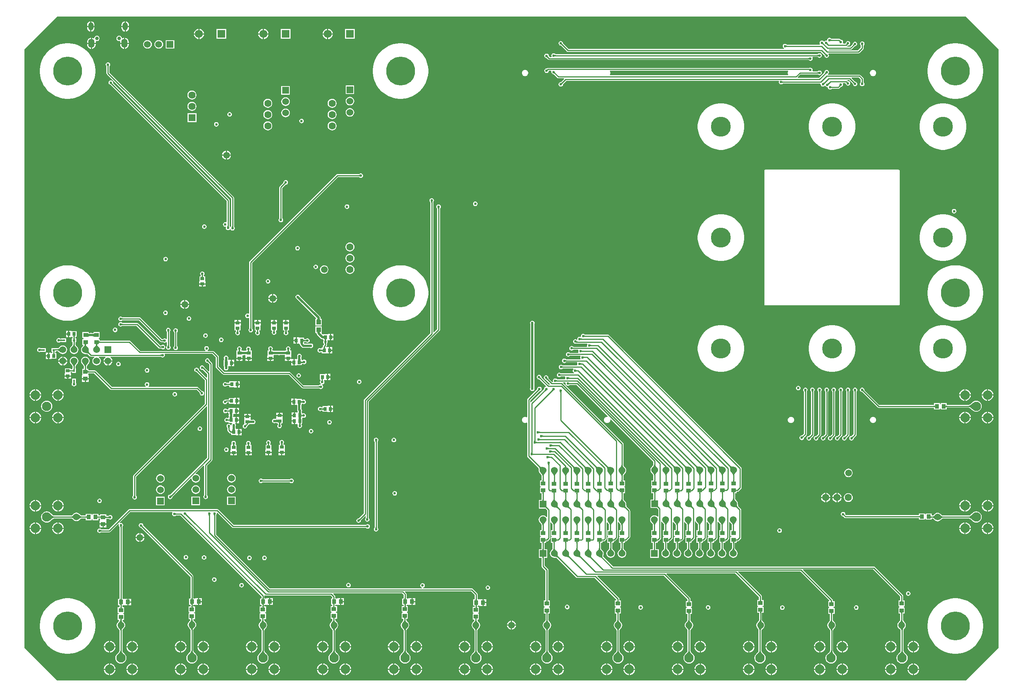
<source format=gbl>
G04 Layer_Physical_Order=4*
G04 Layer_Color=16711680*
%FSLAX44Y44*%
%MOMM*%
G71*
G01*
G75*
%ADD11R,1.0000X0.9500*%
%ADD12R,0.9144X0.7112*%
%ADD13R,0.4500X0.6000*%
%ADD15R,0.7112X0.9144*%
%ADD18R,0.6000X0.4500*%
%ADD30R,1.0000X1.1000*%
%ADD33R,0.9500X1.0000*%
%ADD45C,0.5000*%
%ADD46C,0.2500*%
%ADD50C,1.6256*%
%ADD51R,1.6256X1.6256*%
%ADD52C,1.5240*%
%ADD53R,1.5240X1.5240*%
%ADD54C,1.5000*%
%ADD55C,1.8000*%
%ADD56R,1.8000X1.8000*%
%ADD57R,1.5240X1.5240*%
%ADD58C,2.1000*%
%ADD59O,1.1500X1.8000*%
%ADD60O,1.4000X2.0000*%
%ADD61C,0.8000*%
%ADD62C,1.6000*%
%ADD63C,6.5000*%
%ADD64C,4.5000*%
%ADD65R,1.5000X1.5000*%
%ADD66C,0.6000*%
%ADD67C,0.6600*%
G36*
X2451410Y1677927D02*
Y330073D01*
X2377927Y256590D01*
X330073D01*
X256590Y330073D01*
Y1677927D01*
X330073Y1751410D01*
X2377927D01*
X2451410Y1677927D01*
D02*
G37*
%LPC*%
G36*
X2374330Y861685D02*
X2372196Y861404D01*
X2369024Y860090D01*
X2366300Y858000D01*
X2364210Y855276D01*
X2362896Y852104D01*
X2362615Y849970D01*
X2374330D01*
Y861685D01*
D02*
G37*
G36*
X2047330Y331130D02*
X2035615D01*
X2035896Y328996D01*
X2037210Y325824D01*
X2039300Y323100D01*
X2042024Y321010D01*
X2045196Y319696D01*
X2047330Y319415D01*
Y331130D01*
D02*
G37*
G36*
X2061586D02*
X2049870D01*
Y319415D01*
X2052004Y319696D01*
X2055177Y321010D01*
X2057900Y323100D01*
X2059991Y325824D01*
X2061305Y328996D01*
X2061586Y331130D01*
D02*
G37*
G36*
X2425130Y861685D02*
X2422996Y861404D01*
X2419824Y860090D01*
X2417100Y858000D01*
X2415010Y855276D01*
X2413696Y852104D01*
X2413415Y849970D01*
X2425130D01*
Y861685D01*
D02*
G37*
G36*
X280330Y861685D02*
X278196Y861404D01*
X275024Y860090D01*
X272300Y858000D01*
X270210Y855276D01*
X268896Y852104D01*
X268615Y849970D01*
X280330D01*
Y861685D01*
D02*
G37*
G36*
X331130D02*
X328996Y861404D01*
X325824Y860090D01*
X323100Y858000D01*
X321010Y855276D01*
X319696Y852104D01*
X319415Y849970D01*
X331130D01*
Y861685D01*
D02*
G37*
G36*
X2376870Y861685D02*
Y849970D01*
X2388585D01*
X2388304Y852104D01*
X2386990Y855276D01*
X2384900Y858000D01*
X2382176Y860090D01*
X2379004Y861404D01*
X2376870Y861685D01*
D02*
G37*
G36*
X2427670D02*
Y849970D01*
X2439385D01*
X2439104Y852104D01*
X2437790Y855276D01*
X2435700Y858000D01*
X2432976Y860090D01*
X2429804Y861404D01*
X2427670Y861685D01*
D02*
G37*
G36*
X345385Y847430D02*
X333670D01*
Y835715D01*
X335804Y835996D01*
X338976Y837310D01*
X341700Y839400D01*
X343790Y842124D01*
X345104Y845296D01*
X345385Y847430D01*
D02*
G37*
G36*
X740096Y841730D02*
X735270D01*
Y835888D01*
X740096D01*
Y841730D01*
D02*
G37*
G36*
X2439385Y847430D02*
X2427670D01*
Y835715D01*
X2429804Y835996D01*
X2432976Y837310D01*
X2435700Y839400D01*
X2437790Y842124D01*
X2439104Y845296D01*
X2439385Y847430D01*
D02*
G37*
G36*
X294585Y847430D02*
X282870D01*
Y835715D01*
X285004Y835996D01*
X288176Y837310D01*
X290900Y839400D01*
X292990Y842124D01*
X294304Y845296D01*
X294585Y847430D01*
D02*
G37*
G36*
X1983607Y850321D02*
X1981759Y850078D01*
X1980037Y849364D01*
X1978558Y848230D01*
X1977423Y846751D01*
X1976710Y845028D01*
X1976466Y843180D01*
X1976710Y841332D01*
X1977423Y839609D01*
X1978558Y838130D01*
X1980037Y836996D01*
X1981759Y836282D01*
X1983607Y836039D01*
X1985456Y836282D01*
X1987178Y836996D01*
X1988657Y838130D01*
X1989792Y839609D01*
X1990505Y841332D01*
X1990749Y843180D01*
X1990505Y845028D01*
X1989792Y846751D01*
X1988657Y848230D01*
X1987178Y849364D01*
X1985456Y850078D01*
X1983607Y850321D01*
D02*
G37*
G36*
X2098130Y331130D02*
X2086415D01*
X2086696Y328996D01*
X2088010Y325824D01*
X2090100Y323100D01*
X2092824Y321010D01*
X2095996Y319696D01*
X2098130Y319415D01*
Y331130D01*
D02*
G37*
G36*
X740096Y850112D02*
X735270D01*
Y844270D01*
X740096D01*
Y850112D01*
D02*
G37*
G36*
X2168392Y850321D02*
X2166544Y850078D01*
X2164822Y849364D01*
X2163343Y848230D01*
X2162208Y846751D01*
X2161495Y845028D01*
X2161251Y843180D01*
X2161495Y841332D01*
X2162208Y839609D01*
X2163343Y838130D01*
X2164822Y836996D01*
X2166544Y836282D01*
X2168392Y836039D01*
X2170241Y836282D01*
X2171963Y836996D01*
X2173442Y838130D01*
X2174577Y839609D01*
X2175290Y841332D01*
X2175534Y843180D01*
X2175290Y845028D01*
X2174577Y846751D01*
X2173442Y848230D01*
X2171963Y849364D01*
X2170241Y850078D01*
X2168392Y850321D01*
D02*
G37*
G36*
X2112386Y331130D02*
X2100670D01*
Y319415D01*
X2102804Y319696D01*
X2105977Y321010D01*
X2108700Y323100D01*
X2110791Y325824D01*
X2112105Y328996D01*
X2112386Y331130D01*
D02*
G37*
G36*
X952034Y866730D02*
X947208D01*
Y860888D01*
X952034D01*
Y866730D01*
D02*
G37*
G36*
X2207330Y331130D02*
X2195615D01*
X2195896Y328996D01*
X2197210Y325824D01*
X2199300Y323100D01*
X2202024Y321010D01*
X2205196Y319696D01*
X2207330Y319415D01*
Y331130D01*
D02*
G37*
G36*
X2258130D02*
X2246415D01*
X2246696Y328996D01*
X2248010Y325824D01*
X2250100Y323100D01*
X2252824Y321010D01*
X2255996Y319696D01*
X2258130Y319415D01*
Y331130D01*
D02*
G37*
G36*
X2221585D02*
X2209870D01*
Y319415D01*
X2212004Y319696D01*
X2215176Y321010D01*
X2217900Y323100D01*
X2219990Y325824D01*
X2221304Y328996D01*
X2221585Y331130D01*
D02*
G37*
G36*
X740065Y862230D02*
X739428D01*
X739083Y862200D01*
X738704Y862138D01*
X738375Y862050D01*
X738097Y861937D01*
X737869Y861800D01*
X737692Y861637D01*
X737565Y861450D01*
X737489Y861237D01*
X737464Y861000D01*
Y862230D01*
X735239D01*
Y856388D01*
X740065D01*
Y862230D01*
D02*
G37*
G36*
X2144000Y916098D02*
X2142049Y915710D01*
X2140395Y914605D01*
X2139290Y912951D01*
X2138902Y911000D01*
X2139290Y909049D01*
X2140395Y907395D01*
X2142049Y906290D01*
X2144000Y905902D01*
X2144191Y905940D01*
X2144193Y905940D01*
X2144253Y905920D01*
X2144323Y905890D01*
X2144407Y905846D01*
X2144505Y905785D01*
X2144594Y905720D01*
X2178657Y871657D01*
X2179732Y870939D01*
X2181000Y870686D01*
X2305500D01*
Y867000D01*
X2319000D01*
Y868920D01*
X2321000D01*
Y867000D01*
X2334500D01*
Y870786D01*
X2384454D01*
X2384610Y870772D01*
X2385064Y870659D01*
X2385637Y870437D01*
X2386314Y870093D01*
X2387083Y869621D01*
X2387898Y869046D01*
X2390947Y866412D01*
X2391770Y865595D01*
X2392085Y865185D01*
X2394696Y863181D01*
X2397737Y861922D01*
X2401000Y861492D01*
X2404263Y861922D01*
X2407304Y863181D01*
X2409915Y865185D01*
X2411919Y867796D01*
X2413178Y870837D01*
X2413608Y874100D01*
X2413178Y877363D01*
X2411919Y880404D01*
X2409915Y883015D01*
X2407304Y885019D01*
X2404263Y886278D01*
X2401000Y886708D01*
X2397737Y886278D01*
X2394696Y885019D01*
X2392085Y883015D01*
X2391770Y882605D01*
X2390933Y881774D01*
X2388845Y879899D01*
X2387934Y879180D01*
X2387083Y878579D01*
X2386314Y878107D01*
X2385637Y877763D01*
X2385064Y877541D01*
X2384610Y877428D01*
X2384454Y877414D01*
X2334500D01*
Y881000D01*
X2321000D01*
Y879080D01*
X2319000D01*
Y881000D01*
X2305500D01*
Y877314D01*
X2182372D01*
X2149280Y910406D01*
X2149215Y910495D01*
X2149154Y910593D01*
X2149110Y910677D01*
X2149080Y910747D01*
X2149060Y910807D01*
X2149060Y910809D01*
X2149098Y911000D01*
X2148710Y912951D01*
X2147605Y914605D01*
X2145951Y915710D01*
X2144000Y916098D01*
D02*
G37*
G36*
X740065Y870612D02*
X735239D01*
Y864770D01*
X737464D01*
Y866000D01*
X737489Y865762D01*
X737565Y865550D01*
X737692Y865362D01*
X737869Y865200D01*
X738097Y865062D01*
X738375Y864950D01*
X738704Y864863D01*
X739083Y864800D01*
X739427Y864770D01*
X740065D01*
Y870612D01*
D02*
G37*
G36*
X1952386Y331130D02*
X1940670D01*
Y319415D01*
X1942804Y319696D01*
X1945976Y321010D01*
X1948700Y323100D01*
X1950791Y325824D01*
X1952104Y328996D01*
X1952386Y331130D01*
D02*
G37*
G36*
X307000Y886708D02*
X303737Y886278D01*
X300696Y885019D01*
X298085Y883015D01*
X296081Y880404D01*
X294822Y877363D01*
X294392Y874100D01*
X294822Y870837D01*
X296081Y867796D01*
X298085Y865185D01*
X300696Y863181D01*
X303737Y861922D01*
X307000Y861492D01*
X310263Y861922D01*
X313304Y863181D01*
X315915Y865185D01*
X317919Y867796D01*
X319178Y870837D01*
X319608Y874100D01*
X319178Y877363D01*
X317919Y880404D01*
X315915Y883015D01*
X313304Y885019D01*
X310263Y886278D01*
X307000Y886708D01*
D02*
G37*
G36*
X838612Y851699D02*
X837974D01*
X837630Y851669D01*
X837251Y851607D01*
X836922Y851519D01*
X836644Y851406D01*
X836416Y851269D01*
X836239Y851106D01*
X836112Y850919D01*
X836036Y850706D01*
X836011Y850469D01*
Y851699D01*
X831500D01*
X824388D01*
Y846873D01*
X823798Y845617D01*
X823382Y845588D01*
X821883D01*
X821701Y845710D01*
X819750Y846098D01*
X817799Y845710D01*
X816145Y844605D01*
X815040Y842951D01*
X814652Y841000D01*
X815040Y839049D01*
X816145Y837395D01*
X817799Y836290D01*
X819750Y835902D01*
X821701Y836290D01*
X821883Y836412D01*
X823643D01*
X824349Y836377D01*
X824885Y836319D01*
X824928Y836312D01*
Y835475D01*
X826837D01*
X827083Y835369D01*
X827702Y834555D01*
X827895Y833105D01*
X826790Y831451D01*
X826402Y829500D01*
X826790Y827549D01*
X827895Y825895D01*
X829549Y824790D01*
X831500Y824402D01*
X833451Y824790D01*
X835105Y825895D01*
X836210Y827549D01*
X836598Y829500D01*
X836210Y831451D01*
X835105Y833105D01*
X835424Y834519D01*
X836319Y835475D01*
X838072D01*
Y846587D01*
X838612Y846873D01*
Y851699D01*
D02*
G37*
G36*
X757730Y857065D02*
X751888D01*
Y852239D01*
X757730D01*
Y857065D01*
D02*
G37*
G36*
X282870Y861685D02*
Y849970D01*
X294585D01*
X294304Y852104D01*
X292990Y855276D01*
X290900Y858000D01*
X288176Y860090D01*
X285004Y861404D01*
X282870Y861685D01*
D02*
G37*
G36*
X333670D02*
Y849970D01*
X345385D01*
X345104Y852104D01*
X343790Y855276D01*
X341700Y858000D01*
X338976Y860090D01*
X335804Y861404D01*
X333670Y861685D01*
D02*
G37*
G36*
X766112Y857065D02*
X760270D01*
Y852239D01*
X766112D01*
Y857065D01*
D02*
G37*
G36*
X838612Y859065D02*
X832770D01*
Y854239D01*
X836011D01*
Y855469D01*
X836036Y855231D01*
X836112Y855019D01*
X836239Y854831D01*
X836416Y854669D01*
X836644Y854531D01*
X836922Y854419D01*
X837251Y854332D01*
X837630Y854269D01*
X837975Y854239D01*
X838612D01*
Y859065D01*
D02*
G37*
G36*
X863761Y860112D02*
X858935D01*
Y854270D01*
X863761D01*
Y860112D01*
D02*
G37*
G36*
X2272385Y331130D02*
X2260670D01*
Y319415D01*
X2262804Y319696D01*
X2265976Y321010D01*
X2268700Y323100D01*
X2270790Y325824D01*
X2272104Y328996D01*
X2272385Y331130D01*
D02*
G37*
G36*
X830230Y859065D02*
X824388D01*
Y854239D01*
X830230D01*
Y859065D01*
D02*
G37*
G36*
X2388585Y847430D02*
X2376870D01*
Y835715D01*
X2379004Y835996D01*
X2382176Y837310D01*
X2384900Y839400D01*
X2386990Y842124D01*
X2388304Y845296D01*
X2388585Y847430D01*
D02*
G37*
G36*
X2080000Y916098D02*
X2078049Y915710D01*
X2076395Y914605D01*
X2075290Y912951D01*
X2074902Y911000D01*
X2075290Y909049D01*
X2076395Y907395D01*
X2076557Y907287D01*
X2076559Y907285D01*
X2076587Y907230D01*
X2076615Y907158D01*
X2076644Y907068D01*
X2076669Y906955D01*
X2076686Y906846D01*
Y811373D01*
X2072594Y807280D01*
X2072505Y807215D01*
X2072407Y807154D01*
X2072323Y807110D01*
X2072253Y807080D01*
X2072193Y807060D01*
X2072191Y807060D01*
X2072000Y807098D01*
X2070049Y806710D01*
X2068395Y805605D01*
X2067290Y803951D01*
X2066902Y802000D01*
X2067290Y800049D01*
X2068395Y798395D01*
X2070049Y797290D01*
X2072000Y796902D01*
X2073951Y797290D01*
X2075605Y798395D01*
X2076710Y800049D01*
X2077098Y802000D01*
X2077060Y802191D01*
X2077060Y802193D01*
X2077080Y802253D01*
X2077110Y802323D01*
X2077154Y802407D01*
X2077215Y802505D01*
X2077280Y802594D01*
X2082343Y807657D01*
X2083061Y808732D01*
X2083314Y810000D01*
Y906846D01*
X2083331Y906955D01*
X2083356Y907068D01*
X2083385Y907158D01*
X2083413Y907230D01*
X2083441Y907285D01*
X2083443Y907287D01*
X2083605Y907395D01*
X2084710Y909049D01*
X2085098Y911000D01*
X2084710Y912951D01*
X2083605Y914605D01*
X2081951Y915710D01*
X2080000Y916098D01*
D02*
G37*
G36*
X2112000D02*
X2110049Y915710D01*
X2108395Y914605D01*
X2107290Y912951D01*
X2106902Y911000D01*
X2107290Y909049D01*
X2108395Y907395D01*
X2108557Y907287D01*
X2108559Y907285D01*
X2108587Y907230D01*
X2108616Y907158D01*
X2108644Y907068D01*
X2108669Y906955D01*
X2108686Y906846D01*
Y811373D01*
X2104594Y807280D01*
X2104505Y807215D01*
X2104407Y807154D01*
X2104323Y807110D01*
X2104253Y807080D01*
X2104193Y807060D01*
X2104191Y807060D01*
X2104000Y807098D01*
X2102049Y806710D01*
X2100395Y805605D01*
X2099290Y803951D01*
X2098902Y802000D01*
X2099290Y800049D01*
X2100395Y798395D01*
X2102049Y797290D01*
X2104000Y796902D01*
X2105951Y797290D01*
X2107605Y798395D01*
X2108710Y800049D01*
X2109098Y802000D01*
X2109060Y802191D01*
X2109060Y802193D01*
X2109080Y802253D01*
X2109110Y802323D01*
X2109154Y802407D01*
X2109215Y802505D01*
X2109280Y802594D01*
X2114343Y807657D01*
X2115061Y808732D01*
X2115314Y810000D01*
Y906846D01*
X2115331Y906955D01*
X2115356Y907068D01*
X2115385Y907158D01*
X2115413Y907230D01*
X2115441Y907285D01*
X2115443Y907287D01*
X2115605Y907395D01*
X2116710Y909049D01*
X2117098Y911000D01*
X2116710Y912951D01*
X2115605Y914605D01*
X2113951Y915710D01*
X2112000Y916098D01*
D02*
G37*
G36*
X2048000D02*
X2046049Y915710D01*
X2044395Y914605D01*
X2043290Y912951D01*
X2042902Y911000D01*
X2043290Y909049D01*
X2044395Y907395D01*
X2044557Y907287D01*
X2044559Y907285D01*
X2044587Y907230D01*
X2044615Y907158D01*
X2044644Y907068D01*
X2044669Y906955D01*
X2044686Y906846D01*
Y811373D01*
X2040594Y807280D01*
X2040505Y807215D01*
X2040407Y807154D01*
X2040323Y807110D01*
X2040253Y807080D01*
X2040193Y807060D01*
X2040191Y807060D01*
X2040000Y807098D01*
X2038049Y806710D01*
X2036395Y805605D01*
X2035290Y803951D01*
X2034902Y802000D01*
X2035290Y800049D01*
X2036395Y798395D01*
X2038049Y797290D01*
X2040000Y796902D01*
X2041951Y797290D01*
X2043605Y798395D01*
X2044710Y800049D01*
X2045098Y802000D01*
X2045060Y802191D01*
X2045060Y802193D01*
X2045080Y802253D01*
X2045110Y802323D01*
X2045154Y802407D01*
X2045215Y802505D01*
X2045280Y802594D01*
X2050343Y807657D01*
X2051061Y808732D01*
X2051314Y810000D01*
Y906846D01*
X2051331Y906955D01*
X2051356Y907068D01*
X2051384Y907158D01*
X2051413Y907230D01*
X2051441Y907285D01*
X2051443Y907287D01*
X2051605Y907395D01*
X2052710Y909049D01*
X2053098Y911000D01*
X2052710Y912951D01*
X2051605Y914605D01*
X2049951Y915710D01*
X2048000Y916098D01*
D02*
G37*
G36*
X2064000D02*
X2062049Y915710D01*
X2060395Y914605D01*
X2059290Y912951D01*
X2058902Y911000D01*
X2059290Y909049D01*
X2060395Y907395D01*
X2060557Y907287D01*
X2060558Y907285D01*
X2060587Y907230D01*
X2060616Y907158D01*
X2060644Y907068D01*
X2060670Y906955D01*
X2060686Y906846D01*
Y811373D01*
X2056594Y807280D01*
X2056505Y807215D01*
X2056407Y807154D01*
X2056323Y807110D01*
X2056253Y807080D01*
X2056193Y807060D01*
X2056191Y807060D01*
X2056000Y807098D01*
X2054049Y806710D01*
X2052395Y805605D01*
X2051290Y803951D01*
X2050902Y802000D01*
X2051290Y800049D01*
X2052395Y798395D01*
X2054049Y797290D01*
X2056000Y796902D01*
X2057951Y797290D01*
X2059605Y798395D01*
X2060710Y800049D01*
X2061098Y802000D01*
X2061060Y802191D01*
X2061060Y802193D01*
X2061080Y802253D01*
X2061110Y802323D01*
X2061154Y802407D01*
X2061215Y802505D01*
X2061280Y802594D01*
X2066343Y807657D01*
X2067061Y808732D01*
X2067314Y810000D01*
Y906846D01*
X2067330Y906955D01*
X2067356Y907068D01*
X2067384Y907158D01*
X2067413Y907230D01*
X2067442Y907285D01*
X2067443Y907287D01*
X2067605Y907395D01*
X2068710Y909049D01*
X2069098Y911000D01*
X2068710Y912951D01*
X2067605Y914605D01*
X2065951Y915710D01*
X2064000Y916098D01*
D02*
G37*
G36*
X746065Y814730D02*
X741239D01*
Y808888D01*
X746065D01*
Y814730D01*
D02*
G37*
G36*
X902500Y823098D02*
X900549Y822710D01*
X898895Y821605D01*
X897790Y819951D01*
X897402Y818000D01*
X897790Y816049D01*
X898895Y814395D01*
X900549Y813290D01*
X902500Y812902D01*
X904451Y813290D01*
X906105Y814395D01*
X907210Y816049D01*
X907598Y818000D01*
X907210Y819951D01*
X906105Y821605D01*
X904451Y822710D01*
X902500Y823098D01*
D02*
G37*
G36*
X2128000Y916098D02*
X2126049Y915710D01*
X2124395Y914605D01*
X2123290Y912951D01*
X2122902Y911000D01*
X2123290Y909049D01*
X2124395Y907395D01*
X2124557Y907287D01*
X2124559Y907285D01*
X2124587Y907230D01*
X2124615Y907158D01*
X2124644Y907068D01*
X2124669Y906955D01*
X2124686Y906846D01*
Y811373D01*
X2120594Y807280D01*
X2120505Y807215D01*
X2120407Y807154D01*
X2120323Y807110D01*
X2120253Y807080D01*
X2120193Y807060D01*
X2120191Y807060D01*
X2120000Y807098D01*
X2118049Y806710D01*
X2116395Y805605D01*
X2115290Y803951D01*
X2114902Y802000D01*
X2115290Y800049D01*
X2116395Y798395D01*
X2118049Y797290D01*
X2120000Y796902D01*
X2121951Y797290D01*
X2123605Y798395D01*
X2124710Y800049D01*
X2125098Y802000D01*
X2125060Y802191D01*
X2125060Y802193D01*
X2125080Y802253D01*
X2125110Y802323D01*
X2125154Y802407D01*
X2125215Y802505D01*
X2125280Y802594D01*
X2130343Y807657D01*
X2131061Y808732D01*
X2131314Y810000D01*
Y906846D01*
X2131331Y906955D01*
X2131356Y907068D01*
X2131384Y907158D01*
X2131413Y907230D01*
X2131441Y907285D01*
X2131443Y907287D01*
X2131605Y907395D01*
X2132710Y909049D01*
X2133098Y911000D01*
X2132710Y912951D01*
X2131605Y914605D01*
X2129951Y915710D01*
X2128000Y916098D01*
D02*
G37*
G36*
X2016000D02*
X2014049Y915710D01*
X2012395Y914605D01*
X2011290Y912951D01*
X2010902Y911000D01*
X2011290Y909049D01*
X2012395Y907395D01*
X2012557Y907287D01*
X2012558Y907285D01*
X2012587Y907230D01*
X2012616Y907158D01*
X2012644Y907068D01*
X2012670Y906955D01*
X2012686Y906846D01*
Y812373D01*
X2008594Y808280D01*
X2008505Y808215D01*
X2008407Y808154D01*
X2008323Y808110D01*
X2008253Y808080D01*
X2008193Y808060D01*
X2008191Y808060D01*
X2008000Y808098D01*
X2006049Y807710D01*
X2004395Y806605D01*
X2003290Y804951D01*
X2002902Y803000D01*
X2003290Y801049D01*
X2004395Y799395D01*
X2006049Y798290D01*
X2008000Y797902D01*
X2009951Y798290D01*
X2011605Y799395D01*
X2012710Y801049D01*
X2013098Y803000D01*
X2013060Y803191D01*
X2013060Y803193D01*
X2013080Y803253D01*
X2013110Y803323D01*
X2013154Y803407D01*
X2013215Y803505D01*
X2013280Y803594D01*
X2018343Y808657D01*
X2019061Y809732D01*
X2019314Y811000D01*
Y906846D01*
X2019330Y906955D01*
X2019356Y907068D01*
X2019384Y907158D01*
X2019413Y907230D01*
X2019442Y907285D01*
X2019443Y907287D01*
X2019605Y907395D01*
X2020710Y909049D01*
X2021098Y911000D01*
X2020710Y912951D01*
X2019605Y914605D01*
X2017951Y915710D01*
X2016000Y916098D01*
D02*
G37*
G36*
X2032000D02*
X2030049Y915710D01*
X2028395Y914605D01*
X2027290Y912951D01*
X2026902Y911000D01*
X2027290Y909049D01*
X2028395Y907395D01*
X2028557Y907287D01*
X2028559Y907285D01*
X2028587Y907230D01*
X2028616Y907158D01*
X2028644Y907068D01*
X2028669Y906955D01*
X2028686Y906846D01*
Y811373D01*
X2024594Y807280D01*
X2024505Y807215D01*
X2024407Y807154D01*
X2024323Y807110D01*
X2024253Y807080D01*
X2024193Y807060D01*
X2024191Y807060D01*
X2024000Y807098D01*
X2022049Y806710D01*
X2020395Y805605D01*
X2019290Y803951D01*
X2018902Y802000D01*
X2019290Y800049D01*
X2020395Y798395D01*
X2022049Y797290D01*
X2024000Y796902D01*
X2025951Y797290D01*
X2027605Y798395D01*
X2028710Y800049D01*
X2029098Y802000D01*
X2029060Y802191D01*
X2029060Y802193D01*
X2029080Y802253D01*
X2029110Y802323D01*
X2029154Y802407D01*
X2029215Y802505D01*
X2029280Y802594D01*
X2034343Y807657D01*
X2035061Y808732D01*
X2035314Y810000D01*
Y906846D01*
X2035331Y906955D01*
X2035356Y907068D01*
X2035385Y907158D01*
X2035413Y907230D01*
X2035441Y907285D01*
X2035443Y907287D01*
X2035605Y907395D01*
X2036710Y909049D01*
X2037098Y911000D01*
X2036710Y912951D01*
X2035605Y914605D01*
X2033951Y915710D01*
X2032000Y916098D01*
D02*
G37*
G36*
X929870Y345385D02*
Y333670D01*
X941585D01*
X941304Y335804D01*
X939990Y338976D01*
X937900Y341700D01*
X935176Y343790D01*
X932004Y345104D01*
X929870Y345385D01*
D02*
G37*
G36*
X927330D02*
X925196Y345104D01*
X922024Y343790D01*
X919300Y341700D01*
X917210Y338976D01*
X915896Y335804D01*
X915615Y333670D01*
X927330D01*
Y345385D01*
D02*
G37*
G36*
X980670D02*
Y333670D01*
X992385D01*
X992104Y335804D01*
X990790Y338976D01*
X988700Y341700D01*
X985976Y343790D01*
X982804Y345104D01*
X980670Y345385D01*
D02*
G37*
G36*
X978130D02*
X975996Y345104D01*
X972824Y343790D01*
X970100Y341700D01*
X968010Y338976D01*
X966696Y335804D01*
X966415Y333670D01*
X978130D01*
Y345385D01*
D02*
G37*
G36*
X769870D02*
Y333670D01*
X781585D01*
X781304Y335804D01*
X779990Y338976D01*
X777900Y341700D01*
X775176Y343790D01*
X772004Y345104D01*
X769870Y345385D01*
D02*
G37*
G36*
X2096000Y916098D02*
X2094049Y915710D01*
X2092395Y914605D01*
X2091290Y912951D01*
X2090902Y911000D01*
X2091290Y909049D01*
X2092395Y907395D01*
X2092557Y907287D01*
X2092558Y907285D01*
X2092587Y907230D01*
X2092616Y907158D01*
X2092644Y907068D01*
X2092670Y906955D01*
X2092686Y906846D01*
Y811373D01*
X2088594Y807280D01*
X2088505Y807215D01*
X2088407Y807154D01*
X2088323Y807110D01*
X2088252Y807080D01*
X2088194Y807060D01*
X2088191Y807060D01*
X2088000Y807098D01*
X2086049Y806710D01*
X2084395Y805605D01*
X2083290Y803951D01*
X2082902Y802000D01*
X2083290Y800049D01*
X2084395Y798395D01*
X2086049Y797290D01*
X2088000Y796902D01*
X2089951Y797290D01*
X2091605Y798395D01*
X2092710Y800049D01*
X2093098Y802000D01*
X2093060Y802191D01*
X2093060Y802193D01*
X2093080Y802253D01*
X2093110Y802323D01*
X2093154Y802407D01*
X2093215Y802505D01*
X2093280Y802594D01*
X2098343Y807657D01*
X2099061Y808732D01*
X2099314Y810000D01*
Y906846D01*
X2099330Y906955D01*
X2099356Y907068D01*
X2099384Y907158D01*
X2099413Y907230D01*
X2099442Y907285D01*
X2099443Y907287D01*
X2099605Y907395D01*
X2100710Y909049D01*
X2101098Y911000D01*
X2100710Y912951D01*
X2099605Y914605D01*
X2097951Y915710D01*
X2096000Y916098D01*
D02*
G37*
G36*
X820670Y345385D02*
Y333670D01*
X832385D01*
X832104Y335804D01*
X830790Y338976D01*
X828700Y341700D01*
X825976Y343790D01*
X822804Y345104D01*
X820670Y345385D01*
D02*
G37*
G36*
X818130D02*
X815996Y345104D01*
X812824Y343790D01*
X810100Y341700D01*
X808010Y338976D01*
X806696Y335804D01*
X806415Y333670D01*
X818130D01*
Y345385D01*
D02*
G37*
G36*
X767330D02*
X765196Y345104D01*
X762024Y343790D01*
X759300Y341700D01*
X757210Y338976D01*
X755896Y335804D01*
X755615Y333670D01*
X767330D01*
Y345385D01*
D02*
G37*
G36*
X449870D02*
Y333670D01*
X461585D01*
X461304Y335804D01*
X459990Y338976D01*
X457900Y341700D01*
X455176Y343790D01*
X452004Y345104D01*
X449870Y345385D01*
D02*
G37*
G36*
X447330D02*
X445196Y345104D01*
X442024Y343790D01*
X439300Y341700D01*
X437210Y338976D01*
X435896Y335804D01*
X435615Y333670D01*
X447330D01*
Y345385D01*
D02*
G37*
G36*
X766112Y849699D02*
X759000D01*
X751888D01*
Y844873D01*
X752428Y844587D01*
Y833885D01*
X751549Y833710D01*
X749895Y832605D01*
X748790Y830951D01*
X748402Y829000D01*
X748790Y827049D01*
X749895Y825395D01*
X751549Y824290D01*
X753500Y823902D01*
X755451Y824290D01*
X757105Y825395D01*
X758210Y827049D01*
X758598Y829000D01*
X758560Y829191D01*
X758560Y829193D01*
X758580Y829253D01*
X758610Y829323D01*
X758654Y829407D01*
X758715Y829505D01*
X758780Y829594D01*
X761343Y832157D01*
X762061Y833232D01*
X762097Y833412D01*
X763510Y833473D01*
X763541Y833466D01*
X763585Y833475D01*
X763609D01*
X763650Y833469D01*
X763673Y833475D01*
X765572D01*
Y834070D01*
X767006Y834162D01*
X770117D01*
X770299Y834040D01*
X772250Y833652D01*
X774201Y834040D01*
X775855Y835145D01*
X776960Y836799D01*
X777348Y838750D01*
X776960Y840701D01*
X775855Y842355D01*
X774201Y843460D01*
X772250Y843848D01*
X770299Y843460D01*
X770117Y843338D01*
X766885D01*
X766860Y843339D01*
X766223Y843394D01*
X766179Y843400D01*
X766112Y844873D01*
X766112Y844873D01*
Y849699D01*
D02*
G37*
G36*
X863761Y839730D02*
X858935D01*
Y833888D01*
X863761D01*
Y839730D01*
D02*
G37*
G36*
X2374330Y847430D02*
X2362615D01*
X2362896Y845296D01*
X2364210Y842124D01*
X2366300Y839400D01*
X2369024Y837310D01*
X2372196Y835996D01*
X2374330Y835715D01*
Y847430D01*
D02*
G37*
G36*
X2425130D02*
X2413415D01*
X2413696Y845296D01*
X2415010Y842124D01*
X2417100Y839400D01*
X2419824Y837310D01*
X2422996Y835996D01*
X2425130Y835715D01*
Y847430D01*
D02*
G37*
G36*
X280330Y847430D02*
X268615D01*
X268896Y845296D01*
X270210Y842124D01*
X272300Y839400D01*
X275024Y837310D01*
X278196Y835996D01*
X280330Y835715D01*
Y847430D01*
D02*
G37*
G36*
X331130D02*
X319415D01*
X319696Y845296D01*
X321010Y842124D01*
X323100Y839400D01*
X325824Y837310D01*
X328996Y835996D01*
X331130Y835715D01*
Y847430D01*
D02*
G37*
G36*
X944000Y843098D02*
X942049Y842710D01*
X940395Y841605D01*
X939290Y839951D01*
X938902Y838000D01*
X939290Y836049D01*
X940395Y834395D01*
X942049Y833290D01*
X944000Y832902D01*
X945951Y833290D01*
X947605Y834395D01*
X948710Y836049D01*
X949098Y838000D01*
X948710Y839951D01*
X947605Y841605D01*
X945951Y842710D01*
X944000Y843098D01*
D02*
G37*
G36*
X652000Y828598D02*
X650049Y828210D01*
X648395Y827105D01*
X647290Y825451D01*
X646902Y823500D01*
X647290Y821549D01*
X648395Y819895D01*
X650049Y818790D01*
X652000Y818402D01*
X653951Y818790D01*
X655605Y819895D01*
X656710Y821549D01*
X657098Y823500D01*
X656710Y825451D01*
X655605Y827105D01*
X653951Y828210D01*
X652000Y828598D01*
D02*
G37*
G36*
X658130Y345385D02*
X655996Y345104D01*
X652824Y343790D01*
X650100Y341700D01*
X648010Y338976D01*
X646696Y335804D01*
X646415Y333670D01*
X658130D01*
Y345385D01*
D02*
G37*
G36*
X660670D02*
Y333670D01*
X672385D01*
X672104Y335804D01*
X670790Y338976D01*
X668700Y341700D01*
X665976Y343790D01*
X662804Y345104D01*
X660670Y345385D01*
D02*
G37*
G36*
X746065Y823112D02*
X741239D01*
Y817270D01*
X746065D01*
Y823112D01*
D02*
G37*
G36*
X500670Y345385D02*
Y333670D01*
X512385D01*
X512104Y335804D01*
X510790Y338976D01*
X508700Y341700D01*
X505976Y343790D01*
X502804Y345104D01*
X500670Y345385D01*
D02*
G37*
G36*
X498130D02*
X495996Y345104D01*
X492824Y343790D01*
X490100Y341700D01*
X488010Y338976D01*
X486696Y335804D01*
X486415Y333670D01*
X498130D01*
Y345385D01*
D02*
G37*
G36*
X609870D02*
Y333670D01*
X621585D01*
X621304Y335804D01*
X619991Y338976D01*
X617900Y341700D01*
X615176Y343790D01*
X612004Y345104D01*
X609870Y345385D01*
D02*
G37*
G36*
X607330D02*
X605196Y345104D01*
X602024Y343790D01*
X599300Y341700D01*
X597210Y338976D01*
X595896Y335804D01*
X595615Y333670D01*
X607330D01*
Y345385D01*
D02*
G37*
G36*
X1152385Y331130D02*
X1140670D01*
Y319415D01*
X1142804Y319696D01*
X1145976Y321010D01*
X1148700Y323100D01*
X1150790Y325824D01*
X1152104Y328996D01*
X1152385Y331130D01*
D02*
G37*
G36*
X1138130D02*
X1126415D01*
X1126696Y328996D01*
X1128010Y325824D01*
X1130100Y323100D01*
X1132824Y321010D01*
X1135996Y319696D01*
X1138130Y319415D01*
Y331130D01*
D02*
G37*
G36*
X1247330D02*
X1235615D01*
X1235896Y328996D01*
X1237210Y325824D01*
X1239300Y323100D01*
X1242024Y321010D01*
X1245196Y319696D01*
X1247330Y319415D01*
Y331130D01*
D02*
G37*
G36*
X1401000Y1066598D02*
X1399049Y1066210D01*
X1397395Y1065105D01*
X1396290Y1063451D01*
X1395902Y1061500D01*
X1396290Y1059549D01*
X1396402Y1059381D01*
Y915383D01*
X1396281Y915201D01*
X1395892Y913250D01*
X1396281Y911299D01*
X1397386Y909645D01*
X1399040Y908540D01*
X1400990Y908152D01*
X1402941Y908540D01*
X1404595Y909645D01*
X1405700Y911299D01*
X1406089Y913250D01*
X1405700Y915201D01*
X1405579Y915383D01*
Y1059353D01*
X1405710Y1059549D01*
X1406098Y1061500D01*
X1405710Y1063451D01*
X1404605Y1065105D01*
X1402951Y1066210D01*
X1401000Y1066598D01*
D02*
G37*
G36*
X1087330Y331130D02*
X1075615D01*
X1075896Y328996D01*
X1077210Y325824D01*
X1079300Y323100D01*
X1082024Y321010D01*
X1085196Y319696D01*
X1087330Y319415D01*
Y331130D01*
D02*
G37*
G36*
X372750Y936070D02*
X364250D01*
Y928144D01*
X364241Y928101D01*
X364250Y928057D01*
Y926639D01*
X363790Y925951D01*
X363402Y924000D01*
X363790Y922049D01*
X364895Y920395D01*
X366549Y919290D01*
X368500Y918902D01*
X370451Y919290D01*
X372105Y920395D01*
X373210Y922049D01*
X373598Y924000D01*
X373210Y925951D01*
X372750Y926639D01*
Y928057D01*
X372759Y928101D01*
X372750Y928144D01*
Y936070D01*
D02*
G37*
G36*
X1101585Y331130D02*
X1089870D01*
Y319415D01*
X1092004Y319696D01*
X1095176Y321010D01*
X1097900Y323100D01*
X1099990Y325824D01*
X1101304Y328996D01*
X1101585Y331130D01*
D02*
G37*
G36*
X2000000Y920098D02*
X1998049Y919710D01*
X1996395Y918605D01*
X1995290Y916951D01*
X1994902Y915000D01*
X1995290Y913049D01*
X1996395Y911395D01*
X1998049Y910290D01*
X2000000Y909902D01*
X2001951Y910290D01*
X2003605Y911395D01*
X2004710Y913049D01*
X2005098Y915000D01*
X2004710Y916951D01*
X2003605Y918605D01*
X2001951Y919710D01*
X2000000Y920098D01*
D02*
G37*
G36*
X1261585Y331130D02*
X1249870D01*
Y319415D01*
X1252004Y319696D01*
X1255176Y321010D01*
X1257900Y323100D01*
X1259990Y325824D01*
X1261304Y328996D01*
X1261585Y331130D01*
D02*
G37*
G36*
X1472385D02*
X1460670D01*
Y319415D01*
X1462804Y319696D01*
X1465976Y321010D01*
X1468700Y323100D01*
X1470791Y325824D01*
X1472104Y328996D01*
X1472385Y331130D01*
D02*
G37*
G36*
X1458130D02*
X1446415D01*
X1446696Y328996D01*
X1448010Y325824D01*
X1450100Y323100D01*
X1452824Y321010D01*
X1455996Y319696D01*
X1458130Y319415D01*
Y331130D01*
D02*
G37*
G36*
X1581586D02*
X1569870D01*
Y319415D01*
X1572004Y319696D01*
X1575176Y321010D01*
X1577900Y323100D01*
X1579991Y325824D01*
X1581304Y328996D01*
X1581586Y331130D01*
D02*
G37*
G36*
X1567330D02*
X1555615D01*
X1555896Y328996D01*
X1557210Y325824D01*
X1559300Y323100D01*
X1562024Y321010D01*
X1565196Y319696D01*
X1567330Y319415D01*
Y331130D01*
D02*
G37*
G36*
X1312385D02*
X1300670D01*
Y319415D01*
X1302804Y319696D01*
X1305976Y321010D01*
X1308700Y323100D01*
X1310791Y325824D01*
X1312104Y328996D01*
X1312385Y331130D01*
D02*
G37*
G36*
X1298130D02*
X1286415D01*
X1286696Y328996D01*
X1288010Y325824D01*
X1290100Y323100D01*
X1292824Y321010D01*
X1295996Y319696D01*
X1298130Y319415D01*
Y331130D01*
D02*
G37*
G36*
X1421585D02*
X1409870D01*
Y319415D01*
X1412004Y319696D01*
X1415176Y321010D01*
X1417900Y323100D01*
X1419991Y325824D01*
X1421304Y328996D01*
X1421585Y331130D01*
D02*
G37*
G36*
X1407330D02*
X1395615D01*
X1395896Y328996D01*
X1397210Y325824D01*
X1399300Y323100D01*
X1402024Y321010D01*
X1405196Y319696D01*
X1407330Y319415D01*
Y331130D01*
D02*
G37*
G36*
X992385D02*
X980670D01*
Y319415D01*
X982804Y319696D01*
X985976Y321010D01*
X988700Y323100D01*
X990790Y325824D01*
X992104Y328996D01*
X992385Y331130D01*
D02*
G37*
G36*
X781585D02*
X769870D01*
Y319415D01*
X772004Y319696D01*
X775176Y321010D01*
X777900Y323100D01*
X779990Y325824D01*
X781304Y328996D01*
X781585Y331130D01*
D02*
G37*
G36*
X767330D02*
X755615D01*
X755896Y328996D01*
X757210Y325824D01*
X759300Y323100D01*
X762024Y321010D01*
X765196Y319696D01*
X767330Y319415D01*
Y331130D01*
D02*
G37*
G36*
X832385D02*
X820670D01*
Y319415D01*
X822804Y319696D01*
X825976Y321010D01*
X828700Y323100D01*
X830790Y325824D01*
X832104Y328996D01*
X832385Y331130D01*
D02*
G37*
G36*
X818130D02*
X806415D01*
X806696Y328996D01*
X808010Y325824D01*
X810100Y323100D01*
X812824Y321010D01*
X815996Y319696D01*
X818130Y319415D01*
Y331130D01*
D02*
G37*
G36*
X361612Y940761D02*
X355770D01*
Y938536D01*
X356750D01*
X356512Y938511D01*
X356300Y938435D01*
X356113Y938308D01*
X355950Y938131D01*
X355812Y937903D01*
X355770Y937798D01*
Y935935D01*
X361612D01*
Y940761D01*
D02*
G37*
G36*
X945705Y938730D02*
X945427D01*
X945084Y938700D01*
X944704Y938637D01*
X944375Y938550D01*
X944097Y938438D01*
X943869Y938300D01*
X943692Y938138D01*
X943565Y937950D01*
X943489Y937738D01*
X943464Y937500D01*
Y938730D01*
X941239D01*
Y932888D01*
X946065D01*
Y938680D01*
X945888Y938711D01*
X945705Y938730D01*
D02*
G37*
G36*
X672385Y331130D02*
X660670D01*
Y319415D01*
X662804Y319696D01*
X665976Y321010D01*
X668700Y323100D01*
X670790Y325824D01*
X672104Y328996D01*
X672385Y331130D01*
D02*
G37*
G36*
X353230Y940761D02*
X347388D01*
Y935935D01*
X353230D01*
Y936005D01*
X353000D01*
X352988Y936486D01*
X352950Y936917D01*
X352887Y937296D01*
X352800Y937625D01*
X352687Y937903D01*
X352550Y938131D01*
X352388Y938308D01*
X352200Y938435D01*
X351987Y938511D01*
X351750Y938536D01*
X353230D01*
Y940761D01*
D02*
G37*
G36*
X401540Y934980D02*
X395270D01*
Y931531D01*
X396500D01*
X396263Y931506D01*
X396050Y931431D01*
X395863Y931305D01*
X395700Y931131D01*
X395563Y930906D01*
X395450Y930630D01*
X395363Y930305D01*
X395300Y929930D01*
X395270Y929590D01*
Y928960D01*
X401540D01*
Y934980D01*
D02*
G37*
G36*
X941585Y331130D02*
X929870D01*
Y319415D01*
X932004Y319696D01*
X935176Y321010D01*
X937900Y323100D01*
X939990Y325824D01*
X941304Y328996D01*
X941585Y331130D01*
D02*
G37*
G36*
X1011000Y934098D02*
X1009049Y933710D01*
X1007395Y932605D01*
X1006290Y930951D01*
X1005902Y929000D01*
X1006290Y927049D01*
X1007395Y925395D01*
X1009049Y924290D01*
X1011000Y923902D01*
X1012951Y924290D01*
X1014605Y925395D01*
X1015710Y927049D01*
X1016098Y929000D01*
X1015710Y930951D01*
X1014605Y932605D01*
X1012951Y933710D01*
X1011000Y934098D01*
D02*
G37*
G36*
X742065Y922230D02*
X741428D01*
X741084Y922200D01*
X740704Y922138D01*
X740375Y922050D01*
X740097Y921937D01*
X739869Y921800D01*
X739692Y921637D01*
X739565Y921450D01*
X739489Y921237D01*
X739464Y921000D01*
Y922230D01*
X737239D01*
Y916388D01*
X742065D01*
Y922230D01*
D02*
G37*
G36*
X978130Y331130D02*
X966415D01*
X966696Y328996D01*
X968010Y325824D01*
X970100Y323100D01*
X972824Y321010D01*
X975996Y319696D01*
X978130Y319415D01*
Y331130D01*
D02*
G37*
G36*
X734699Y930612D02*
X729873D01*
X729587Y930072D01*
X718475D01*
Y926814D01*
X712904D01*
X712795Y926831D01*
X712682Y926856D01*
X712592Y926885D01*
X712520Y926913D01*
X712465Y926942D01*
X712463Y926943D01*
X712355Y927105D01*
X710701Y928210D01*
X708750Y928598D01*
X706799Y928210D01*
X705145Y927105D01*
X704040Y925451D01*
X703652Y923500D01*
X704040Y921549D01*
X705145Y919895D01*
X706799Y918790D01*
X708750Y918402D01*
X710701Y918790D01*
X712355Y919895D01*
X712463Y920057D01*
X712465Y920059D01*
X712520Y920087D01*
X712592Y920116D01*
X712682Y920144D01*
X712795Y920170D01*
X712904Y920186D01*
X718475D01*
Y916928D01*
X729587D01*
X729873Y916388D01*
X734699D01*
Y923500D01*
Y930612D01*
D02*
G37*
G36*
X392730Y934980D02*
X386460D01*
Y928960D01*
X392730D01*
Y929590D01*
X392700Y929930D01*
X392637Y930305D01*
X392550Y930630D01*
X392438Y930906D01*
X392300Y931131D01*
X392137Y931305D01*
X391950Y931431D01*
X391738Y931506D01*
X391500Y931531D01*
X392730D01*
Y934980D01*
D02*
G37*
G36*
X742065Y930612D02*
X737239D01*
Y924770D01*
X739464D01*
Y926000D01*
X739489Y925762D01*
X739565Y925550D01*
X739692Y925362D01*
X739869Y925200D01*
X740097Y925062D01*
X740375Y924950D01*
X740704Y924863D01*
X741084Y924800D01*
X741428Y924770D01*
X742065D01*
Y930612D01*
D02*
G37*
G36*
X927330Y331130D02*
X915615D01*
X915896Y328996D01*
X917210Y325824D01*
X919300Y323100D01*
X922024Y321010D01*
X925196Y319696D01*
X927330Y319415D01*
Y331130D01*
D02*
G37*
G36*
X1618130D02*
X1606415D01*
X1606696Y328996D01*
X1608010Y325824D01*
X1610100Y323100D01*
X1612824Y321010D01*
X1615996Y319696D01*
X1618130Y319415D01*
Y331130D01*
D02*
G37*
G36*
X1727330D02*
X1715615D01*
X1715896Y328996D01*
X1717210Y325824D01*
X1719300Y323100D01*
X1722024Y321010D01*
X1725196Y319696D01*
X1727330Y319415D01*
Y331130D01*
D02*
G37*
G36*
X740907Y884730D02*
X740427D01*
X740083Y884700D01*
X739704Y884638D01*
X739375Y884550D01*
X739097Y884437D01*
X738869Y884300D01*
X738692Y884137D01*
X738565Y883950D01*
X738489Y883737D01*
X738464Y883500D01*
Y884730D01*
X736239D01*
Y878888D01*
X741065D01*
Y884716D01*
X741065Y884716D01*
X740907Y884730D01*
D02*
G37*
G36*
X862761Y882730D02*
X857935D01*
Y876888D01*
X862761D01*
Y882730D01*
D02*
G37*
G36*
X870127Y891112D02*
X865301D01*
Y884000D01*
Y876888D01*
X870127D01*
X871358Y876239D01*
X871381Y875905D01*
Y865781D01*
X871730Y864025D01*
X872465Y862925D01*
X872540Y862549D01*
X872662Y862367D01*
Y860885D01*
X872661Y860860D01*
X872606Y860222D01*
X872599Y860179D01*
X871127Y860112D01*
X871127Y860112D01*
X866301D01*
Y853000D01*
X865031D01*
Y851730D01*
X858935D01*
Y845888D01*
Y842270D01*
X865031D01*
Y841000D01*
X866301D01*
Y833888D01*
X871127D01*
X871688Y833749D01*
X872374Y832077D01*
X872290Y831951D01*
X871902Y830000D01*
X872290Y828049D01*
X873395Y826395D01*
X875049Y825290D01*
X877000Y824902D01*
X878951Y825290D01*
X880605Y826395D01*
X881710Y828049D01*
X882098Y830000D01*
X881710Y831951D01*
X881057Y832928D01*
X881859Y834428D01*
X882525D01*
Y845498D01*
X882534Y845542D01*
X882525Y845585D01*
Y845609D01*
X882531Y845650D01*
X882525Y845673D01*
Y847504D01*
X884025Y848306D01*
X884049Y848290D01*
X886000Y847902D01*
X887951Y848290D01*
X889605Y849395D01*
X890710Y851049D01*
X891098Y853000D01*
X890710Y854951D01*
X889605Y856605D01*
X887951Y857710D01*
X886000Y858098D01*
X884049Y857710D01*
X884025Y857694D01*
X882525Y858496D01*
Y859572D01*
X881930D01*
X881838Y861006D01*
Y862367D01*
X881960Y862549D01*
X882348Y864500D01*
X881960Y866451D01*
X880855Y868105D01*
X880557Y868304D01*
Y876111D01*
X880595Y876844D01*
X880654Y877377D01*
X880662Y877428D01*
X881525D01*
Y879203D01*
X882099Y879683D01*
X883025Y879974D01*
X884049Y879290D01*
X886000Y878902D01*
X887951Y879290D01*
X889605Y880395D01*
X890710Y882049D01*
X891098Y884000D01*
X890710Y885951D01*
X889605Y887605D01*
X887951Y888710D01*
X886000Y889098D01*
X884049Y888710D01*
X883025Y888026D01*
X881525Y888797D01*
Y890572D01*
X870413D01*
X870127Y891112D01*
D02*
G37*
G36*
X280330Y898230D02*
X268615D01*
X268896Y896096D01*
X270210Y892924D01*
X272300Y890200D01*
X275024Y888110D01*
X278196Y886796D01*
X280330Y886515D01*
Y898230D01*
D02*
G37*
G36*
X331130D02*
X319415D01*
X319696Y896096D01*
X321010Y892924D01*
X323100Y890200D01*
X325824Y888110D01*
X328996Y886796D01*
X331130Y886515D01*
Y898230D01*
D02*
G37*
G36*
X862761Y891112D02*
X857935D01*
Y885270D01*
X862761D01*
Y891112D01*
D02*
G37*
G36*
X1632386Y331130D02*
X1620670D01*
Y319415D01*
X1622804Y319696D01*
X1625976Y321010D01*
X1628700Y323100D01*
X1630791Y325824D01*
X1632104Y328996D01*
X1632386Y331130D01*
D02*
G37*
G36*
X1741586D02*
X1729870D01*
Y319415D01*
X1732004Y319696D01*
X1735176Y321010D01*
X1737900Y323100D01*
X1739991Y325824D01*
X1741304Y328996D01*
X1741586Y331130D01*
D02*
G37*
G36*
X1887330D02*
X1875615D01*
X1875896Y328996D01*
X1877210Y325824D01*
X1879300Y323100D01*
X1882024Y321010D01*
X1885196Y319696D01*
X1887330Y319415D01*
Y331130D01*
D02*
G37*
G36*
X732699Y870612D02*
X727873D01*
X727587Y870072D01*
X716475D01*
Y866814D01*
X713654D01*
X713545Y866831D01*
X713432Y866856D01*
X713342Y866885D01*
X713270Y866913D01*
X713215Y866942D01*
X713213Y866943D01*
X713105Y867105D01*
X711451Y868210D01*
X709500Y868598D01*
X707549Y868210D01*
X705895Y867105D01*
X704790Y865451D01*
X704402Y863500D01*
X704790Y861549D01*
X705895Y859895D01*
X707549Y858790D01*
X709500Y858402D01*
X711451Y858790D01*
X713105Y859895D01*
X713213Y860057D01*
X713215Y860059D01*
X713270Y860087D01*
X713342Y860116D01*
X713432Y860144D01*
X713545Y860170D01*
X713654Y860186D01*
X715599D01*
X716466Y858959D01*
X716475Y858915D01*
Y856928D01*
X717312D01*
X717313Y856927D01*
X717412Y855430D01*
Y855383D01*
X717290Y855201D01*
X716902Y853250D01*
X717290Y851299D01*
X717412Y851117D01*
Y850824D01*
X717379Y850146D01*
X717323Y849606D01*
X717318Y849572D01*
X716506D01*
Y848141D01*
X715344Y847375D01*
X715006Y847339D01*
X714451Y847710D01*
X712500Y848098D01*
X710549Y847710D01*
X708895Y846605D01*
X707790Y844951D01*
X707402Y843000D01*
X707790Y841049D01*
X708895Y839395D01*
X710549Y838290D01*
X712500Y837902D01*
X714451Y838290D01*
X715006Y838661D01*
X716506Y837859D01*
Y836428D01*
X724424D01*
X724879Y834928D01*
X724395Y834605D01*
X723290Y832951D01*
X723080Y831895D01*
X722695Y831770D01*
X721519Y831736D01*
X720605Y833105D01*
X718951Y834210D01*
X717000Y834598D01*
X715049Y834210D01*
X713395Y833105D01*
X712290Y831451D01*
X711902Y829500D01*
X712290Y827549D01*
X713395Y825895D01*
X713557Y825787D01*
X713559Y825785D01*
X713587Y825730D01*
X713615Y825658D01*
X713644Y825568D01*
X713670Y825455D01*
X713686Y825346D01*
Y820500D01*
X713939Y819232D01*
X714657Y818157D01*
X719126Y813688D01*
X720201Y812970D01*
X721469Y812717D01*
X722475D01*
Y809428D01*
X733587D01*
X733873Y808888D01*
X738699D01*
Y816000D01*
Y823112D01*
X733873D01*
X732617Y823702D01*
X732588Y824118D01*
Y828867D01*
X732710Y829049D01*
X733098Y831000D01*
X732710Y832951D01*
X731750Y834388D01*
X731996Y835248D01*
X732384Y835888D01*
X732730D01*
Y843000D01*
Y850112D01*
X727904D01*
X727904Y850112D01*
Y850112D01*
X726890Y851099D01*
X726710Y851299D01*
X727098Y853250D01*
X726710Y855201D01*
X727695Y856311D01*
X727873Y856388D01*
X727873Y856388D01*
X732699D01*
Y863500D01*
Y870612D01*
D02*
G37*
G36*
X1938130Y331130D02*
X1926415D01*
X1926696Y328996D01*
X1928010Y325824D01*
X1930100Y323100D01*
X1932824Y321010D01*
X1935996Y319696D01*
X1938130Y319415D01*
Y331130D01*
D02*
G37*
G36*
X1901586D02*
X1889870D01*
Y319415D01*
X1892004Y319696D01*
X1895176Y321010D01*
X1897900Y323100D01*
X1899991Y325824D01*
X1901304Y328996D01*
X1901586Y331130D01*
D02*
G37*
G36*
X1792386D02*
X1780670D01*
Y319415D01*
X1782804Y319696D01*
X1785976Y321010D01*
X1788700Y323100D01*
X1790791Y325824D01*
X1792104Y328996D01*
X1792386Y331130D01*
D02*
G37*
G36*
X1778130D02*
X1766415D01*
X1766696Y328996D01*
X1768010Y325824D01*
X1770100Y323100D01*
X1772824Y321010D01*
X1775996Y319696D01*
X1778130Y319415D01*
Y331130D01*
D02*
G37*
G36*
X952034Y875112D02*
X947208D01*
Y869270D01*
X952034D01*
Y875112D01*
D02*
G37*
G36*
X944668D02*
X939842D01*
X939556Y874572D01*
X928444D01*
Y871872D01*
X927109Y871355D01*
X926944Y871354D01*
X926932Y871356D01*
X926842Y871385D01*
X926770Y871413D01*
X926715Y871441D01*
X926713Y871443D01*
X926605Y871605D01*
X924951Y872710D01*
X923000Y873098D01*
X921049Y872710D01*
X919395Y871605D01*
X918290Y869951D01*
X917902Y868000D01*
X918290Y866049D01*
X919395Y864395D01*
X921049Y863290D01*
X923000Y862902D01*
X924951Y863290D01*
X926605Y864395D01*
X926713Y864557D01*
X926715Y864558D01*
X926770Y864587D01*
X926842Y864615D01*
X926932Y864644D01*
X926944Y864646D01*
X927109Y864645D01*
X928444Y864128D01*
Y861428D01*
X939556D01*
X939842Y860888D01*
X944668D01*
Y868000D01*
Y875112D01*
D02*
G37*
G36*
X2374330Y898230D02*
X2362615D01*
X2362896Y896096D01*
X2364210Y892924D01*
X2366300Y890200D01*
X2369024Y888110D01*
X2372196Y886796D01*
X2374330Y886515D01*
Y898230D01*
D02*
G37*
G36*
X2376870Y912485D02*
Y900770D01*
X2388585D01*
X2388304Y902904D01*
X2386990Y906076D01*
X2384900Y908800D01*
X2382176Y910890D01*
X2379004Y912204D01*
X2376870Y912485D01*
D02*
G37*
G36*
X2427670D02*
Y900770D01*
X2439385D01*
X2439104Y902904D01*
X2437790Y906076D01*
X2435700Y908800D01*
X2432976Y910890D01*
X2429804Y912204D01*
X2427670Y912485D01*
D02*
G37*
G36*
X2374330D02*
X2372196Y912204D01*
X2369024Y910890D01*
X2366300Y908800D01*
X2364210Y906076D01*
X2362896Y902904D01*
X2362615Y900770D01*
X2374330D01*
Y912485D01*
D02*
G37*
G36*
X2425130D02*
X2422996Y912204D01*
X2419824Y910890D01*
X2417100Y908800D01*
X2415010Y906076D01*
X2413696Y902904D01*
X2413415Y900770D01*
X2425130D01*
Y912485D01*
D02*
G37*
G36*
X282870D02*
Y900770D01*
X294585D01*
X294304Y902904D01*
X292990Y906076D01*
X290900Y908800D01*
X288176Y910890D01*
X285004Y912204D01*
X282870Y912485D01*
D02*
G37*
G36*
X333670D02*
Y900770D01*
X345385D01*
X345104Y902904D01*
X343790Y906076D01*
X341700Y908800D01*
X338976Y910890D01*
X335804Y912204D01*
X333670Y912485D01*
D02*
G37*
G36*
X280330Y912485D02*
X278196Y912204D01*
X275024Y910890D01*
X272300Y908800D01*
X270210Y906076D01*
X268896Y902904D01*
X268615Y900770D01*
X280330D01*
Y912485D01*
D02*
G37*
G36*
X331130D02*
X328996Y912204D01*
X325824Y910890D01*
X323100Y908800D01*
X321010Y906076D01*
X319696Y902904D01*
X319415Y900770D01*
X331130D01*
Y912485D01*
D02*
G37*
G36*
X394000Y985503D02*
X391489Y985172D01*
X389148Y984203D01*
X387139Y982661D01*
X385597Y980651D01*
X384628Y978311D01*
X384297Y975800D01*
X384628Y973289D01*
X385597Y970948D01*
X387139Y968939D01*
X387397Y968741D01*
X387948Y968182D01*
X389165Y966792D01*
X389613Y966196D01*
X389989Y965629D01*
X390279Y965116D01*
X390486Y964663D01*
X390618Y964277D01*
X390686Y963961D01*
X390686Y963960D01*
Y958500D01*
X387000D01*
Y945000D01*
X387000D01*
X386903Y943540D01*
X386460D01*
Y937520D01*
X401540D01*
Y943540D01*
X401097D01*
X401000Y945000D01*
X401000D01*
Y948436D01*
X413377D01*
X450157Y911657D01*
X451232Y910939D01*
X452500Y910686D01*
X645127D01*
X651602Y904212D01*
X651656Y904136D01*
X651701Y904059D01*
X651728Y904002D01*
X651742Y903963D01*
X651748Y903939D01*
X651750Y903924D01*
X651751Y903911D01*
X651741Y903787D01*
X651748Y903732D01*
X651652Y903250D01*
X652040Y901299D01*
X653145Y899645D01*
X654799Y898540D01*
X656750Y898152D01*
X658701Y898540D01*
X660355Y899645D01*
X661460Y901299D01*
X661848Y903250D01*
X661460Y905201D01*
X660355Y906855D01*
X658701Y907960D01*
X657537Y908191D01*
X657377Y908249D01*
X657227Y908272D01*
X657156Y908288D01*
X657078Y908313D01*
X656992Y908348D01*
X656896Y908396D01*
X656788Y908459D01*
X656695Y908522D01*
X656533Y908653D01*
X648843Y916343D01*
X647768Y917061D01*
X646500Y917314D01*
X536230D01*
X535774Y918814D01*
X536645Y919395D01*
X537750Y921049D01*
X538138Y923000D01*
X537750Y924951D01*
X536645Y926605D01*
X534991Y927710D01*
X533040Y928098D01*
X531089Y927710D01*
X529435Y926605D01*
X528330Y924951D01*
X527942Y923000D01*
X528330Y921049D01*
X529435Y919395D01*
X530306Y918814D01*
X529851Y917314D01*
X453873D01*
X417093Y954093D01*
X416018Y954811D01*
X414750Y955064D01*
X401000D01*
Y958500D01*
X397314D01*
Y963960D01*
X397314Y963961D01*
X397382Y964277D01*
X397514Y964663D01*
X397721Y965116D01*
X398011Y965629D01*
X398387Y966196D01*
X398835Y966792D01*
X400053Y968183D01*
X400603Y968741D01*
X400861Y968939D01*
X402403Y970948D01*
X403372Y973289D01*
X403703Y975800D01*
X403372Y978311D01*
X402403Y980651D01*
X400861Y982661D01*
X398852Y984203D01*
X396511Y985172D01*
X394000Y985503D01*
D02*
G37*
G36*
X2439385Y898230D02*
X2427670D01*
Y886515D01*
X2429804Y886796D01*
X2432976Y888110D01*
X2435700Y890200D01*
X2437790Y892924D01*
X2439104Y896096D01*
X2439385Y898230D01*
D02*
G37*
G36*
X294585Y898230D02*
X282870D01*
Y886515D01*
X285004Y886796D01*
X288176Y888110D01*
X290900Y890200D01*
X292990Y892924D01*
X294304Y896096D01*
X294585Y898230D01*
D02*
G37*
G36*
X2425130Y898230D02*
X2413415D01*
X2413696Y896096D01*
X2415010Y892924D01*
X2417100Y890200D01*
X2419824Y888110D01*
X2422996Y886796D01*
X2425130Y886515D01*
Y898230D01*
D02*
G37*
G36*
X2388585D02*
X2376870D01*
Y886515D01*
X2379004Y886796D01*
X2382176Y888110D01*
X2384900Y890200D01*
X2386990Y892924D01*
X2388304Y896096D01*
X2388585Y898230D01*
D02*
G37*
G36*
X733699Y893112D02*
X728873D01*
X728587Y892572D01*
X717475D01*
Y889314D01*
X711000D01*
X709732Y889061D01*
X709260Y888746D01*
X708750Y888848D01*
X706799Y888460D01*
X705145Y887355D01*
X704040Y885701D01*
X703652Y883750D01*
X704040Y881799D01*
X705145Y880145D01*
X706799Y879040D01*
X708750Y878652D01*
X710701Y879040D01*
X712355Y880145D01*
X713460Y881799D01*
X713636Y882686D01*
X717475D01*
Y879428D01*
X728587D01*
X728873Y878888D01*
X733699D01*
Y886000D01*
Y893112D01*
D02*
G37*
G36*
X595500Y906098D02*
X593549Y905710D01*
X591895Y904605D01*
X590790Y902951D01*
X590402Y901000D01*
X590790Y899049D01*
X591895Y897395D01*
X593549Y896290D01*
X595500Y895902D01*
X597451Y896290D01*
X599105Y897395D01*
X600210Y899049D01*
X600598Y901000D01*
X600210Y902951D01*
X599105Y904605D01*
X597451Y905710D01*
X595500Y906098D01*
D02*
G37*
G36*
X345385Y898230D02*
X333670D01*
Y886515D01*
X335804Y886796D01*
X338976Y888110D01*
X341700Y890200D01*
X343790Y892924D01*
X345104Y896096D01*
X345385Y898230D01*
D02*
G37*
G36*
X741065Y893112D02*
X736239D01*
Y887270D01*
X738464D01*
Y888500D01*
X738489Y888262D01*
X738565Y888050D01*
X738692Y887862D01*
X738869Y887700D01*
X739097Y887562D01*
X739375Y887450D01*
X739704Y887363D01*
X740083Y887300D01*
X740429Y887270D01*
X740905D01*
X741065Y887284D01*
X741065Y887284D01*
Y893112D01*
D02*
G37*
G36*
X2427670Y662885D02*
Y651170D01*
X2439385D01*
X2439104Y653304D01*
X2437790Y656476D01*
X2435700Y659200D01*
X2432976Y661290D01*
X2429804Y662604D01*
X2427670Y662885D01*
D02*
G37*
G36*
X280330D02*
X278196Y662604D01*
X275024Y661290D01*
X272300Y659200D01*
X270210Y656476D01*
X268896Y653304D01*
X268615Y651170D01*
X280330D01*
Y662885D01*
D02*
G37*
G36*
X2425130Y662885D02*
X2422996Y662604D01*
X2419824Y661290D01*
X2417100Y659200D01*
X2415010Y656476D01*
X2413696Y653304D01*
X2413415Y651170D01*
X2425130D01*
Y662885D01*
D02*
G37*
G36*
X2376870Y662885D02*
Y651170D01*
X2388585D01*
X2388304Y653304D01*
X2386990Y656476D01*
X2384900Y659200D01*
X2382176Y661290D01*
X2379004Y662604D01*
X2376870Y662885D01*
D02*
G37*
G36*
X333670D02*
Y651170D01*
X345385D01*
X345104Y653304D01*
X343790Y656476D01*
X341700Y659200D01*
X338976Y661290D01*
X335804Y662604D01*
X333670Y662885D01*
D02*
G37*
G36*
X652258Y670460D02*
X633018D01*
Y651220D01*
X652258D01*
Y670460D01*
D02*
G37*
G36*
X331130Y662885D02*
X328996Y662604D01*
X325824Y661290D01*
X323100Y659200D01*
X321010Y656476D01*
X319696Y653304D01*
X319415Y651170D01*
X331130D01*
Y662885D01*
D02*
G37*
G36*
X282870D02*
Y651170D01*
X294585D01*
X294304Y653304D01*
X292990Y656476D01*
X290900Y659200D01*
X288176Y661290D01*
X285004Y662604D01*
X282870Y662885D01*
D02*
G37*
G36*
X2374330Y662885D02*
X2372196Y662604D01*
X2369024Y661290D01*
X2366300Y659200D01*
X2364210Y656476D01*
X2362896Y653304D01*
X2362615Y651170D01*
X2374330D01*
Y662885D01*
D02*
G37*
G36*
X797501Y537598D02*
X795550Y537210D01*
X793896Y536105D01*
X792791Y534451D01*
X792402Y532500D01*
X792791Y530549D01*
X793896Y528895D01*
X795550Y527790D01*
X797501Y527402D01*
X799451Y527790D01*
X801105Y528895D01*
X802210Y530549D01*
X802598Y532500D01*
X802210Y534451D01*
X801105Y536105D01*
X799451Y537210D01*
X797501Y537598D01*
D02*
G37*
G36*
X763500D02*
X761549Y537210D01*
X759895Y536105D01*
X758790Y534451D01*
X758402Y532500D01*
X758790Y530549D01*
X759895Y528895D01*
X761549Y527790D01*
X763500Y527402D01*
X765451Y527790D01*
X767105Y528895D01*
X768210Y530549D01*
X768598Y532500D01*
X768210Y534451D01*
X767105Y536105D01*
X765451Y537210D01*
X763500Y537598D01*
D02*
G37*
G36*
X620500Y539098D02*
X618549Y538710D01*
X616895Y537605D01*
X615790Y535951D01*
X615402Y534000D01*
X615790Y532049D01*
X616895Y530395D01*
X618549Y529290D01*
X620500Y528902D01*
X622451Y529290D01*
X624105Y530395D01*
X625210Y532049D01*
X625598Y534000D01*
X625210Y535951D01*
X624105Y537605D01*
X622451Y538710D01*
X620500Y539098D01*
D02*
G37*
G36*
X661501Y538598D02*
X659550Y538210D01*
X657896Y537105D01*
X656791Y535451D01*
X656403Y533500D01*
X656791Y531549D01*
X657896Y529895D01*
X659550Y528790D01*
X661501Y528402D01*
X663452Y528790D01*
X665106Y529895D01*
X666211Y531549D01*
X666599Y533500D01*
X666211Y535451D01*
X665106Y537105D01*
X663452Y538210D01*
X661501Y538598D01*
D02*
G37*
G36*
X746000Y476098D02*
X744049Y475710D01*
X742395Y474605D01*
X741290Y472951D01*
X740902Y471000D01*
X741290Y469049D01*
X742395Y467395D01*
X744049Y466290D01*
X746000Y465902D01*
X747951Y466290D01*
X749605Y467395D01*
X750710Y469049D01*
X751098Y471000D01*
X750710Y472951D01*
X749605Y474605D01*
X747951Y475710D01*
X746000Y476098D01*
D02*
G37*
G36*
X572620Y670320D02*
X553380D01*
Y651080D01*
X572620D01*
Y670320D01*
D02*
G37*
G36*
X684500Y488848D02*
X682549Y488460D01*
X680895Y487355D01*
X679790Y485701D01*
X679402Y483750D01*
X679790Y481799D01*
X680895Y480145D01*
X682549Y479040D01*
X684500Y478652D01*
X686451Y479040D01*
X688105Y480145D01*
X689210Y481799D01*
X689598Y483750D01*
X689210Y485701D01*
X688105Y487355D01*
X686451Y488460D01*
X684500Y488848D01*
D02*
G37*
G36*
X986750Y476348D02*
X984799Y475960D01*
X983145Y474855D01*
X982040Y473201D01*
X981652Y471250D01*
X982040Y469299D01*
X983145Y467645D01*
X984799Y466540D01*
X986750Y466152D01*
X988701Y466540D01*
X990355Y467645D01*
X991460Y469299D01*
X991848Y471250D01*
X991460Y473201D01*
X990355Y474855D01*
X988701Y475960D01*
X986750Y476348D01*
D02*
G37*
G36*
X732620Y670720D02*
X713380D01*
Y651480D01*
X732620D01*
Y670720D01*
D02*
G37*
G36*
X976790Y441540D02*
X970770D01*
Y435270D01*
X976790D01*
Y441540D01*
D02*
G37*
G36*
X2086080Y678864D02*
X2084599Y678669D01*
X2082034Y677607D01*
X2079833Y675917D01*
X2078143Y673715D01*
X2077081Y671152D01*
X2076886Y669670D01*
X2086080D01*
Y678864D01*
D02*
G37*
G36*
X1137040Y441540D02*
X1131020D01*
Y435270D01*
X1137040D01*
Y441540D01*
D02*
G37*
G36*
X816790D02*
X810770D01*
Y435270D01*
X816790D01*
Y441540D01*
D02*
G37*
G36*
X2063220Y678864D02*
Y669670D01*
X2072414D01*
X2072219Y671152D01*
X2071157Y673715D01*
X2069467Y675917D01*
X2067265Y677607D01*
X2064702Y678669D01*
X2063220Y678864D01*
D02*
G37*
G36*
X497040Y440540D02*
X491020D01*
Y434270D01*
X497040D01*
Y440540D01*
D02*
G37*
G36*
X2060680Y678864D02*
X2059198Y678669D01*
X2056635Y677607D01*
X2054433Y675917D01*
X2052743Y673715D01*
X2051681Y671152D01*
X2051486Y669670D01*
X2060680D01*
Y678864D01*
D02*
G37*
G36*
X2088620Y678864D02*
Y669670D01*
X2097814D01*
X2097619Y671152D01*
X2096557Y673715D01*
X2094867Y675917D01*
X2092666Y677607D01*
X2090101Y678669D01*
X2088620Y678864D01*
D02*
G37*
G36*
X656790Y441540D02*
X650770D01*
Y435270D01*
X656790D01*
Y441540D01*
D02*
G37*
G36*
X2086080Y667130D02*
X2076886D01*
X2077081Y665648D01*
X2078143Y663084D01*
X2079833Y660883D01*
X2082034Y659193D01*
X2084599Y658131D01*
X2086080Y657936D01*
Y667130D01*
D02*
G37*
G36*
X2072414D02*
X2063220D01*
Y657936D01*
X2064702Y658131D01*
X2067265Y659193D01*
X2069467Y660883D01*
X2071157Y663084D01*
X2072219Y665648D01*
X2072414Y667130D01*
D02*
G37*
G36*
X426000Y666098D02*
X424049Y665710D01*
X422395Y664605D01*
X421290Y662951D01*
X420902Y661000D01*
X421290Y659049D01*
X422395Y657395D01*
X424049Y656290D01*
X426000Y655902D01*
X427951Y656290D01*
X429605Y657395D01*
X430710Y659049D01*
X431098Y661000D01*
X430710Y662951D01*
X429605Y664605D01*
X427951Y665710D01*
X426000Y666098D01*
D02*
G37*
G36*
X2060680Y667130D02*
X2051486D01*
X2051681Y665648D01*
X2052743Y663084D01*
X2054433Y660883D01*
X2056635Y659193D01*
X2059198Y658131D01*
X2060680Y657936D01*
Y667130D01*
D02*
G37*
G36*
X1300750Y470598D02*
X1298799Y470210D01*
X1297145Y469105D01*
X1296040Y467451D01*
X1295652Y465500D01*
X1296040Y463549D01*
X1297145Y461895D01*
X1298799Y460790D01*
X1300750Y460402D01*
X1302701Y460790D01*
X1304355Y461895D01*
X1305460Y463549D01*
X1305848Y465500D01*
X1305460Y467451D01*
X1304355Y469105D01*
X1302701Y470210D01*
X1300750Y470598D01*
D02*
G37*
G36*
X2247750Y457348D02*
X2245799Y456960D01*
X2244145Y455855D01*
X2243040Y454201D01*
X2242652Y452250D01*
X2243040Y450299D01*
X2244145Y448645D01*
X2245799Y447540D01*
X2247750Y447152D01*
X2249701Y447540D01*
X2251355Y448645D01*
X2252460Y450299D01*
X2252848Y452250D01*
X2252460Y454201D01*
X2251355Y455855D01*
X2249701Y456960D01*
X2247750Y457348D01*
D02*
G37*
G36*
X2097814Y667130D02*
X2088620D01*
Y657936D01*
X2090101Y658131D01*
X2092666Y659193D01*
X2094867Y660883D01*
X2096557Y663084D01*
X2097619Y665648D01*
X2097814Y667130D01*
D02*
G37*
G36*
X2112750Y678486D02*
X2110139Y678143D01*
X2107707Y677135D01*
X2105618Y675532D01*
X2104015Y673443D01*
X2103007Y671011D01*
X2102664Y668400D01*
X2103007Y665789D01*
X2104015Y663357D01*
X2105618Y661268D01*
X2107707Y659665D01*
X2110139Y658657D01*
X2112750Y658314D01*
X2115361Y658657D01*
X2117793Y659665D01*
X2119882Y661268D01*
X2121485Y663357D01*
X2122493Y665789D01*
X2122836Y668400D01*
X2122493Y671011D01*
X2121485Y673443D01*
X2119882Y675532D01*
X2117793Y677135D01*
X2115361Y678143D01*
X2112750Y678486D01*
D02*
G37*
G36*
X2439385Y648630D02*
X2427670D01*
Y636915D01*
X2429804Y637196D01*
X2432976Y638510D01*
X2435700Y640600D01*
X2437790Y643324D01*
X2439104Y646496D01*
X2439385Y648630D01*
D02*
G37*
G36*
X515730Y588460D02*
X514379Y588282D01*
X511937Y587270D01*
X509839Y585661D01*
X508230Y583563D01*
X507218Y581121D01*
X507041Y579770D01*
X515730D01*
Y588460D01*
D02*
G37*
G36*
X691500Y642314D02*
X493500D01*
X492232Y642061D01*
X491157Y641343D01*
X446877Y597064D01*
X430154D01*
X430045Y597080D01*
X429932Y597106D01*
X429842Y597135D01*
X429770Y597163D01*
X429715Y597192D01*
X429713Y597193D01*
X429605Y597355D01*
X427951Y598460D01*
X426000Y598848D01*
X424049Y598460D01*
X422395Y597355D01*
X421290Y595701D01*
X420902Y593750D01*
X421290Y591799D01*
X422395Y590145D01*
X424049Y589040D01*
X426000Y588652D01*
X427951Y589040D01*
X429605Y590145D01*
X429713Y590307D01*
X429715Y590308D01*
X429770Y590337D01*
X429842Y590365D01*
X429932Y590394D01*
X430045Y590420D01*
X430154Y590436D01*
X448250D01*
X449518Y590689D01*
X450593Y591407D01*
X468439Y609253D01*
X469604Y608296D01*
X469540Y608201D01*
X469152Y606250D01*
X469540Y604299D01*
X470645Y602645D01*
X470807Y602537D01*
X470808Y602535D01*
X470837Y602480D01*
X470866Y602408D01*
X470894Y602318D01*
X470919Y602205D01*
X470936Y602096D01*
Y440000D01*
X467500D01*
Y426000D01*
X470936D01*
Y421500D01*
X467000D01*
Y408000D01*
X468920D01*
Y406000D01*
X467000D01*
Y392500D01*
X469090D01*
X469434Y392218D01*
X470008Y391013D01*
X469642Y390459D01*
X469205Y389876D01*
X468015Y388515D01*
X467476Y387968D01*
X467225Y387775D01*
X465702Y385791D01*
X464744Y383480D01*
X464418Y381000D01*
X464744Y378520D01*
X465702Y376209D01*
X467225Y374225D01*
X467476Y374032D01*
X468015Y373484D01*
X469205Y372124D01*
X469642Y371541D01*
X470008Y370986D01*
X470290Y370484D01*
X470492Y370041D01*
X470621Y369662D01*
X470686Y369354D01*
Y323545D01*
X470672Y323389D01*
X470559Y322936D01*
X470337Y322363D01*
X469993Y321686D01*
X469521Y320917D01*
X468946Y320102D01*
X466312Y317053D01*
X465495Y316230D01*
X465085Y315915D01*
X463081Y313304D01*
X461822Y310263D01*
X461392Y307000D01*
X461822Y303737D01*
X463081Y300696D01*
X465085Y298085D01*
X467696Y296081D01*
X470737Y294822D01*
X474000Y294392D01*
X477263Y294822D01*
X480304Y296081D01*
X482915Y298085D01*
X484919Y300696D01*
X486178Y303737D01*
X486608Y307000D01*
X486178Y310263D01*
X484919Y313304D01*
X482915Y315915D01*
X482505Y316230D01*
X481674Y317067D01*
X479799Y319155D01*
X479080Y320066D01*
X478479Y320917D01*
X478007Y321687D01*
X477663Y322364D01*
X477441Y322936D01*
X477328Y323390D01*
X477314Y323545D01*
Y369354D01*
X477379Y369662D01*
X477508Y370041D01*
X477710Y370484D01*
X477992Y370987D01*
X478358Y371541D01*
X478795Y372124D01*
X479985Y373485D01*
X480524Y374032D01*
X480775Y374225D01*
X482298Y376209D01*
X483255Y378520D01*
X483582Y381000D01*
X483255Y383480D01*
X482298Y385791D01*
X480775Y387775D01*
X480524Y387968D01*
X479985Y388516D01*
X478795Y389876D01*
X478358Y390459D01*
X477992Y391014D01*
X478566Y392218D01*
X478910Y392500D01*
X481000D01*
Y406000D01*
X479080D01*
Y408000D01*
X481000D01*
Y421500D01*
X477564D01*
Y426000D01*
X481000D01*
Y426000D01*
X482460Y425903D01*
Y425460D01*
X488480D01*
Y433000D01*
Y440540D01*
X482460D01*
Y440097D01*
X481000Y440000D01*
Y440000D01*
X477564D01*
Y602096D01*
X477580Y602205D01*
X477606Y602318D01*
X477635Y602408D01*
X477663Y602480D01*
X477691Y602535D01*
X477693Y602537D01*
X477855Y602645D01*
X478960Y604299D01*
X479348Y606250D01*
X478960Y608201D01*
X477855Y609855D01*
X476201Y610960D01*
X474250Y611348D01*
X472299Y610960D01*
X472204Y610896D01*
X471247Y612061D01*
X494873Y635686D01*
X589480D01*
X590281Y634186D01*
X589790Y633451D01*
X589402Y631500D01*
X589790Y629549D01*
X590895Y627895D01*
X592549Y626790D01*
X594500Y626402D01*
X596451Y626790D01*
X598105Y627895D01*
X598213Y628057D01*
X598215Y628059D01*
X598270Y628087D01*
X598342Y628116D01*
X598432Y628144D01*
X598545Y628170D01*
X598654Y628186D01*
X607877D01*
X790686Y445377D01*
Y441000D01*
X787250D01*
Y427000D01*
X790686D01*
Y423500D01*
X786750D01*
Y410000D01*
X788670D01*
Y408000D01*
X786750D01*
Y394500D01*
X790436D01*
Y392604D01*
X790372Y392298D01*
X790243Y391911D01*
X790041Y391454D01*
X789759Y390935D01*
X789394Y390359D01*
X788959Y389750D01*
X787784Y388328D01*
X787394Y387906D01*
X787225Y387775D01*
X785702Y385791D01*
X784745Y383480D01*
X784418Y381000D01*
X784745Y378520D01*
X785702Y376209D01*
X787225Y374225D01*
X787476Y374032D01*
X788015Y373484D01*
X789205Y372124D01*
X789642Y371541D01*
X790008Y370986D01*
X790290Y370484D01*
X790492Y370041D01*
X790621Y369662D01*
X790686Y369354D01*
Y323545D01*
X790672Y323389D01*
X790559Y322936D01*
X790337Y322363D01*
X789993Y321686D01*
X789521Y320917D01*
X788946Y320102D01*
X786312Y317053D01*
X785495Y316230D01*
X785085Y315915D01*
X783081Y313304D01*
X781822Y310263D01*
X781392Y307000D01*
X781822Y303737D01*
X783081Y300696D01*
X785085Y298085D01*
X787696Y296081D01*
X790737Y294822D01*
X794000Y294392D01*
X797263Y294822D01*
X800304Y296081D01*
X802915Y298085D01*
X804919Y300696D01*
X806178Y303737D01*
X806608Y307000D01*
X806178Y310263D01*
X804919Y313304D01*
X802915Y315915D01*
X802505Y316230D01*
X801674Y317067D01*
X799799Y319155D01*
X799080Y320066D01*
X798479Y320917D01*
X798007Y321687D01*
X797663Y322364D01*
X797441Y322936D01*
X797328Y323390D01*
X797314Y323545D01*
Y369354D01*
X797379Y369662D01*
X797508Y370041D01*
X797710Y370484D01*
X797992Y370987D01*
X798358Y371541D01*
X798795Y372124D01*
X799985Y373485D01*
X800524Y374032D01*
X800776Y374225D01*
X802298Y376209D01*
X803255Y378520D01*
X803582Y381000D01*
X803255Y383480D01*
X802298Y385791D01*
X800776Y387775D01*
X800471Y388009D01*
X799088Y389378D01*
X798561Y389976D01*
X798108Y390553D01*
X797741Y391086D01*
X797459Y391571D01*
X797258Y392001D01*
X797130Y392371D01*
X797064Y392679D01*
X797064Y392681D01*
Y394500D01*
X800750D01*
Y408000D01*
X798830D01*
Y410000D01*
X800750D01*
Y423500D01*
X797314D01*
Y427000D01*
X800750D01*
Y427000D01*
X802210Y426903D01*
Y426460D01*
X808230D01*
Y434000D01*
Y441540D01*
X802210D01*
Y441097D01*
X800750Y441000D01*
Y441000D01*
X797314D01*
Y446750D01*
X797237Y447133D01*
X798587Y448035D01*
X798732Y447939D01*
X800000Y447686D01*
X946627D01*
X950436Y443877D01*
Y441000D01*
X947250D01*
Y427000D01*
X950436D01*
Y424500D01*
X946750D01*
Y411000D01*
X948670D01*
Y409000D01*
X946750D01*
Y395500D01*
X950436D01*
Y392604D01*
X950372Y392298D01*
X950243Y391911D01*
X950041Y391454D01*
X949759Y390935D01*
X949394Y390359D01*
X948959Y389750D01*
X947784Y388328D01*
X947394Y387906D01*
X947225Y387775D01*
X945702Y385791D01*
X944744Y383480D01*
X944418Y381000D01*
X944744Y378520D01*
X945702Y376209D01*
X947225Y374225D01*
X947476Y374032D01*
X948015Y373485D01*
X949205Y372124D01*
X949642Y371541D01*
X950008Y370987D01*
X950290Y370484D01*
X950492Y370041D01*
X950621Y369662D01*
X950686Y369354D01*
Y323545D01*
X950672Y323390D01*
X950559Y322936D01*
X950337Y322363D01*
X949993Y321686D01*
X949521Y320917D01*
X948946Y320102D01*
X946312Y317053D01*
X945495Y316230D01*
X945085Y315915D01*
X943081Y313304D01*
X941822Y310263D01*
X941392Y307000D01*
X941822Y303737D01*
X943081Y300696D01*
X945085Y298085D01*
X947696Y296081D01*
X950737Y294822D01*
X954000Y294392D01*
X957263Y294822D01*
X960304Y296081D01*
X962915Y298085D01*
X964919Y300696D01*
X966178Y303737D01*
X966608Y307000D01*
X966178Y310263D01*
X964919Y313304D01*
X962915Y315915D01*
X962505Y316230D01*
X961674Y317067D01*
X959799Y319155D01*
X959080Y320066D01*
X958479Y320917D01*
X958007Y321686D01*
X957663Y322363D01*
X957441Y322936D01*
X957328Y323390D01*
X957314Y323545D01*
Y369354D01*
X957379Y369662D01*
X957508Y370041D01*
X957710Y370484D01*
X957992Y370987D01*
X958358Y371541D01*
X958795Y372124D01*
X959985Y373485D01*
X960524Y374032D01*
X960775Y374225D01*
X962298Y376209D01*
X963255Y378520D01*
X963582Y381000D01*
X963255Y383480D01*
X962298Y385791D01*
X960775Y387775D01*
X960471Y388009D01*
X959088Y389378D01*
X958561Y389976D01*
X958108Y390553D01*
X957741Y391086D01*
X957459Y391571D01*
X957258Y392001D01*
X957130Y392371D01*
X957064Y392679D01*
X957064Y392681D01*
Y395500D01*
X960750D01*
Y409000D01*
X958830D01*
Y411000D01*
X960750D01*
Y424500D01*
X957064D01*
Y427000D01*
X960750D01*
Y427000D01*
X962210Y426903D01*
Y426460D01*
X968230D01*
Y434000D01*
Y441540D01*
X962210D01*
Y441097D01*
X960750Y441000D01*
Y441000D01*
X957064D01*
Y445250D01*
X956811Y446518D01*
X956093Y447593D01*
X952386Y451301D01*
X952960Y452686D01*
X1107627D01*
X1110936Y449378D01*
Y441000D01*
X1107500D01*
Y427000D01*
X1110936D01*
Y424500D01*
X1106750D01*
Y411000D01*
X1108670D01*
Y409000D01*
X1106750D01*
Y395500D01*
X1110436D01*
Y392604D01*
X1110372Y392298D01*
X1110243Y391911D01*
X1110041Y391454D01*
X1109759Y390935D01*
X1109394Y390359D01*
X1108959Y389750D01*
X1107784Y388328D01*
X1107394Y387906D01*
X1107225Y387775D01*
X1105702Y385791D01*
X1104745Y383480D01*
X1104418Y381000D01*
X1104745Y378520D01*
X1105702Y376209D01*
X1107225Y374225D01*
X1107476Y374032D01*
X1108015Y373484D01*
X1109205Y372124D01*
X1109642Y371541D01*
X1110008Y370986D01*
X1110290Y370484D01*
X1110492Y370041D01*
X1110621Y369662D01*
X1110686Y369354D01*
Y323545D01*
X1110672Y323389D01*
X1110559Y322936D01*
X1110337Y322363D01*
X1109993Y321686D01*
X1109521Y320917D01*
X1108946Y320102D01*
X1106312Y317053D01*
X1105495Y316230D01*
X1105085Y315915D01*
X1103081Y313304D01*
X1101822Y310263D01*
X1101392Y307000D01*
X1101822Y303737D01*
X1103081Y300696D01*
X1105085Y298085D01*
X1107696Y296081D01*
X1110737Y294822D01*
X1114000Y294392D01*
X1117263Y294822D01*
X1120304Y296081D01*
X1122915Y298085D01*
X1124919Y300696D01*
X1126178Y303737D01*
X1126608Y307000D01*
X1126178Y310263D01*
X1124919Y313304D01*
X1122915Y315915D01*
X1122505Y316230D01*
X1121675Y317067D01*
X1119799Y319155D01*
X1119080Y320066D01*
X1118479Y320917D01*
X1118007Y321687D01*
X1117663Y322364D01*
X1117441Y322936D01*
X1117328Y323390D01*
X1117314Y323545D01*
Y369354D01*
X1117379Y369662D01*
X1117508Y370041D01*
X1117710Y370484D01*
X1117992Y370987D01*
X1118358Y371541D01*
X1118795Y372124D01*
X1119985Y373485D01*
X1120524Y374032D01*
X1120776Y374225D01*
X1122298Y376209D01*
X1123255Y378520D01*
X1123582Y381000D01*
X1123255Y383480D01*
X1122298Y385791D01*
X1120776Y387775D01*
X1120471Y388009D01*
X1119088Y389378D01*
X1118561Y389976D01*
X1118108Y390553D01*
X1117741Y391086D01*
X1117459Y391571D01*
X1117258Y392001D01*
X1117130Y392371D01*
X1117064Y392679D01*
X1117064Y392681D01*
Y395500D01*
X1120750D01*
Y409000D01*
X1118830D01*
Y411000D01*
X1120750D01*
Y424500D01*
X1117564D01*
Y427000D01*
X1121000D01*
Y427000D01*
X1122460Y426903D01*
Y426460D01*
X1128480D01*
Y434000D01*
Y441540D01*
X1122460D01*
Y441097D01*
X1121000Y441000D01*
Y441000D01*
X1117564D01*
Y450750D01*
X1117311Y452018D01*
X1116593Y453093D01*
X1113886Y455801D01*
X1114460Y457186D01*
X1263128D01*
X1270936Y449377D01*
Y439000D01*
X1267500D01*
Y425000D01*
X1270936D01*
Y422500D01*
X1266750D01*
Y409000D01*
X1268670D01*
Y407000D01*
X1266750D01*
Y393500D01*
X1269370D01*
X1269840Y392935D01*
X1270272Y392000D01*
X1270243Y391911D01*
X1270041Y391454D01*
X1269759Y390935D01*
X1269394Y390359D01*
X1268959Y389750D01*
X1267784Y388328D01*
X1267394Y387906D01*
X1267225Y387775D01*
X1265702Y385791D01*
X1264744Y383480D01*
X1264418Y381000D01*
X1264744Y378520D01*
X1265702Y376209D01*
X1267225Y374225D01*
X1267476Y374032D01*
X1268015Y373484D01*
X1269205Y372124D01*
X1269642Y371541D01*
X1270008Y370986D01*
X1270290Y370484D01*
X1270492Y370041D01*
X1270621Y369662D01*
X1270686Y369354D01*
Y323545D01*
X1270672Y323389D01*
X1270559Y322936D01*
X1270337Y322363D01*
X1269993Y321687D01*
X1269521Y320917D01*
X1268946Y320103D01*
X1266312Y317053D01*
X1265495Y316230D01*
X1265085Y315915D01*
X1263081Y313304D01*
X1261822Y310263D01*
X1261392Y307000D01*
X1261822Y303737D01*
X1263081Y300696D01*
X1265085Y298085D01*
X1267696Y296081D01*
X1270737Y294822D01*
X1274000Y294392D01*
X1277263Y294822D01*
X1280304Y296081D01*
X1282915Y298085D01*
X1284919Y300696D01*
X1286178Y303737D01*
X1286608Y307000D01*
X1286178Y310263D01*
X1284919Y313304D01*
X1282915Y315915D01*
X1282505Y316230D01*
X1281674Y317067D01*
X1279799Y319155D01*
X1279080Y320066D01*
X1278479Y320917D01*
X1278007Y321687D01*
X1277663Y322364D01*
X1277441Y322936D01*
X1277328Y323390D01*
X1277314Y323545D01*
Y369354D01*
X1277379Y369662D01*
X1277508Y370041D01*
X1277710Y370484D01*
X1277992Y370987D01*
X1278358Y371541D01*
X1278795Y372124D01*
X1279985Y373485D01*
X1280524Y374032D01*
X1280775Y374225D01*
X1282298Y376209D01*
X1283255Y378520D01*
X1283582Y381000D01*
X1283255Y383480D01*
X1282298Y385791D01*
X1280775Y387775D01*
X1280471Y388009D01*
X1279088Y389378D01*
X1278561Y389976D01*
X1278108Y390553D01*
X1277741Y391086D01*
X1277459Y391571D01*
X1277258Y392001D01*
X1277767Y393055D01*
X1278138Y393453D01*
X1278203Y393500D01*
X1280750D01*
Y407000D01*
X1278830D01*
Y409000D01*
X1280750D01*
Y422500D01*
X1277564D01*
Y425000D01*
X1281000D01*
Y425000D01*
X1282460Y424903D01*
Y424460D01*
X1288480D01*
Y432000D01*
Y439540D01*
X1282460D01*
Y439097D01*
X1281000Y439000D01*
Y439000D01*
X1277564D01*
Y450750D01*
X1277311Y452018D01*
X1276593Y453093D01*
X1266843Y462843D01*
X1265768Y463561D01*
X1264500Y463814D01*
X1154710D01*
X1154562Y465314D01*
X1155701Y465540D01*
X1157355Y466645D01*
X1158460Y468299D01*
X1158848Y470250D01*
X1158460Y472201D01*
X1157355Y473855D01*
X1155701Y474960D01*
X1153750Y475348D01*
X1151799Y474960D01*
X1150145Y473855D01*
X1149040Y472201D01*
X1148652Y470250D01*
X1149040Y468299D01*
X1150145Y466645D01*
X1151799Y465540D01*
X1152938Y465314D01*
X1152790Y463814D01*
X809237D01*
X688314Y584737D01*
Y628346D01*
X688331Y628455D01*
X688356Y628568D01*
X688384Y628658D01*
X688413Y628730D01*
X688441Y628785D01*
X688443Y628787D01*
X688605Y628895D01*
X689710Y630549D01*
X690098Y632500D01*
X689826Y633866D01*
X691209Y634605D01*
X724657Y601157D01*
X725732Y600439D01*
X727000Y600186D01*
X1025846D01*
X1025955Y600169D01*
X1026068Y600144D01*
X1026158Y600116D01*
X1026230Y600087D01*
X1026285Y600059D01*
X1026287Y600057D01*
X1026395Y599895D01*
X1028049Y598790D01*
X1030000Y598402D01*
X1031951Y598790D01*
X1033605Y599895D01*
X1034710Y601549D01*
X1035098Y603500D01*
X1034710Y605451D01*
X1033605Y607105D01*
X1031951Y608210D01*
X1030000Y608598D01*
X1028049Y608210D01*
X1026395Y607105D01*
X1026287Y606943D01*
X1026285Y606941D01*
X1026230Y606913D01*
X1026158Y606884D01*
X1026068Y606856D01*
X1025955Y606830D01*
X1025846Y606814D01*
X728373D01*
X693843Y641343D01*
X692768Y642061D01*
X692558Y642103D01*
X691500Y642314D01*
D02*
G37*
G36*
X2374330Y597830D02*
X2362615D01*
X2362896Y595696D01*
X2364210Y592524D01*
X2366300Y589800D01*
X2369024Y587710D01*
X2372196Y586396D01*
X2374330Y586115D01*
Y597830D01*
D02*
G37*
G36*
X518270Y588459D02*
Y579770D01*
X526959D01*
X526782Y581121D01*
X525770Y583563D01*
X524161Y585661D01*
X522063Y587270D01*
X519621Y588282D01*
X518270Y588459D01*
D02*
G37*
G36*
X2376870Y612085D02*
Y600370D01*
X2388585D01*
X2388304Y602504D01*
X2386990Y605676D01*
X2384900Y608400D01*
X2382176Y610490D01*
X2379004Y611804D01*
X2376870Y612085D01*
D02*
G37*
G36*
X2427670D02*
Y600370D01*
X2439385D01*
X2439104Y602504D01*
X2437790Y605676D01*
X2435700Y608400D01*
X2432976Y610490D01*
X2429804Y611804D01*
X2427670Y612085D01*
D02*
G37*
G36*
X2374330Y612085D02*
X2372196Y611804D01*
X2369024Y610490D01*
X2366300Y608400D01*
X2364210Y605676D01*
X2362896Y602504D01*
X2362615Y600370D01*
X2374330D01*
Y612085D01*
D02*
G37*
G36*
X2425130D02*
X2422996Y611804D01*
X2419824Y610490D01*
X2417100Y608400D01*
X2415010Y605676D01*
X2413696Y602504D01*
X2413415Y600370D01*
X2425130D01*
Y612085D01*
D02*
G37*
G36*
Y597830D02*
X2413415D01*
X2413696Y595696D01*
X2415010Y592524D01*
X2417100Y589800D01*
X2419824Y587710D01*
X2422996Y586396D01*
X2425130Y586115D01*
Y597830D01*
D02*
G37*
G36*
X2439385D02*
X2427670D01*
Y586115D01*
X2429804Y586396D01*
X2432976Y587710D01*
X2435700Y589800D01*
X2437790Y592524D01*
X2439104Y595696D01*
X2439385Y597830D01*
D02*
G37*
G36*
X2388585D02*
X2376870D01*
Y586115D01*
X2379004Y586396D01*
X2382176Y587710D01*
X2384900Y589800D01*
X2386990Y592524D01*
X2388304Y595696D01*
X2388585Y597830D01*
D02*
G37*
G36*
X1958000Y599098D02*
X1956049Y598710D01*
X1954395Y597605D01*
X1953290Y595951D01*
X1952902Y594000D01*
X1953290Y592049D01*
X1954395Y590395D01*
X1956049Y589290D01*
X1958000Y588902D01*
X1959951Y589290D01*
X1961605Y590395D01*
X1962710Y592049D01*
X1963098Y594000D01*
X1962710Y595951D01*
X1961605Y597605D01*
X1959951Y598710D01*
X1958000Y599098D01*
D02*
G37*
G36*
X1049000Y803098D02*
X1047049Y802710D01*
X1045395Y801605D01*
X1044290Y799951D01*
X1043902Y798000D01*
X1044290Y796049D01*
X1045395Y794395D01*
X1045557Y794287D01*
X1045558Y794285D01*
X1045587Y794230D01*
X1045615Y794158D01*
X1045644Y794068D01*
X1045669Y793955D01*
X1045686Y793846D01*
Y601153D01*
X1045669Y601044D01*
X1045644Y600932D01*
X1045615Y600841D01*
X1045587Y600770D01*
X1045558Y600714D01*
X1045557Y600713D01*
X1045395Y600604D01*
X1044290Y598950D01*
X1043902Y596999D01*
X1044290Y595048D01*
X1045395Y593395D01*
X1047049Y592290D01*
X1049000Y591902D01*
X1050951Y592290D01*
X1052605Y593395D01*
X1053710Y595048D01*
X1054098Y596999D01*
X1053710Y598950D01*
X1052605Y600604D01*
X1052443Y600713D01*
X1052441Y600714D01*
X1052413Y600770D01*
X1052384Y600841D01*
X1052356Y600932D01*
X1052330Y601044D01*
X1052314Y601153D01*
Y793846D01*
X1052330Y793955D01*
X1052356Y794068D01*
X1052384Y794158D01*
X1052413Y794230D01*
X1052441Y794285D01*
X1052443Y794287D01*
X1052605Y794395D01*
X1053710Y796049D01*
X1054098Y798000D01*
X1053710Y799951D01*
X1052605Y801605D01*
X1050951Y802710D01*
X1049000Y803098D01*
D02*
G37*
G36*
X331130Y597830D02*
X319415D01*
X319696Y595696D01*
X321010Y592524D01*
X323100Y589800D01*
X325824Y587710D01*
X328996Y586396D01*
X331130Y586115D01*
Y597830D01*
D02*
G37*
G36*
X280330D02*
X268615D01*
X268896Y595696D01*
X270210Y592524D01*
X272300Y589800D01*
X275024Y587710D01*
X278196Y586396D01*
X280330Y586115D01*
Y597830D01*
D02*
G37*
G36*
X345385D02*
X333670D01*
Y586115D01*
X335804Y586396D01*
X338976Y587710D01*
X341700Y589800D01*
X343790Y592524D01*
X345104Y595696D01*
X345385Y597830D01*
D02*
G37*
G36*
X294585D02*
X282870D01*
Y586115D01*
X285004Y586396D01*
X288176Y587710D01*
X290900Y589800D01*
X292990Y592524D01*
X294304Y595696D01*
X294585Y597830D01*
D02*
G37*
G36*
X280330Y612085D02*
X278196Y611804D01*
X275024Y610490D01*
X272300Y608400D01*
X270210Y605676D01*
X268896Y602504D01*
X268615Y600370D01*
X280330D01*
Y612085D01*
D02*
G37*
G36*
X2425130Y648630D02*
X2413415D01*
X2413696Y646496D01*
X2415010Y643324D01*
X2417100Y640600D01*
X2419824Y638510D01*
X2422996Y637196D01*
X2425130Y636915D01*
Y648630D01*
D02*
G37*
G36*
X280330Y648630D02*
X268615D01*
X268896Y646496D01*
X270210Y643324D01*
X272300Y640600D01*
X275024Y638510D01*
X278196Y637196D01*
X280330Y636915D01*
Y648630D01*
D02*
G37*
G36*
X2401000Y637108D02*
X2397737Y636678D01*
X2394696Y635419D01*
X2392085Y633415D01*
X2391770Y633005D01*
X2390933Y632174D01*
X2388845Y630299D01*
X2387934Y629580D01*
X2387083Y628979D01*
X2386314Y628507D01*
X2385637Y628163D01*
X2385064Y627941D01*
X2384610Y627828D01*
X2384454Y627814D01*
X2325646D01*
X2325338Y627879D01*
X2324959Y628008D01*
X2324516Y628210D01*
X2324014Y628492D01*
X2323459Y628858D01*
X2322876Y629295D01*
X2321515Y630485D01*
X2320968Y631024D01*
X2320775Y631275D01*
X2318791Y632798D01*
X2316480Y633755D01*
X2314000Y634082D01*
X2311520Y633755D01*
X2309209Y632798D01*
X2307225Y631275D01*
X2307032Y631024D01*
X2306485Y630485D01*
X2305124Y629295D01*
X2304541Y628858D01*
X2303986Y628492D01*
X2303484Y628210D01*
X2303041Y628008D01*
X2302662Y627879D01*
X2302354Y627814D01*
X2300500D01*
Y632500D01*
X2287000D01*
Y630580D01*
X2285000D01*
Y632500D01*
X2271500D01*
Y628814D01*
X2107873D01*
X2106280Y630406D01*
X2106215Y630495D01*
X2106154Y630593D01*
X2106110Y630677D01*
X2106080Y630747D01*
X2106060Y630807D01*
X2106060Y630809D01*
X2106098Y631000D01*
X2105710Y632951D01*
X2104605Y634605D01*
X2102951Y635710D01*
X2101000Y636098D01*
X2099049Y635710D01*
X2097395Y634605D01*
X2096290Y632951D01*
X2095902Y631000D01*
X2096290Y629049D01*
X2097395Y627395D01*
X2099049Y626290D01*
X2101000Y625902D01*
X2101191Y625940D01*
X2101193Y625940D01*
X2101253Y625920D01*
X2101323Y625890D01*
X2101407Y625846D01*
X2101505Y625785D01*
X2101594Y625720D01*
X2104157Y623157D01*
X2105232Y622439D01*
X2106500Y622186D01*
X2271500D01*
Y618500D01*
X2285000D01*
Y620420D01*
X2287000D01*
Y618500D01*
X2300500D01*
Y621186D01*
X2302354D01*
X2302662Y621121D01*
X2303041Y620992D01*
X2303484Y620790D01*
X2303987Y620508D01*
X2304541Y620142D01*
X2305124Y619705D01*
X2306485Y618515D01*
X2307032Y617976D01*
X2307225Y617724D01*
X2309209Y616202D01*
X2311520Y615244D01*
X2314000Y614918D01*
X2316480Y615244D01*
X2318791Y616202D01*
X2320775Y617724D01*
X2320968Y617976D01*
X2321516Y618515D01*
X2322876Y619705D01*
X2323459Y620142D01*
X2324014Y620508D01*
X2324516Y620790D01*
X2324959Y620992D01*
X2325338Y621121D01*
X2325646Y621186D01*
X2384454D01*
X2384610Y621172D01*
X2385064Y621059D01*
X2385637Y620837D01*
X2386314Y620493D01*
X2387083Y620021D01*
X2387898Y619446D01*
X2390947Y616812D01*
X2391770Y615995D01*
X2392085Y615585D01*
X2394696Y613581D01*
X2397737Y612322D01*
X2401000Y611892D01*
X2404263Y612322D01*
X2407304Y613581D01*
X2409915Y615585D01*
X2411919Y618196D01*
X2413178Y621237D01*
X2413608Y624500D01*
X2413178Y627763D01*
X2411919Y630804D01*
X2409915Y633415D01*
X2407304Y635419D01*
X2404263Y636678D01*
X2401000Y637108D01*
D02*
G37*
G36*
X2374330Y648630D02*
X2362615D01*
X2362896Y646496D01*
X2364210Y643324D01*
X2366300Y640600D01*
X2369024Y638510D01*
X2372196Y637196D01*
X2374330Y636915D01*
Y648630D01*
D02*
G37*
G36*
X345385Y648630D02*
X333670D01*
Y636915D01*
X335804Y637196D01*
X338976Y638510D01*
X341700Y640600D01*
X343790Y643324D01*
X345104Y646496D01*
X345385Y648630D01*
D02*
G37*
G36*
X2388585Y648630D02*
X2376870D01*
Y636915D01*
X2379004Y637196D01*
X2382176Y638510D01*
X2384900Y640600D01*
X2386990Y643324D01*
X2388304Y646496D01*
X2388585Y648630D01*
D02*
G37*
G36*
X331130Y648630D02*
X319415D01*
X319696Y646496D01*
X321010Y643324D01*
X323100Y640600D01*
X325824Y638510D01*
X328996Y637196D01*
X331130Y636915D01*
Y648630D01*
D02*
G37*
G36*
X294585D02*
X282870D01*
Y636915D01*
X285004Y637196D01*
X288176Y638510D01*
X290900Y640600D01*
X292990Y643324D01*
X294304Y646496D01*
X294585Y648630D01*
D02*
G37*
G36*
X307000Y637108D02*
X303737Y636678D01*
X300696Y635419D01*
X298085Y633415D01*
X296081Y630804D01*
X294822Y627763D01*
X294392Y624500D01*
X294822Y621237D01*
X296081Y618196D01*
X298085Y615585D01*
X300696Y613581D01*
X303737Y612322D01*
X307000Y611892D01*
X310263Y612322D01*
X313304Y613581D01*
X315915Y615585D01*
X316230Y615995D01*
X317067Y616826D01*
X319155Y618701D01*
X320066Y619420D01*
X320917Y620021D01*
X321686Y620493D01*
X322363Y620837D01*
X322936Y621059D01*
X323390Y621172D01*
X323545Y621186D01*
X362446D01*
X362750Y621123D01*
X363144Y620994D01*
X363613Y620792D01*
X364150Y620512D01*
X364708Y620173D01*
X366882Y618546D01*
X367167Y618300D01*
X367225Y618224D01*
X367479Y618029D01*
X367671Y617863D01*
X367766Y617809D01*
X369209Y616702D01*
X371520Y615745D01*
X374000Y615418D01*
X376480Y615745D01*
X378791Y616702D01*
X380234Y617809D01*
X380329Y617863D01*
X380521Y618029D01*
X380775Y618224D01*
X380833Y618300D01*
X381133Y618560D01*
X382617Y619717D01*
X383253Y620150D01*
X383850Y620511D01*
X384387Y620792D01*
X384856Y620994D01*
X385250Y621123D01*
X385554Y621186D01*
X394500D01*
Y617500D01*
X408000D01*
Y619420D01*
X410000D01*
Y617500D01*
X423500D01*
Y621186D01*
X427000D01*
Y617500D01*
X427000D01*
X426903Y616040D01*
X426460D01*
Y610020D01*
X438939D01*
Y611250D01*
X438964Y611012D01*
X439040Y610800D01*
X439167Y610612D01*
X439344Y610450D01*
X439572Y610312D01*
X439850Y610200D01*
X440179Y610112D01*
X440559Y610050D01*
X440903Y610020D01*
X441540D01*
Y616040D01*
X441097D01*
X441000Y617500D01*
X441000D01*
Y620686D01*
X445846D01*
X445955Y620670D01*
X446068Y620644D01*
X446158Y620616D01*
X446230Y620587D01*
X446285Y620559D01*
X446287Y620557D01*
X446395Y620395D01*
X448049Y619290D01*
X450000Y618902D01*
X451951Y619290D01*
X453605Y620395D01*
X454710Y622049D01*
X455098Y624000D01*
X454710Y625951D01*
X453605Y627605D01*
X451951Y628710D01*
X450000Y629098D01*
X448049Y628710D01*
X446395Y627605D01*
X446287Y627443D01*
X446285Y627441D01*
X446230Y627413D01*
X446158Y627384D01*
X446068Y627356D01*
X445955Y627331D01*
X445846Y627314D01*
X441000D01*
Y631000D01*
X427000D01*
Y627814D01*
X423500D01*
Y631500D01*
X410000D01*
Y629580D01*
X408000D01*
Y631500D01*
X394500D01*
Y627814D01*
X385710D01*
X385703Y627814D01*
X385397Y627881D01*
X385036Y628008D01*
X384619Y628208D01*
X384152Y628489D01*
X383641Y628855D01*
X383110Y629292D01*
X381870Y630505D01*
X381216Y631239D01*
X381148Y631290D01*
X380775Y631775D01*
X378791Y633298D01*
X376480Y634255D01*
X374000Y634582D01*
X371520Y634255D01*
X369209Y633298D01*
X367225Y631775D01*
X366867Y631309D01*
X366813Y631270D01*
X365480Y629838D01*
X364911Y629310D01*
X364359Y628855D01*
X363848Y628489D01*
X363381Y628208D01*
X362965Y628008D01*
X362603Y627881D01*
X362297Y627814D01*
X362290Y627814D01*
X323545D01*
X323390Y627828D01*
X322936Y627941D01*
X322363Y628163D01*
X321686Y628507D01*
X320917Y628979D01*
X320102Y629554D01*
X317053Y632188D01*
X316230Y633005D01*
X315915Y633415D01*
X313304Y635419D01*
X310263Y636678D01*
X307000Y637108D01*
D02*
G37*
G36*
X333670Y612085D02*
Y600370D01*
X345385D01*
X345104Y602504D01*
X343790Y605676D01*
X341700Y608400D01*
X338976Y610490D01*
X335804Y611804D01*
X333670Y612085D01*
D02*
G37*
G36*
X432730Y607480D02*
X426460D01*
Y601460D01*
X432730D01*
Y607480D01*
D02*
G37*
G36*
X331130Y612085D02*
X328996Y611804D01*
X325824Y610490D01*
X323100Y608400D01*
X321010Y605676D01*
X319696Y602504D01*
X319415Y600370D01*
X331130D01*
Y612085D01*
D02*
G37*
G36*
X282870D02*
Y600370D01*
X294585D01*
X294304Y602504D01*
X292990Y605676D01*
X290900Y608400D01*
X288176Y610490D01*
X285004Y611804D01*
X282870Y612085D01*
D02*
G37*
G36*
X515730Y577230D02*
X507041D01*
X507218Y575879D01*
X508230Y573437D01*
X509839Y571339D01*
X511937Y569730D01*
X514379Y568718D01*
X515730Y568541D01*
Y577230D01*
D02*
G37*
G36*
X1174250Y1342598D02*
X1172299Y1342210D01*
X1170645Y1341105D01*
X1169540Y1339451D01*
X1169152Y1337500D01*
X1169540Y1335549D01*
X1170645Y1333895D01*
X1170807Y1333787D01*
X1170808Y1333785D01*
X1170837Y1333730D01*
X1170865Y1333658D01*
X1170894Y1333568D01*
X1170919Y1333455D01*
X1170936Y1333346D01*
Y1038736D01*
X1022157Y889957D01*
X1021439Y888882D01*
X1021186Y887614D01*
Y632873D01*
X1010094Y621780D01*
X1010005Y621715D01*
X1009907Y621654D01*
X1009823Y621610D01*
X1009753Y621580D01*
X1009693Y621560D01*
X1009691Y621560D01*
X1009500Y621598D01*
X1007549Y621210D01*
X1005895Y620105D01*
X1004790Y618451D01*
X1004402Y616500D01*
X1004790Y614549D01*
X1005895Y612895D01*
X1007549Y611790D01*
X1009500Y611402D01*
X1011451Y611790D01*
X1013105Y612895D01*
X1014210Y614549D01*
X1014598Y616500D01*
X1014560Y616691D01*
X1014560Y616693D01*
X1014580Y616753D01*
X1014610Y616823D01*
X1014654Y616907D01*
X1014715Y617005D01*
X1014780Y617094D01*
X1024301Y626614D01*
X1025686Y626040D01*
Y623154D01*
X1025669Y623045D01*
X1025644Y622932D01*
X1025615Y622842D01*
X1025587Y622770D01*
X1025558Y622715D01*
X1025557Y622713D01*
X1025395Y622605D01*
X1024290Y620951D01*
X1023902Y619000D01*
X1024290Y617049D01*
X1025395Y615395D01*
X1027049Y614290D01*
X1029000Y613902D01*
X1030951Y614290D01*
X1032605Y615395D01*
X1033710Y617049D01*
X1034098Y619000D01*
X1033710Y620951D01*
X1032605Y622605D01*
X1032443Y622713D01*
X1032441Y622715D01*
X1032413Y622770D01*
X1032384Y622842D01*
X1032356Y622932D01*
X1032330Y623045D01*
X1032314Y623154D01*
Y884378D01*
X1192124Y1044188D01*
X1192842Y1045263D01*
X1193095Y1046531D01*
Y1319346D01*
X1193111Y1319455D01*
X1193137Y1319568D01*
X1193165Y1319658D01*
X1193194Y1319730D01*
X1193223Y1319785D01*
X1193224Y1319787D01*
X1193386Y1319895D01*
X1194491Y1321549D01*
X1194879Y1323500D01*
X1194491Y1325451D01*
X1193386Y1327105D01*
X1191732Y1328210D01*
X1189781Y1328598D01*
X1187830Y1328210D01*
X1186176Y1327105D01*
X1185071Y1325451D01*
X1184683Y1323500D01*
X1185071Y1321549D01*
X1186176Y1319895D01*
X1186338Y1319787D01*
X1186339Y1319785D01*
X1186368Y1319730D01*
X1186396Y1319658D01*
X1186425Y1319568D01*
X1186450Y1319455D01*
X1186467Y1319346D01*
Y1047904D01*
X1178950Y1040386D01*
X1177564Y1040960D01*
Y1333346D01*
X1177580Y1333455D01*
X1177606Y1333568D01*
X1177635Y1333658D01*
X1177663Y1333730D01*
X1177691Y1333785D01*
X1177693Y1333787D01*
X1177855Y1333895D01*
X1178960Y1335549D01*
X1179348Y1337500D01*
X1178960Y1339451D01*
X1177855Y1341105D01*
X1176201Y1342210D01*
X1174250Y1342598D01*
D02*
G37*
G36*
X441540Y607480D02*
X440903D01*
X440559Y607450D01*
X440179Y607388D01*
X439850Y607300D01*
X439572Y607188D01*
X439344Y607050D01*
X439167Y606888D01*
X439040Y606700D01*
X438964Y606488D01*
X438939Y606250D01*
Y607480D01*
X435270D01*
Y601460D01*
X441540D01*
Y607480D01*
D02*
G37*
G36*
X526959Y577230D02*
X518270D01*
Y568541D01*
X519621Y568718D01*
X522063Y569730D01*
X524161Y571339D01*
X525770Y573437D01*
X526782Y575879D01*
X526959Y577230D01*
D02*
G37*
G36*
X805230Y768761D02*
X799388D01*
Y763935D01*
X805230D01*
Y768761D01*
D02*
G37*
G36*
X843612Y768761D02*
X837770D01*
Y763935D01*
X843612D01*
Y768761D01*
D02*
G37*
G36*
X768612Y768261D02*
X762770D01*
Y766036D01*
X764000D01*
X763763Y766011D01*
X763550Y765935D01*
X763363Y765808D01*
X763200Y765631D01*
X763063Y765403D01*
X762950Y765125D01*
X762862Y764796D01*
X762800Y764417D01*
X762770Y764072D01*
Y763594D01*
X762784Y763435D01*
X762784Y763435D01*
X768612D01*
Y768261D01*
D02*
G37*
G36*
X1618130Y345385D02*
X1615996Y345104D01*
X1612824Y343790D01*
X1610100Y341700D01*
X1608010Y338976D01*
X1606696Y335804D01*
X1606415Y333670D01*
X1618130D01*
Y345385D01*
D02*
G37*
G36*
X1569870D02*
Y333670D01*
X1581586D01*
X1581304Y335804D01*
X1579991Y338976D01*
X1577900Y341700D01*
X1575176Y343790D01*
X1572004Y345104D01*
X1569870Y345385D01*
D02*
G37*
G36*
X1567330D02*
X1565196Y345104D01*
X1562024Y343790D01*
X1559300Y341700D01*
X1557210Y338976D01*
X1555896Y335804D01*
X1555615Y333670D01*
X1567330D01*
Y345385D01*
D02*
G37*
G36*
X813612Y768761D02*
X812982D01*
X812642Y768731D01*
X812266Y768669D01*
X811942Y768581D01*
X811666Y768468D01*
X811441Y768331D01*
X811266Y768168D01*
X811142Y767981D01*
X811067Y767768D01*
X811041Y767531D01*
Y768761D01*
X807770D01*
Y763935D01*
X813612D01*
Y768761D01*
D02*
G37*
G36*
X835230Y768761D02*
X831989D01*
Y767531D01*
X831964Y767768D01*
X831888Y767981D01*
X831761Y768168D01*
X831584Y768331D01*
X831356Y768468D01*
X831078Y768581D01*
X830749Y768669D01*
X830369Y768731D01*
X830026Y768761D01*
X829388D01*
Y763935D01*
X835230D01*
Y768761D01*
D02*
G37*
G36*
X760230Y768261D02*
X754388D01*
Y763435D01*
X760216D01*
X760216Y763435D01*
X760230Y763594D01*
Y764072D01*
X760200Y764417D01*
X760137Y764796D01*
X760050Y765125D01*
X759938Y765403D01*
X759800Y765631D01*
X759638Y765808D01*
X759450Y765935D01*
X759238Y766011D01*
X759000Y766036D01*
X760230D01*
Y768261D01*
D02*
G37*
G36*
X1778130Y345385D02*
X1775996Y345104D01*
X1772824Y343790D01*
X1770100Y341700D01*
X1768010Y338976D01*
X1766696Y335804D01*
X1766415Y333670D01*
X1778130D01*
Y345385D01*
D02*
G37*
G36*
X1729870D02*
Y333670D01*
X1741586D01*
X1741304Y335804D01*
X1739991Y338976D01*
X1737900Y341700D01*
X1735176Y343790D01*
X1732004Y345104D01*
X1729870Y345385D01*
D02*
G37*
G36*
X1887330D02*
X1885196Y345104D01*
X1882024Y343790D01*
X1879300Y341700D01*
X1877210Y338976D01*
X1875896Y335804D01*
X1875615Y333670D01*
X1887330D01*
Y345385D01*
D02*
G37*
G36*
X1780670D02*
Y333670D01*
X1792386D01*
X1792104Y335804D01*
X1790791Y338976D01*
X1788700Y341700D01*
X1785976Y343790D01*
X1782804Y345104D01*
X1780670Y345385D01*
D02*
G37*
G36*
X726730Y768261D02*
X720888D01*
Y763435D01*
X726730D01*
Y768261D01*
D02*
G37*
G36*
X735112D02*
X729270D01*
Y763435D01*
X735112D01*
Y768261D01*
D02*
G37*
G36*
X1727330Y345385D02*
X1725196Y345104D01*
X1722024Y343790D01*
X1719300Y341700D01*
X1717210Y338976D01*
X1715896Y335804D01*
X1715615Y333670D01*
X1727330D01*
Y345385D01*
D02*
G37*
G36*
X1620670D02*
Y333670D01*
X1632386D01*
X1632104Y335804D01*
X1630791Y338976D01*
X1628700Y341700D01*
X1625976Y343790D01*
X1622804Y345104D01*
X1620670Y345385D01*
D02*
G37*
G36*
X761500Y796098D02*
X759549Y795710D01*
X757895Y794605D01*
X756790Y792951D01*
X756402Y791000D01*
X756790Y789049D01*
X757140Y788525D01*
X756339Y787025D01*
X754928D01*
Y775913D01*
X754388Y775627D01*
Y770801D01*
X761500D01*
X768612D01*
Y775627D01*
X768072Y775913D01*
Y787025D01*
X766662D01*
X765860Y788525D01*
X766210Y789049D01*
X766598Y791000D01*
X766210Y792951D01*
X765105Y794605D01*
X763451Y795710D01*
X761500Y796098D01*
D02*
G37*
G36*
X1089000Y803098D02*
X1087049Y802710D01*
X1085395Y801605D01*
X1084290Y799951D01*
X1083902Y798000D01*
X1084290Y796049D01*
X1085395Y794395D01*
X1087049Y793290D01*
X1089000Y792902D01*
X1090951Y793290D01*
X1092605Y794395D01*
X1093710Y796049D01*
X1094098Y798000D01*
X1093710Y799951D01*
X1092605Y801605D01*
X1090951Y802710D01*
X1089000Y803098D01*
D02*
G37*
G36*
X1247330Y345385D02*
X1245196Y345104D01*
X1242024Y343790D01*
X1239300Y341700D01*
X1237210Y338976D01*
X1235896Y335804D01*
X1235615Y333670D01*
X1247330D01*
Y345385D01*
D02*
G37*
G36*
X1298130D02*
X1295996Y345104D01*
X1292824Y343790D01*
X1290100Y341700D01*
X1288010Y338976D01*
X1286696Y335804D01*
X1286415Y333670D01*
X1298130D01*
Y345385D01*
D02*
G37*
G36*
X1249870D02*
Y333670D01*
X1261585D01*
X1261304Y335804D01*
X1259990Y338976D01*
X1257900Y341700D01*
X1255176Y343790D01*
X1252004Y345104D01*
X1249870Y345385D01*
D02*
G37*
G36*
X1089870D02*
Y333670D01*
X1101585D01*
X1101304Y335804D01*
X1099990Y338976D01*
X1097900Y341700D01*
X1095176Y343790D01*
X1092004Y345104D01*
X1089870Y345385D01*
D02*
G37*
G36*
X1087330D02*
X1085196Y345104D01*
X1082024Y343790D01*
X1079300Y341700D01*
X1077210Y338976D01*
X1075896Y335804D01*
X1075615Y333670D01*
X1087330D01*
Y345385D01*
D02*
G37*
G36*
X1140670D02*
Y333670D01*
X1152385D01*
X1152104Y335804D01*
X1150790Y338976D01*
X1148700Y341700D01*
X1145976Y343790D01*
X1142804Y345104D01*
X1140670Y345385D01*
D02*
G37*
G36*
X1138130D02*
X1135996Y345104D01*
X1132824Y343790D01*
X1130100Y341700D01*
X1128010Y338976D01*
X1126696Y335804D01*
X1126415Y333670D01*
X1138130D01*
Y345385D01*
D02*
G37*
G36*
X1300670D02*
Y333670D01*
X1312385D01*
X1312104Y335804D01*
X1310791Y338976D01*
X1308700Y341700D01*
X1305976Y343790D01*
X1302804Y345104D01*
X1300670Y345385D01*
D02*
G37*
G36*
X836500Y798098D02*
X834549Y797710D01*
X832895Y796605D01*
X831790Y794951D01*
X831402Y793000D01*
X831790Y791049D01*
X832895Y789395D01*
X833057Y789287D01*
X833058Y789285D01*
X833087Y789230D01*
X833115Y789158D01*
X833144Y789068D01*
X833169Y788955D01*
X832755Y787525D01*
X829928D01*
Y776413D01*
X829388Y776127D01*
Y771301D01*
X830025D01*
X830369Y771331D01*
X830749Y771394D01*
X831078Y771481D01*
X831356Y771593D01*
X831584Y771731D01*
X831761Y771893D01*
X831888Y772081D01*
X831964Y772293D01*
X831989Y772531D01*
Y771301D01*
X836500D01*
X843612D01*
Y776127D01*
X843072Y776413D01*
Y787525D01*
X840245D01*
X839830Y788955D01*
X839856Y789068D01*
X839884Y789158D01*
X839913Y789230D01*
X839941Y789285D01*
X839943Y789287D01*
X840105Y789395D01*
X841210Y791049D01*
X841598Y793000D01*
X841210Y794951D01*
X840105Y796605D01*
X838451Y797710D01*
X836500Y798098D01*
D02*
G37*
G36*
X806500Y797598D02*
X804549Y797210D01*
X802895Y796105D01*
X801790Y794451D01*
X801402Y792500D01*
X801790Y790549D01*
X802809Y789025D01*
X802636Y788301D01*
X802434Y787838D01*
X802429Y787832D01*
X802064Y787525D01*
X799928D01*
Y776413D01*
X799388Y776127D01*
Y771301D01*
X806500D01*
Y770031D01*
D01*
Y771301D01*
X811041D01*
Y772531D01*
X811067Y772293D01*
X811142Y772081D01*
X811266Y771893D01*
X811441Y771731D01*
X811666Y771593D01*
X811942Y771481D01*
X812266Y771394D01*
X812642Y771331D01*
X812982Y771301D01*
X813612D01*
Y776127D01*
X813072Y776413D01*
Y787525D01*
X810918D01*
X810630Y787771D01*
X810566Y787838D01*
X810364Y788301D01*
X810191Y789025D01*
X811210Y790549D01*
X811598Y792500D01*
X811210Y794451D01*
X810105Y796105D01*
X808451Y797210D01*
X806500Y797598D01*
D02*
G37*
G36*
X728000Y796098D02*
X726049Y795710D01*
X724395Y794605D01*
X723290Y792951D01*
X722902Y791000D01*
X723290Y789049D01*
X723640Y788525D01*
X722839Y787025D01*
X721428D01*
Y775913D01*
X720888Y775627D01*
Y770801D01*
X728000D01*
X735112D01*
Y775627D01*
X734572Y775913D01*
Y787025D01*
X733161D01*
X732360Y788525D01*
X732710Y789049D01*
X733098Y791000D01*
X732710Y792951D01*
X731605Y794605D01*
X729951Y795710D01*
X728000Y796098D01*
D02*
G37*
G36*
X711750Y781348D02*
X709799Y780960D01*
X708145Y779855D01*
X707040Y778201D01*
X706652Y776250D01*
X707040Y774299D01*
X708145Y772645D01*
X709799Y771540D01*
X711750Y771152D01*
X713701Y771540D01*
X715355Y772645D01*
X716460Y774299D01*
X716848Y776250D01*
X716460Y778201D01*
X715355Y779855D01*
X713701Y780960D01*
X711750Y781348D01*
D02*
G37*
G36*
X1409870Y345385D02*
Y333670D01*
X1421585D01*
X1421304Y335804D01*
X1419991Y338976D01*
X1417900Y341700D01*
X1415176Y343790D01*
X1412004Y345104D01*
X1409870Y345385D01*
D02*
G37*
G36*
X1407330D02*
X1405196Y345104D01*
X1402024Y343790D01*
X1399300Y341700D01*
X1397210Y338976D01*
X1395896Y335804D01*
X1395615Y333670D01*
X1407330D01*
Y345385D01*
D02*
G37*
G36*
X1460670D02*
Y333670D01*
X1472385D01*
X1472104Y335804D01*
X1470791Y338976D01*
X1468700Y341700D01*
X1465976Y343790D01*
X1462804Y345104D01*
X1460670Y345385D01*
D02*
G37*
G36*
X1458130D02*
X1455996Y345104D01*
X1452824Y343790D01*
X1450100Y341700D01*
X1448010Y338976D01*
X1446696Y335804D01*
X1446415Y333670D01*
X1458130D01*
Y345385D01*
D02*
G37*
G36*
X1889870D02*
Y333670D01*
X1901586D01*
X1901304Y335804D01*
X1899991Y338976D01*
X1897900Y341700D01*
X1895176Y343790D01*
X1892004Y345104D01*
X1889870Y345385D01*
D02*
G37*
G36*
X1297040Y430730D02*
X1291020D01*
Y424460D01*
X1297040D01*
Y430730D01*
D02*
G37*
G36*
X1479500Y427098D02*
X1477549Y426710D01*
X1475895Y425605D01*
X1474790Y423951D01*
X1474402Y422000D01*
X1474790Y420049D01*
X1475895Y418395D01*
X1477549Y417290D01*
X1479500Y416902D01*
X1481451Y417290D01*
X1483105Y418395D01*
X1484210Y420049D01*
X1484598Y422000D01*
X1484210Y423951D01*
X1483105Y425605D01*
X1481451Y426710D01*
X1479500Y427098D01*
D02*
G37*
G36*
X816790Y432730D02*
X810770D01*
Y426460D01*
X816790D01*
Y432730D01*
D02*
G37*
G36*
X497040Y431730D02*
X491020D01*
Y425460D01*
X497040D01*
Y431730D01*
D02*
G37*
G36*
X2130750Y425848D02*
X2128799Y425460D01*
X2127145Y424355D01*
X2126040Y422701D01*
X2125652Y420750D01*
X2126040Y418799D01*
X2127145Y417145D01*
X2128799Y416040D01*
X2130750Y415652D01*
X2132701Y416040D01*
X2134355Y417145D01*
X2135460Y418799D01*
X2135848Y420750D01*
X2135460Y422701D01*
X2134355Y424355D01*
X2132701Y425460D01*
X2130750Y425848D01*
D02*
G37*
G36*
X1964250Y425598D02*
X1962299Y425210D01*
X1960645Y424105D01*
X1959540Y422451D01*
X1959152Y420500D01*
X1959540Y418549D01*
X1960645Y416895D01*
X1962299Y415790D01*
X1964250Y415402D01*
X1966201Y415790D01*
X1967855Y416895D01*
X1968960Y418549D01*
X1969348Y420500D01*
X1968960Y422451D01*
X1967855Y424105D01*
X1966201Y425210D01*
X1964250Y425598D01*
D02*
G37*
G36*
X1797000Y426098D02*
X1795049Y425710D01*
X1793395Y424605D01*
X1792290Y422951D01*
X1791902Y421000D01*
X1792290Y419049D01*
X1793395Y417395D01*
X1795049Y416290D01*
X1797000Y415902D01*
X1798951Y416290D01*
X1800605Y417395D01*
X1801710Y419049D01*
X1802098Y421000D01*
X1801710Y422951D01*
X1800605Y424605D01*
X1798951Y425710D01*
X1797000Y426098D01*
D02*
G37*
G36*
X1645000D02*
X1643049Y425710D01*
X1641395Y424605D01*
X1640290Y422951D01*
X1639902Y421000D01*
X1640290Y419049D01*
X1641395Y417395D01*
X1643049Y416290D01*
X1645000Y415902D01*
X1646951Y416290D01*
X1648605Y417395D01*
X1649710Y419049D01*
X1650098Y421000D01*
X1649710Y422951D01*
X1648605Y424605D01*
X1646951Y425710D01*
X1645000Y426098D01*
D02*
G37*
G36*
X976790Y432730D02*
X970770D01*
Y426460D01*
X976790D01*
Y432730D01*
D02*
G37*
G36*
X1297040Y439540D02*
X1291020D01*
Y433270D01*
X1297040D01*
Y439540D01*
D02*
G37*
G36*
X656790Y432730D02*
X650770D01*
Y426460D01*
X656790D01*
Y432730D01*
D02*
G37*
G36*
X1091000Y683098D02*
X1089049Y682710D01*
X1087395Y681605D01*
X1086290Y679951D01*
X1085902Y678000D01*
X1086290Y676049D01*
X1087395Y674395D01*
X1089049Y673290D01*
X1091000Y672902D01*
X1092951Y673290D01*
X1094605Y674395D01*
X1095710Y676049D01*
X1096098Y678000D01*
X1095710Y679951D01*
X1094605Y681605D01*
X1092951Y682710D01*
X1091000Y683098D01*
D02*
G37*
G36*
X563000Y695803D02*
X560489Y695472D01*
X558148Y694503D01*
X556139Y692961D01*
X554597Y690952D01*
X553628Y688611D01*
X553297Y686100D01*
X553628Y683589D01*
X554597Y681248D01*
X556139Y679239D01*
X558148Y677697D01*
X560489Y676728D01*
X563000Y676397D01*
X565511Y676728D01*
X567851Y677697D01*
X569861Y679239D01*
X571403Y681248D01*
X572372Y683589D01*
X572703Y686100D01*
X572372Y688611D01*
X571403Y690952D01*
X569861Y692961D01*
X567851Y694503D01*
X565511Y695472D01*
X563000Y695803D01*
D02*
G37*
G36*
X642638Y695943D02*
X640127Y695612D01*
X637786Y694643D01*
X635777Y693101D01*
X634235Y691092D01*
X633266Y688751D01*
X632935Y686240D01*
X633266Y683729D01*
X634235Y681388D01*
X635777Y679379D01*
X637786Y677837D01*
X640127Y676868D01*
X642638Y676537D01*
X645149Y676868D01*
X647489Y677837D01*
X649499Y679379D01*
X651041Y681388D01*
X652010Y683729D01*
X652341Y686240D01*
X652010Y688751D01*
X651041Y691092D01*
X649499Y693101D01*
X647489Y694643D01*
X645149Y695612D01*
X642638Y695943D01*
D02*
G37*
G36*
X723000Y696203D02*
X720489Y695872D01*
X718148Y694903D01*
X716139Y693361D01*
X714597Y691351D01*
X713628Y689011D01*
X713297Y686500D01*
X713628Y683989D01*
X714597Y681648D01*
X716139Y679639D01*
X718148Y678097D01*
X720489Y677128D01*
X723000Y676797D01*
X725511Y677128D01*
X727851Y678097D01*
X729861Y679639D01*
X731403Y681648D01*
X732372Y683989D01*
X732703Y686500D01*
X732372Y689011D01*
X731403Y691351D01*
X729861Y693361D01*
X727851Y694903D01*
X725511Y695872D01*
X723000Y696203D01*
D02*
G37*
G36*
X519500Y610598D02*
X517549Y610210D01*
X515895Y609105D01*
X514790Y607451D01*
X514402Y605500D01*
X514790Y603549D01*
X515895Y601895D01*
X517549Y600790D01*
X519500Y600402D01*
X519691Y600440D01*
X519693Y600440D01*
X519753Y600420D01*
X519823Y600390D01*
X519907Y600346D01*
X520005Y600285D01*
X520094Y600220D01*
X630686Y489627D01*
Y441000D01*
X627250D01*
Y427000D01*
X630686D01*
Y423500D01*
X626750D01*
Y410000D01*
X628670D01*
Y408000D01*
X626750D01*
Y394500D01*
X629368D01*
X629836Y393941D01*
X630271Y393000D01*
X630243Y392914D01*
X630041Y392458D01*
X629759Y391938D01*
X629394Y391362D01*
X628959Y390753D01*
X627784Y389331D01*
X627394Y388909D01*
X627225Y388779D01*
X625702Y386794D01*
X624744Y384483D01*
X624418Y382003D01*
X624744Y379523D01*
X625702Y377212D01*
X627225Y375228D01*
X627476Y375035D01*
X628015Y374488D01*
X629205Y373127D01*
X629642Y372545D01*
X630008Y371990D01*
X630290Y371488D01*
X630492Y371044D01*
X630621Y370665D01*
X630686Y370357D01*
Y323545D01*
X630672Y323389D01*
X630559Y322936D01*
X630337Y322363D01*
X629993Y321686D01*
X629521Y320917D01*
X628946Y320102D01*
X626312Y317053D01*
X625495Y316230D01*
X625085Y315915D01*
X623081Y313304D01*
X621822Y310263D01*
X621392Y307000D01*
X621822Y303737D01*
X623081Y300696D01*
X625085Y298085D01*
X627696Y296081D01*
X630737Y294822D01*
X634000Y294392D01*
X637263Y294822D01*
X640304Y296081D01*
X642915Y298085D01*
X644919Y300696D01*
X646178Y303737D01*
X646608Y307000D01*
X646178Y310263D01*
X644919Y313304D01*
X642915Y315915D01*
X642505Y316230D01*
X641674Y317067D01*
X639799Y319155D01*
X639080Y320066D01*
X638479Y320917D01*
X638007Y321687D01*
X637663Y322364D01*
X637441Y322936D01*
X637328Y323390D01*
X637314Y323545D01*
Y370357D01*
X637379Y370665D01*
X637508Y371044D01*
X637710Y371487D01*
X637992Y371990D01*
X638358Y372544D01*
X638795Y373127D01*
X639985Y374488D01*
X640524Y375035D01*
X640776Y375228D01*
X642298Y377212D01*
X643255Y379523D01*
X643582Y382003D01*
X643255Y384483D01*
X642298Y386794D01*
X640776Y388779D01*
X640471Y389012D01*
X639088Y390381D01*
X638561Y390980D01*
X638108Y391556D01*
X637741Y392089D01*
X637459Y392574D01*
X637258Y393004D01*
X637770Y394058D01*
X638141Y394455D01*
X638204Y394500D01*
X640750D01*
Y408000D01*
X638830D01*
Y410000D01*
X640750D01*
Y423500D01*
X637314D01*
Y427000D01*
X640750D01*
Y427000D01*
X642210Y426903D01*
Y426460D01*
X648230D01*
Y434000D01*
Y441540D01*
X642210D01*
Y441097D01*
X640750Y441000D01*
Y441000D01*
X637314D01*
Y491000D01*
X637061Y492268D01*
X636343Y493343D01*
X524780Y604906D01*
X524715Y604995D01*
X524654Y605093D01*
X524610Y605177D01*
X524580Y605247D01*
X524560Y605307D01*
X524560Y605309D01*
X524598Y605500D01*
X524210Y607451D01*
X523105Y609105D01*
X521451Y610210D01*
X519500Y610598D01*
D02*
G37*
G36*
X1137040Y432730D02*
X1131020D01*
Y426460D01*
X1137040D01*
Y432730D01*
D02*
G37*
G36*
X563000Y721203D02*
X560489Y720872D01*
X558148Y719903D01*
X556139Y718361D01*
X554597Y716351D01*
X553628Y714011D01*
X553297Y711500D01*
X553628Y708989D01*
X554597Y706648D01*
X556139Y704639D01*
X558148Y703097D01*
X560489Y702128D01*
X563000Y701797D01*
X565511Y702128D01*
X567851Y703097D01*
X569861Y704639D01*
X571403Y706648D01*
X572372Y708989D01*
X572703Y711500D01*
X572372Y714011D01*
X571403Y716351D01*
X569861Y718361D01*
X567851Y719903D01*
X565511Y720872D01*
X563000Y721203D01*
D02*
G37*
G36*
X2260670Y345385D02*
Y333670D01*
X2272385D01*
X2272104Y335804D01*
X2270790Y338976D01*
X2268700Y341700D01*
X2265976Y343790D01*
X2262804Y345104D01*
X2260670Y345385D01*
D02*
G37*
G36*
X2258130D02*
X2255996Y345104D01*
X2252824Y343790D01*
X2250100Y341700D01*
X2248010Y338976D01*
X2246696Y335804D01*
X2246415Y333670D01*
X2258130D01*
Y345385D01*
D02*
G37*
G36*
X2049870Y345385D02*
Y333670D01*
X2061586D01*
X2061305Y335804D01*
X2059991Y338976D01*
X2057900Y341700D01*
X2055177Y343790D01*
X2052004Y345104D01*
X2049870Y345385D01*
D02*
G37*
G36*
X2047330D02*
X2045196Y345104D01*
X2042024Y343790D01*
X2039300Y341700D01*
X2037210Y338976D01*
X2035896Y335804D01*
X2035615Y333670D01*
X2047330D01*
Y345385D01*
D02*
G37*
G36*
X1940670Y345385D02*
Y333670D01*
X1952386D01*
X1952104Y335804D01*
X1950791Y338976D01*
X1948700Y341700D01*
X1945976Y343790D01*
X1942804Y345104D01*
X1940670Y345385D01*
D02*
G37*
G36*
X1938130D02*
X1935996Y345104D01*
X1932824Y343790D01*
X1930100Y341700D01*
X1928010Y338976D01*
X1926696Y335804D01*
X1926415Y333670D01*
X1938130D01*
Y345385D01*
D02*
G37*
G36*
X2209870D02*
Y333670D01*
X2221585D01*
X2221304Y335804D01*
X2219990Y338976D01*
X2217900Y341700D01*
X2215176Y343790D01*
X2212004Y345104D01*
X2209870Y345385D01*
D02*
G37*
G36*
X2207330D02*
X2205196Y345104D01*
X2202024Y343790D01*
X2199300Y341700D01*
X2197210Y338976D01*
X2195896Y335804D01*
X2195615Y333670D01*
X2207330D01*
Y345385D01*
D02*
G37*
G36*
X2098130Y345385D02*
X2095996Y345104D01*
X2092824Y343790D01*
X2090100Y341700D01*
X2088010Y338976D01*
X2086696Y335804D01*
X2086415Y333670D01*
X2098130D01*
Y345385D01*
D02*
G37*
G36*
X858500Y711098D02*
X856549Y710710D01*
X854895Y709605D01*
X854787Y709443D01*
X854785Y709442D01*
X854730Y709413D01*
X854658Y709385D01*
X854568Y709356D01*
X854455Y709331D01*
X854346Y709314D01*
X793654D01*
X793545Y709331D01*
X793432Y709356D01*
X793342Y709385D01*
X793270Y709413D01*
X793215Y709442D01*
X793213Y709443D01*
X793105Y709605D01*
X791451Y710710D01*
X789500Y711098D01*
X787549Y710710D01*
X785895Y709605D01*
X784790Y707951D01*
X784402Y706000D01*
X784790Y704049D01*
X785895Y702395D01*
X787549Y701290D01*
X789500Y700902D01*
X791451Y701290D01*
X793105Y702395D01*
X793213Y702557D01*
X793215Y702559D01*
X793270Y702587D01*
X793342Y702616D01*
X793432Y702644D01*
X793545Y702670D01*
X793654Y702686D01*
X854346D01*
X854455Y702670D01*
X854568Y702644D01*
X854658Y702616D01*
X854730Y702587D01*
X854785Y702559D01*
X854787Y702557D01*
X854895Y702395D01*
X856549Y701290D01*
X858500Y700902D01*
X860451Y701290D01*
X862105Y702395D01*
X863210Y704049D01*
X863598Y706000D01*
X863210Y707951D01*
X862105Y709605D01*
X860451Y710710D01*
X858500Y711098D01*
D02*
G37*
G36*
X2113100Y733582D02*
X2110620Y733255D01*
X2108309Y732298D01*
X2106324Y730775D01*
X2104802Y728791D01*
X2103844Y726480D01*
X2103518Y724000D01*
X2103844Y721520D01*
X2104802Y719209D01*
X2106324Y717225D01*
X2108309Y715702D01*
X2110620Y714744D01*
X2113100Y714418D01*
X2115580Y714744D01*
X2117891Y715702D01*
X2119875Y717225D01*
X2121398Y719209D01*
X2122355Y721520D01*
X2122682Y724000D01*
X2122355Y726480D01*
X2121398Y728791D01*
X2119875Y730775D01*
X2117891Y732298D01*
X2115580Y733255D01*
X2113100Y733582D01*
D02*
G37*
G36*
X723000Y721603D02*
X720489Y721272D01*
X718148Y720303D01*
X716139Y718761D01*
X714597Y716751D01*
X713628Y714411D01*
X713297Y711900D01*
X713628Y709389D01*
X714597Y707048D01*
X716139Y705039D01*
X718148Y703497D01*
X720489Y702528D01*
X723000Y702197D01*
X725511Y702528D01*
X727851Y703497D01*
X729861Y705039D01*
X731403Y707048D01*
X732372Y709389D01*
X732703Y711900D01*
X732372Y714411D01*
X731403Y716751D01*
X729861Y718761D01*
X727851Y720303D01*
X725511Y721272D01*
X723000Y721603D01*
D02*
G37*
G36*
X1355270Y390959D02*
Y382270D01*
X1363959D01*
X1363782Y383621D01*
X1362770Y386063D01*
X1361161Y388161D01*
X1359063Y389770D01*
X1356621Y390782D01*
X1355270Y390959D01*
D02*
G37*
G36*
X1352730Y379730D02*
X1344041D01*
X1344218Y378379D01*
X1345230Y375937D01*
X1346839Y373839D01*
X1348937Y372230D01*
X1351379Y371218D01*
X1352730Y371041D01*
Y379730D01*
D02*
G37*
G36*
X2100670Y345385D02*
Y333670D01*
X2112386D01*
X2112105Y335804D01*
X2110791Y338976D01*
X2108700Y341700D01*
X2105977Y343790D01*
X2102804Y345104D01*
X2100670Y345385D01*
D02*
G37*
G36*
X1352730Y390959D02*
X1351379Y390782D01*
X1348937Y389770D01*
X1346839Y388161D01*
X1345230Y386063D01*
X1344218Y383621D01*
X1344041Y382270D01*
X1352730D01*
Y390959D01*
D02*
G37*
G36*
X1363959Y379730D02*
X1355270D01*
Y371041D01*
X1356621Y371218D01*
X1359063Y372230D01*
X1361161Y373839D01*
X1362770Y375937D01*
X1363782Y378379D01*
X1363959Y379730D01*
D02*
G37*
G36*
X874750Y948348D02*
X872799Y947960D01*
X871145Y946855D01*
X870040Y945201D01*
X869652Y943250D01*
X870040Y941299D01*
X871145Y939645D01*
X872799Y938540D01*
X874750Y938152D01*
X876701Y938540D01*
X878355Y939645D01*
X879460Y941299D01*
X879848Y943250D01*
X879460Y945201D01*
X878355Y946855D01*
X876701Y947960D01*
X874750Y948348D01*
D02*
G37*
G36*
X1272500Y1335098D02*
X1270549Y1334710D01*
X1268895Y1333605D01*
X1267790Y1331951D01*
X1267402Y1330000D01*
X1267790Y1328049D01*
X1268895Y1326395D01*
X1270549Y1325290D01*
X1272500Y1324902D01*
X1274451Y1325290D01*
X1276105Y1326395D01*
X1277210Y1328049D01*
X1277598Y1330000D01*
X1277210Y1331951D01*
X1276105Y1333605D01*
X1274451Y1334710D01*
X1272500Y1335098D01*
D02*
G37*
G36*
X1727330Y280330D02*
X1715615D01*
X1715896Y278196D01*
X1717210Y275024D01*
X1719300Y272300D01*
X1722024Y270210D01*
X1725196Y268896D01*
X1727330Y268615D01*
Y280330D01*
D02*
G37*
G36*
X983500Y1328598D02*
X981549Y1328210D01*
X979895Y1327105D01*
X978790Y1325451D01*
X978402Y1323500D01*
X978790Y1321549D01*
X979895Y1319895D01*
X981549Y1318790D01*
X983500Y1318402D01*
X985451Y1318790D01*
X987105Y1319895D01*
X988210Y1321549D01*
X988598Y1323500D01*
X988210Y1325451D01*
X987105Y1327105D01*
X985451Y1328210D01*
X983500Y1328598D01*
D02*
G37*
G36*
X1741586Y280330D02*
X1729870D01*
Y268615D01*
X1732004Y268896D01*
X1735176Y270210D01*
X1737900Y272300D01*
X1739991Y275024D01*
X1741304Y278196D01*
X1741586Y280330D01*
D02*
G37*
G36*
X1014500Y1398598D02*
X1012549Y1398210D01*
X1010895Y1397105D01*
X1010787Y1396943D01*
X1010785Y1396942D01*
X1010730Y1396913D01*
X1010658Y1396884D01*
X1010568Y1396856D01*
X1010455Y1396830D01*
X1010346Y1396814D01*
X961750D01*
X960482Y1396561D01*
X959407Y1395843D01*
X764157Y1200593D01*
X763439Y1199518D01*
X763186Y1198250D01*
Y1082937D01*
X761686Y1082135D01*
X761201Y1082460D01*
X759250Y1082848D01*
X757299Y1082460D01*
X755645Y1081355D01*
X754540Y1079701D01*
X754152Y1077750D01*
X754540Y1075799D01*
X755645Y1074145D01*
X757299Y1073040D01*
X759250Y1072652D01*
X761201Y1073040D01*
X761686Y1073364D01*
X763186Y1072563D01*
Y1049654D01*
X763169Y1049545D01*
X763144Y1049432D01*
X763115Y1049342D01*
X763087Y1049270D01*
X763058Y1049215D01*
X763057Y1049213D01*
X762895Y1049105D01*
X761790Y1047451D01*
X761402Y1045500D01*
X761790Y1043549D01*
X762895Y1041895D01*
X764549Y1040790D01*
X766500Y1040402D01*
X768451Y1040790D01*
X770105Y1041895D01*
X771210Y1043549D01*
X771598Y1045500D01*
X771210Y1047451D01*
X770105Y1049105D01*
X769943Y1049213D01*
X769941Y1049215D01*
X769913Y1049270D01*
X769884Y1049342D01*
X769856Y1049432D01*
X769830Y1049545D01*
X769814Y1049654D01*
Y1196878D01*
X963123Y1390186D01*
X1010346D01*
X1010455Y1390170D01*
X1010568Y1390144D01*
X1010658Y1390116D01*
X1010730Y1390087D01*
X1010785Y1390058D01*
X1010787Y1390057D01*
X1010895Y1389895D01*
X1012549Y1388790D01*
X1014500Y1388402D01*
X1016451Y1388790D01*
X1018105Y1389895D01*
X1019210Y1391549D01*
X1019598Y1393500D01*
X1019210Y1395451D01*
X1018105Y1397105D01*
X1016451Y1398210D01*
X1014500Y1398598D01*
D02*
G37*
G36*
X1618130Y280330D02*
X1606415D01*
X1606696Y278196D01*
X1608010Y275024D01*
X1610100Y272300D01*
X1612824Y270210D01*
X1615996Y268896D01*
X1618130Y268615D01*
Y280330D01*
D02*
G37*
G36*
X845500Y1383348D02*
X843549Y1382960D01*
X841895Y1381855D01*
X840790Y1380201D01*
X840402Y1378250D01*
X840440Y1378059D01*
X840440Y1378057D01*
X840420Y1377997D01*
X840390Y1377927D01*
X840346Y1377843D01*
X840285Y1377745D01*
X840220Y1377656D01*
X832157Y1369593D01*
X831439Y1368518D01*
X831186Y1367250D01*
Y1297404D01*
X831170Y1297295D01*
X831144Y1297182D01*
X831115Y1297092D01*
X831087Y1297020D01*
X831059Y1296965D01*
X831057Y1296963D01*
X830895Y1296855D01*
X829790Y1295201D01*
X829402Y1293250D01*
X829790Y1291299D01*
X830895Y1289645D01*
X832549Y1288540D01*
X834500Y1288152D01*
X836451Y1288540D01*
X838105Y1289645D01*
X839210Y1291299D01*
X839598Y1293250D01*
X839210Y1295201D01*
X838105Y1296855D01*
X837943Y1296963D01*
X837942Y1296965D01*
X837913Y1297020D01*
X837885Y1297092D01*
X837856Y1297182D01*
X837831Y1297295D01*
X837814Y1297404D01*
Y1365878D01*
X844906Y1372970D01*
X844995Y1373035D01*
X845093Y1373096D01*
X845177Y1373140D01*
X845247Y1373170D01*
X845307Y1373190D01*
X845309Y1373190D01*
X845500Y1373152D01*
X847451Y1373540D01*
X849105Y1374645D01*
X850210Y1376299D01*
X850598Y1378250D01*
X850210Y1380201D01*
X849105Y1381855D01*
X847451Y1382960D01*
X845500Y1383348D01*
D02*
G37*
G36*
X1632386Y280330D02*
X1620670D01*
Y268615D01*
X1622804Y268896D01*
X1625976Y270210D01*
X1628700Y272300D01*
X1630791Y275024D01*
X1632104Y278196D01*
X1632386Y280330D01*
D02*
G37*
G36*
X2351000Y1318598D02*
X2349049Y1318210D01*
X2347395Y1317105D01*
X2346290Y1315451D01*
X2345902Y1313500D01*
X2346290Y1311549D01*
X2347395Y1309895D01*
X2349049Y1308790D01*
X2351000Y1308402D01*
X2352951Y1308790D01*
X2354605Y1309895D01*
X2355710Y1311549D01*
X2356098Y1313500D01*
X2355710Y1315451D01*
X2354605Y1317105D01*
X2352951Y1318210D01*
X2351000Y1318598D01*
D02*
G37*
G36*
X872000Y1235098D02*
X870049Y1234710D01*
X868395Y1233605D01*
X867290Y1231951D01*
X866902Y1230000D01*
X867290Y1228049D01*
X868395Y1226395D01*
X870049Y1225290D01*
X872000Y1224902D01*
X873951Y1225290D01*
X875605Y1226395D01*
X876710Y1228049D01*
X877098Y1230000D01*
X876710Y1231951D01*
X875605Y1233605D01*
X873951Y1234710D01*
X872000Y1235098D01*
D02*
G37*
G36*
X662000Y1283598D02*
X660049Y1283210D01*
X658395Y1282105D01*
X657290Y1280451D01*
X656902Y1278500D01*
X657290Y1276549D01*
X658395Y1274895D01*
X660049Y1273790D01*
X662000Y1273402D01*
X663951Y1273790D01*
X665605Y1274895D01*
X666710Y1276549D01*
X667098Y1278500D01*
X666710Y1280451D01*
X665605Y1282105D01*
X663951Y1283210D01*
X662000Y1283598D01*
D02*
G37*
G36*
X2329441Y1306500D02*
X2322559D01*
X2315736Y1305602D01*
X2309088Y1303820D01*
X2302730Y1301187D01*
X2296770Y1297746D01*
X2291310Y1293556D01*
X2286444Y1288690D01*
X2282254Y1283230D01*
X2278813Y1277270D01*
X2276180Y1270912D01*
X2274398Y1264264D01*
X2273500Y1257441D01*
Y1250559D01*
X2274398Y1243736D01*
X2276180Y1237088D01*
X2278813Y1230730D01*
X2282254Y1224770D01*
X2286444Y1219310D01*
X2291310Y1214444D01*
X2296770Y1210254D01*
X2302730Y1206813D01*
X2309088Y1204180D01*
X2315736Y1202398D01*
X2322559Y1201500D01*
X2329441D01*
X2336264Y1202398D01*
X2342912Y1204180D01*
X2349270Y1206813D01*
X2355230Y1210254D01*
X2360690Y1214444D01*
X2365556Y1219310D01*
X2369746Y1224770D01*
X2373187Y1230730D01*
X2375820Y1237088D01*
X2377602Y1243736D01*
X2378500Y1250559D01*
Y1257441D01*
X2377602Y1264264D01*
X2375820Y1270912D01*
X2373187Y1277270D01*
X2369746Y1283230D01*
X2365556Y1288690D01*
X2360690Y1293556D01*
X2355230Y1297746D01*
X2349270Y1301187D01*
X2342912Y1303820D01*
X2336264Y1305602D01*
X2329441Y1306500D01*
D02*
G37*
G36*
X990000Y1242886D02*
X987390Y1242543D01*
X984957Y1241535D01*
X982868Y1239932D01*
X981265Y1237843D01*
X980257Y1235411D01*
X979914Y1232800D01*
X980257Y1230190D01*
X981265Y1227757D01*
X982868Y1225668D01*
X984957Y1224065D01*
X987390Y1223057D01*
X990000Y1222714D01*
X992610Y1223057D01*
X995043Y1224065D01*
X997132Y1225668D01*
X998735Y1227757D01*
X999743Y1230190D01*
X1000086Y1232800D01*
X999743Y1235411D01*
X998735Y1237843D01*
X997132Y1239932D01*
X995043Y1241535D01*
X992610Y1242543D01*
X990000Y1242886D01*
D02*
G37*
G36*
X445000Y1648598D02*
X443049Y1648210D01*
X441395Y1647105D01*
X440290Y1645451D01*
X439902Y1643500D01*
X440290Y1641549D01*
X441395Y1639895D01*
X441557Y1639787D01*
X441558Y1639785D01*
X441587Y1639730D01*
X441615Y1639658D01*
X441644Y1639568D01*
X441670Y1639455D01*
X441686Y1639346D01*
Y1624000D01*
X441939Y1622732D01*
X442657Y1621657D01*
X722186Y1342127D01*
Y1279238D01*
X721256Y1278039D01*
X719765Y1278117D01*
X719105Y1279105D01*
X718943Y1279213D01*
X718941Y1279215D01*
X718913Y1279270D01*
X718885Y1279342D01*
X718856Y1279432D01*
X718830Y1279545D01*
X718814Y1279654D01*
Y1338000D01*
X718561Y1339268D01*
X717843Y1340343D01*
X456474Y1601712D01*
X456432Y1601774D01*
X456401Y1601828D01*
X456401Y1601828D01*
X456411Y1601882D01*
X456410Y1602055D01*
X456598Y1603000D01*
X456210Y1604951D01*
X455105Y1606605D01*
X453451Y1607710D01*
X451500Y1608098D01*
X449549Y1607710D01*
X447895Y1606605D01*
X446790Y1604951D01*
X446402Y1603000D01*
X446790Y1601049D01*
X447895Y1599395D01*
X449549Y1598290D01*
X450176Y1598165D01*
X450290Y1598109D01*
X450437Y1598069D01*
X450521Y1598040D01*
X450616Y1598000D01*
X450695Y1597960D01*
X450986Y1597781D01*
X451080Y1597712D01*
X451225Y1597589D01*
X712186Y1336628D01*
Y1289051D01*
X710686Y1288262D01*
X709000Y1288598D01*
X707049Y1288210D01*
X705395Y1287105D01*
X704290Y1285451D01*
X703902Y1283500D01*
X704290Y1281549D01*
X705395Y1279895D01*
X707049Y1278790D01*
X709000Y1278402D01*
X709717Y1278545D01*
X710231Y1278021D01*
X710744Y1277220D01*
X710402Y1275500D01*
X710790Y1273549D01*
X711895Y1271895D01*
X713549Y1270790D01*
X715500Y1270402D01*
X717451Y1270790D01*
X719105Y1271895D01*
X719492Y1272474D01*
X721235Y1272383D01*
X721895Y1271395D01*
X723549Y1270290D01*
X725500Y1269902D01*
X727451Y1270290D01*
X729105Y1271395D01*
X730210Y1273049D01*
X730598Y1275000D01*
X730210Y1276951D01*
X729105Y1278605D01*
X728943Y1278713D01*
X728941Y1278715D01*
X728913Y1278770D01*
X728885Y1278842D01*
X728856Y1278932D01*
X728830Y1279045D01*
X728814Y1279154D01*
Y1343500D01*
X728561Y1344768D01*
X727843Y1345843D01*
X448314Y1625372D01*
Y1639346D01*
X448330Y1639455D01*
X448356Y1639568D01*
X448385Y1639658D01*
X448413Y1639730D01*
X448442Y1639785D01*
X448443Y1639787D01*
X448605Y1639895D01*
X449710Y1641549D01*
X450098Y1643500D01*
X449710Y1645451D01*
X448605Y1647105D01*
X446951Y1648210D01*
X445000Y1648598D01*
D02*
G37*
G36*
X1778130Y280330D02*
X1766415D01*
X1766696Y278196D01*
X1768010Y275024D01*
X1770100Y272300D01*
X1772824Y270210D01*
X1775996Y268896D01*
X1778130Y268615D01*
Y280330D01*
D02*
G37*
G36*
X1887330D02*
X1875615D01*
X1875896Y278196D01*
X1877210Y275024D01*
X1879300Y272300D01*
X1882024Y270210D01*
X1885196Y268896D01*
X1887330Y268615D01*
Y280330D01*
D02*
G37*
G36*
X1792386D02*
X1780670D01*
Y268615D01*
X1782804Y268896D01*
X1785976Y270210D01*
X1788700Y272300D01*
X1790791Y275024D01*
X1792104Y278196D01*
X1792386Y280330D01*
D02*
G37*
G36*
X2329441Y1556500D02*
X2322559D01*
X2315736Y1555602D01*
X2309088Y1553820D01*
X2302730Y1551187D01*
X2296770Y1547746D01*
X2291310Y1543556D01*
X2286444Y1538690D01*
X2282254Y1533230D01*
X2278813Y1527270D01*
X2276180Y1520912D01*
X2274398Y1514264D01*
X2273500Y1507441D01*
Y1500559D01*
X2274398Y1493736D01*
X2276180Y1487088D01*
X2278813Y1480730D01*
X2282254Y1474770D01*
X2286444Y1469310D01*
X2291310Y1464444D01*
X2296770Y1460254D01*
X2302730Y1456813D01*
X2309088Y1454180D01*
X2315736Y1452398D01*
X2322559Y1451500D01*
X2329441D01*
X2336264Y1452398D01*
X2342912Y1454180D01*
X2349270Y1456813D01*
X2355230Y1460254D01*
X2360690Y1464444D01*
X2365556Y1469310D01*
X2369746Y1474770D01*
X2373187Y1480730D01*
X2375820Y1487088D01*
X2377602Y1493736D01*
X2378500Y1500559D01*
Y1507441D01*
X2377602Y1514264D01*
X2375820Y1520912D01*
X2373187Y1527270D01*
X2369746Y1533230D01*
X2365556Y1538690D01*
X2360690Y1543556D01*
X2355230Y1547746D01*
X2349270Y1551187D01*
X2342912Y1553820D01*
X2336264Y1555602D01*
X2329441Y1556500D01*
D02*
G37*
G36*
X711000Y1723500D02*
X689000D01*
Y1701500D01*
X711000D01*
Y1723500D01*
D02*
G37*
G36*
X1829441Y1556500D02*
X1822559D01*
X1815736Y1555602D01*
X1809088Y1553820D01*
X1802730Y1551187D01*
X1796770Y1547746D01*
X1791310Y1543556D01*
X1786444Y1538690D01*
X1782254Y1533230D01*
X1778813Y1527270D01*
X1776180Y1520912D01*
X1774398Y1514264D01*
X1773500Y1507441D01*
Y1500559D01*
X1774398Y1493736D01*
X1776180Y1487088D01*
X1778813Y1480730D01*
X1782254Y1474770D01*
X1786444Y1469310D01*
X1791310Y1464444D01*
X1796770Y1460254D01*
X1802730Y1456813D01*
X1809088Y1454180D01*
X1815736Y1452398D01*
X1822559Y1451500D01*
X1829441D01*
X1836264Y1452398D01*
X1842912Y1454180D01*
X1849270Y1456813D01*
X1855230Y1460254D01*
X1860690Y1464444D01*
X1865556Y1469310D01*
X1869746Y1474770D01*
X1873187Y1480730D01*
X1875820Y1487088D01*
X1877602Y1493736D01*
X1878500Y1500559D01*
Y1507441D01*
X1877602Y1514264D01*
X1875820Y1520912D01*
X1873187Y1527270D01*
X1869746Y1533230D01*
X1865556Y1538690D01*
X1860690Y1543556D01*
X1855230Y1547746D01*
X1849270Y1551187D01*
X1842912Y1553820D01*
X1836264Y1555602D01*
X1829441Y1556500D01*
D02*
G37*
G36*
X2079441D02*
X2072559D01*
X2065736Y1555602D01*
X2059088Y1553820D01*
X2052730Y1551187D01*
X2046770Y1547746D01*
X2041310Y1543556D01*
X2036444Y1538690D01*
X2032254Y1533230D01*
X2028813Y1527270D01*
X2026180Y1520912D01*
X2024398Y1514264D01*
X2023500Y1507441D01*
Y1500559D01*
X2024398Y1493736D01*
X2026180Y1487088D01*
X2028813Y1480730D01*
X2032254Y1474770D01*
X2036444Y1469310D01*
X2041310Y1464444D01*
X2046770Y1460254D01*
X2052730Y1456813D01*
X2059088Y1454180D01*
X2065736Y1452398D01*
X2072559Y1451500D01*
X2079441D01*
X2086264Y1452398D01*
X2092912Y1454180D01*
X2099270Y1456813D01*
X2105230Y1460254D01*
X2110690Y1464444D01*
X2115556Y1469310D01*
X2119746Y1474770D01*
X2123187Y1480730D01*
X2125820Y1487088D01*
X2127602Y1493736D01*
X2128500Y1500559D01*
Y1507441D01*
X2127602Y1514264D01*
X2125820Y1520912D01*
X2123187Y1527270D01*
X2119746Y1533230D01*
X2115556Y1538690D01*
X2110690Y1543556D01*
X2105230Y1547746D01*
X2099270Y1551187D01*
X2092912Y1553820D01*
X2086264Y1555602D01*
X2079441Y1556500D01*
D02*
G37*
G36*
X793730Y1711230D02*
X783528D01*
X783757Y1709487D01*
X784920Y1706680D01*
X786770Y1704270D01*
X789180Y1702420D01*
X791988Y1701257D01*
X793730Y1701028D01*
Y1711230D01*
D02*
G37*
G36*
X806472D02*
X796270D01*
Y1701028D01*
X798013Y1701257D01*
X800820Y1702420D01*
X803230Y1704270D01*
X805080Y1706680D01*
X806243Y1709487D01*
X806472Y1711230D01*
D02*
G37*
G36*
X938730D02*
X928528D01*
X928757Y1709487D01*
X929920Y1706680D01*
X931770Y1704270D01*
X934180Y1702420D01*
X936988Y1701257D01*
X938730Y1701028D01*
Y1711230D01*
D02*
G37*
G36*
X661472D02*
X651270D01*
Y1701028D01*
X653012Y1701257D01*
X655820Y1702420D01*
X658230Y1704270D01*
X660080Y1706680D01*
X661243Y1709487D01*
X661472Y1711230D01*
D02*
G37*
G36*
X713270Y1449459D02*
Y1440770D01*
X721959D01*
X721782Y1442121D01*
X720770Y1444563D01*
X719161Y1446661D01*
X717063Y1448270D01*
X714621Y1449282D01*
X713270Y1449459D01*
D02*
G37*
G36*
X648730Y1723972D02*
X646988Y1723743D01*
X644180Y1722580D01*
X641770Y1720730D01*
X639920Y1718320D01*
X638757Y1715513D01*
X638528Y1713770D01*
X648730D01*
Y1723972D01*
D02*
G37*
G36*
X420000Y1708618D02*
X417659Y1708152D01*
X415674Y1706826D01*
X414348Y1704841D01*
X414091Y1703550D01*
X412657Y1702878D01*
X412430Y1702888D01*
X410240Y1703795D01*
X409020Y1703955D01*
Y1692770D01*
X417372D01*
Y1694500D01*
X417246Y1695457D01*
X418601Y1696661D01*
X420000Y1696382D01*
X422341Y1696848D01*
X424326Y1698174D01*
X425652Y1700159D01*
X426118Y1702500D01*
X425652Y1704841D01*
X424326Y1706826D01*
X422341Y1708152D01*
X420000Y1708618D01*
D02*
G37*
G36*
X710730Y1438230D02*
X702041D01*
X702218Y1436879D01*
X703230Y1434437D01*
X704839Y1432339D01*
X706937Y1430730D01*
X709379Y1429718D01*
X710730Y1429541D01*
Y1438230D01*
D02*
G37*
G36*
X793730Y1723972D02*
X791988Y1723743D01*
X789180Y1722580D01*
X786770Y1720730D01*
X784920Y1718320D01*
X783757Y1715513D01*
X783528Y1713770D01*
X793730D01*
Y1723972D01*
D02*
G37*
G36*
X721959Y1438230D02*
X713270D01*
Y1429541D01*
X714621Y1429718D01*
X717063Y1430730D01*
X719161Y1432339D01*
X720770Y1434437D01*
X721782Y1436879D01*
X721959Y1438230D01*
D02*
G37*
G36*
X710730Y1449459D02*
X709379Y1449282D01*
X706937Y1448270D01*
X704839Y1446661D01*
X703230Y1444563D01*
X702218Y1442121D01*
X702041Y1440770D01*
X710730D01*
Y1449459D01*
D02*
G37*
G36*
X1001000Y1723500D02*
X979000D01*
Y1701500D01*
X1001000D01*
Y1723500D01*
D02*
G37*
G36*
X856000D02*
X834000D01*
Y1701500D01*
X856000D01*
Y1723500D01*
D02*
G37*
G36*
X1952386Y280330D02*
X1940670D01*
Y268615D01*
X1942804Y268896D01*
X1945976Y270210D01*
X1948700Y272300D01*
X1950791Y275024D01*
X1952104Y278196D01*
X1952386Y280330D01*
D02*
G37*
G36*
X574531Y1089629D02*
X572580Y1089241D01*
X570926Y1088136D01*
X569821Y1086482D01*
X569433Y1084531D01*
X569821Y1082580D01*
X570926Y1080926D01*
X572580Y1079821D01*
X574531Y1079433D01*
X576482Y1079821D01*
X578136Y1080926D01*
X579241Y1082580D01*
X579629Y1084531D01*
X579241Y1086482D01*
X578136Y1088136D01*
X576482Y1089241D01*
X574531Y1089629D01*
D02*
G37*
G36*
X2357070Y1191500D02*
X2350930D01*
X2344818Y1190898D01*
X2338795Y1189700D01*
X2332919Y1187917D01*
X2327246Y1185567D01*
X2321830Y1182673D01*
X2316724Y1179261D01*
X2311977Y1175365D01*
X2307635Y1171023D01*
X2303739Y1166276D01*
X2300327Y1161170D01*
X2297433Y1155754D01*
X2295083Y1150081D01*
X2293300Y1144205D01*
X2292102Y1138182D01*
X2291500Y1132070D01*
Y1125929D01*
X2292102Y1119818D01*
X2293300Y1113795D01*
X2295083Y1107919D01*
X2297433Y1102246D01*
X2300327Y1096830D01*
X2303739Y1091724D01*
X2307635Y1086977D01*
X2311977Y1082635D01*
X2316724Y1078739D01*
X2321830Y1075327D01*
X2327246Y1072432D01*
X2332919Y1070082D01*
X2338795Y1068300D01*
X2344818Y1067102D01*
X2350930Y1066500D01*
X2357070D01*
X2363182Y1067102D01*
X2369205Y1068300D01*
X2375081Y1070082D01*
X2380754Y1072432D01*
X2386170Y1075327D01*
X2391276Y1078739D01*
X2396023Y1082635D01*
X2400365Y1086977D01*
X2404261Y1091724D01*
X2407673Y1096830D01*
X2410567Y1102246D01*
X2412917Y1107919D01*
X2414700Y1113795D01*
X2415898Y1119818D01*
X2416500Y1125929D01*
Y1132070D01*
X2415898Y1138182D01*
X2414700Y1144205D01*
X2412917Y1150081D01*
X2410567Y1155754D01*
X2407673Y1161170D01*
X2404261Y1166276D01*
X2400365Y1171023D01*
X2396023Y1175365D01*
X2391276Y1179261D01*
X2386170Y1182673D01*
X2380754Y1185567D01*
X2375081Y1187917D01*
X2369205Y1189700D01*
X2363182Y1190898D01*
X2357070Y1191500D01*
D02*
G37*
G36*
X2207330Y280330D02*
X2195615D01*
X2195896Y278196D01*
X2197210Y275024D01*
X2199300Y272300D01*
X2202024Y270210D01*
X2205196Y268896D01*
X2207330Y268615D01*
Y280330D01*
D02*
G37*
G36*
X2226000Y1406730D02*
X1926000D01*
X1925009Y1406533D01*
X1924169Y1405971D01*
X1923607Y1405131D01*
X1923410Y1404140D01*
Y1104140D01*
X1923607Y1103149D01*
X1924169Y1102309D01*
X1925009Y1101747D01*
X1926000Y1101550D01*
X2226000D01*
X2226991Y1101747D01*
X2227831Y1102309D01*
X2228393Y1103149D01*
X2228590Y1104140D01*
Y1404140D01*
X2228393Y1405131D01*
X2227831Y1405971D01*
X2226991Y1406533D01*
X2226000Y1406730D01*
D02*
G37*
G36*
X616730Y1113459D02*
X615379Y1113282D01*
X612937Y1112270D01*
X610839Y1110661D01*
X609230Y1108563D01*
X608218Y1106121D01*
X608041Y1104770D01*
X616730D01*
Y1113459D01*
D02*
G37*
G36*
X627959Y1102230D02*
X619270D01*
Y1093541D01*
X620621Y1093718D01*
X623063Y1094730D01*
X625161Y1096339D01*
X626770Y1098437D01*
X627782Y1100879D01*
X627959Y1102230D01*
D02*
G37*
G36*
X616730D02*
X608041D01*
X608218Y1100879D01*
X609230Y1098437D01*
X610839Y1096339D01*
X612937Y1094730D01*
X615379Y1093718D01*
X616730Y1093541D01*
Y1102230D01*
D02*
G37*
G36*
X1107070Y1191500D02*
X1100929D01*
X1094818Y1190898D01*
X1088795Y1189700D01*
X1082919Y1187917D01*
X1077246Y1185567D01*
X1071830Y1182673D01*
X1066724Y1179261D01*
X1061977Y1175365D01*
X1057635Y1171023D01*
X1053739Y1166276D01*
X1050327Y1161170D01*
X1047432Y1155754D01*
X1045082Y1150081D01*
X1043300Y1144205D01*
X1042102Y1138182D01*
X1041500Y1132070D01*
Y1125929D01*
X1042102Y1119818D01*
X1043300Y1113795D01*
X1045082Y1107919D01*
X1047432Y1102246D01*
X1050327Y1096830D01*
X1053739Y1091724D01*
X1057635Y1086977D01*
X1061977Y1082635D01*
X1066724Y1078739D01*
X1071830Y1075327D01*
X1077246Y1072432D01*
X1082919Y1070082D01*
X1088795Y1068300D01*
X1094818Y1067102D01*
X1100929Y1066500D01*
X1107070D01*
X1113182Y1067102D01*
X1119205Y1068300D01*
X1125081Y1070082D01*
X1130754Y1072432D01*
X1136170Y1075327D01*
X1141276Y1078739D01*
X1146023Y1082635D01*
X1150365Y1086977D01*
X1154261Y1091724D01*
X1157673Y1096830D01*
X1160567Y1102246D01*
X1162917Y1107919D01*
X1164700Y1113795D01*
X1165898Y1119818D01*
X1166500Y1125929D01*
Y1132070D01*
X1165898Y1138182D01*
X1164700Y1144205D01*
X1162917Y1150081D01*
X1160567Y1155754D01*
X1157673Y1161170D01*
X1154261Y1166276D01*
X1150365Y1171023D01*
X1146023Y1175365D01*
X1141276Y1179261D01*
X1136170Y1182673D01*
X1130754Y1185567D01*
X1125081Y1187917D01*
X1119205Y1189700D01*
X1113182Y1190898D01*
X1107070Y1191500D01*
D02*
G37*
G36*
X817730Y1068065D02*
X811888D01*
Y1063239D01*
X817730D01*
Y1065464D01*
X816500D01*
X816738Y1065489D01*
X816950Y1065565D01*
X817138Y1065692D01*
X817300Y1065869D01*
X817438Y1066097D01*
X817550Y1066375D01*
X817637Y1066704D01*
X817700Y1067084D01*
X817730Y1067428D01*
Y1068065D01*
D02*
G37*
G36*
X844730D02*
X838888D01*
Y1063239D01*
X844730D01*
Y1068065D01*
D02*
G37*
G36*
X744112D02*
X738270D01*
Y1067428D01*
X738300Y1067084D01*
X738363Y1066704D01*
X738450Y1066375D01*
X738562Y1066097D01*
X738700Y1065869D01*
X738863Y1065692D01*
X739050Y1065565D01*
X739262Y1065489D01*
X739500Y1065464D01*
X738270D01*
Y1063239D01*
X744112D01*
Y1068065D01*
D02*
G37*
G36*
X789112D02*
X783270D01*
Y1067428D01*
X783300Y1067084D01*
X783363Y1066704D01*
X783450Y1066375D01*
X783562Y1066097D01*
X783700Y1065869D01*
X783863Y1065692D01*
X784050Y1065565D01*
X784262Y1065489D01*
X784500Y1065464D01*
X783270D01*
Y1063239D01*
X789112D01*
Y1068065D01*
D02*
G37*
G36*
X627500Y1076598D02*
X625549Y1076210D01*
X623895Y1075105D01*
X622790Y1073451D01*
X622402Y1071500D01*
X622790Y1069549D01*
X623895Y1067895D01*
X625549Y1066790D01*
X627500Y1066402D01*
X629451Y1066790D01*
X631105Y1067895D01*
X632210Y1069549D01*
X632598Y1071500D01*
X632210Y1073451D01*
X631105Y1075105D01*
X629451Y1076210D01*
X627500Y1076598D01*
D02*
G37*
G36*
X357070Y1191500D02*
X350929D01*
X344818Y1190898D01*
X338795Y1189700D01*
X332919Y1187917D01*
X327246Y1185567D01*
X321830Y1182673D01*
X316724Y1179261D01*
X311977Y1175365D01*
X307635Y1171023D01*
X303739Y1166276D01*
X300327Y1161170D01*
X297432Y1155754D01*
X295082Y1150081D01*
X293300Y1144205D01*
X292102Y1138182D01*
X291500Y1132070D01*
Y1125929D01*
X292102Y1119818D01*
X293300Y1113795D01*
X295082Y1107919D01*
X297432Y1102246D01*
X300327Y1096830D01*
X303739Y1091724D01*
X307635Y1086977D01*
X311977Y1082635D01*
X316724Y1078739D01*
X321830Y1075327D01*
X327246Y1072432D01*
X332919Y1070082D01*
X338795Y1068300D01*
X344818Y1067102D01*
X350929Y1066500D01*
X357070D01*
X363182Y1067102D01*
X369205Y1068300D01*
X375081Y1070082D01*
X380754Y1072432D01*
X386170Y1075327D01*
X391276Y1078739D01*
X396023Y1082635D01*
X400365Y1086977D01*
X404261Y1091724D01*
X407673Y1096830D01*
X410568Y1102246D01*
X412918Y1107919D01*
X414700Y1113795D01*
X415898Y1119818D01*
X416500Y1125929D01*
Y1132070D01*
X415898Y1138182D01*
X414700Y1144205D01*
X412918Y1150081D01*
X410568Y1155754D01*
X407673Y1161170D01*
X404261Y1166276D01*
X400365Y1171023D01*
X396023Y1175365D01*
X391276Y1179261D01*
X386170Y1182673D01*
X380754Y1185567D01*
X375081Y1187917D01*
X369205Y1189700D01*
X363182Y1190898D01*
X357070Y1191500D01*
D02*
G37*
G36*
X826112Y1068065D02*
X820270D01*
Y1067428D01*
X820300Y1067084D01*
X820362Y1066704D01*
X820450Y1066375D01*
X820563Y1066097D01*
X820700Y1065869D01*
X820863Y1065692D01*
X821050Y1065565D01*
X821263Y1065489D01*
X821500Y1065464D01*
X820270D01*
Y1063239D01*
X826112D01*
Y1068065D01*
D02*
G37*
G36*
X853112D02*
X847270D01*
Y1063239D01*
X853112D01*
Y1068065D01*
D02*
G37*
G36*
X990000Y1192086D02*
X987390Y1191743D01*
X984957Y1190735D01*
X982868Y1189132D01*
X981265Y1187043D01*
X980257Y1184611D01*
X979914Y1182000D01*
X980257Y1179389D01*
X981265Y1176957D01*
X982868Y1174868D01*
X984957Y1173265D01*
X987390Y1172257D01*
X990000Y1171914D01*
X992610Y1172257D01*
X995043Y1173265D01*
X997132Y1174868D01*
X998735Y1176957D01*
X999743Y1179389D01*
X1000086Y1182000D01*
X999743Y1184611D01*
X998735Y1187043D01*
X997132Y1189132D01*
X995043Y1190735D01*
X992610Y1191743D01*
X990000Y1192086D01*
D02*
G37*
G36*
X932000Y1191582D02*
X929520Y1191255D01*
X927209Y1190298D01*
X925225Y1188775D01*
X923702Y1186791D01*
X922745Y1184480D01*
X922418Y1182000D01*
X922745Y1179520D01*
X923702Y1177209D01*
X925225Y1175225D01*
X927209Y1173702D01*
X929520Y1172745D01*
X932000Y1172418D01*
X934480Y1172745D01*
X936791Y1173702D01*
X938775Y1175225D01*
X940298Y1177209D01*
X941255Y1179520D01*
X941582Y1182000D01*
X941255Y1184480D01*
X940298Y1186791D01*
X938775Y1188775D01*
X936791Y1190298D01*
X934480Y1191255D01*
X932000Y1191582D01*
D02*
G37*
G36*
X1938130Y280330D02*
X1926415D01*
X1926696Y278196D01*
X1928010Y275024D01*
X1930100Y272300D01*
X1932824Y270210D01*
X1935996Y268896D01*
X1938130Y268615D01*
Y280330D01*
D02*
G37*
G36*
X1901586D02*
X1889870D01*
Y268615D01*
X1892004Y268896D01*
X1895176Y270210D01*
X1897900Y272300D01*
X1899991Y275024D01*
X1901304Y278196D01*
X1901586Y280330D01*
D02*
G37*
G36*
X574750Y1210598D02*
X572799Y1210210D01*
X571145Y1209105D01*
X570040Y1207451D01*
X569652Y1205500D01*
X570040Y1203549D01*
X571145Y1201895D01*
X572799Y1200790D01*
X574750Y1200402D01*
X576701Y1200790D01*
X578355Y1201895D01*
X579460Y1203549D01*
X579848Y1205500D01*
X579460Y1207451D01*
X578355Y1209105D01*
X576701Y1210210D01*
X574750Y1210598D01*
D02*
G37*
G36*
X1829441Y1306500D02*
X1822559D01*
X1815736Y1305602D01*
X1809088Y1303820D01*
X1802730Y1301187D01*
X1796770Y1297746D01*
X1791310Y1293556D01*
X1786444Y1288690D01*
X1782254Y1283230D01*
X1778813Y1277270D01*
X1776180Y1270912D01*
X1774398Y1264264D01*
X1773500Y1257441D01*
Y1250559D01*
X1774398Y1243736D01*
X1776180Y1237088D01*
X1778813Y1230730D01*
X1782254Y1224770D01*
X1786444Y1219310D01*
X1791310Y1214444D01*
X1796770Y1210254D01*
X1802730Y1206813D01*
X1809088Y1204180D01*
X1815736Y1202398D01*
X1822559Y1201500D01*
X1829441D01*
X1836264Y1202398D01*
X1842912Y1204180D01*
X1849270Y1206813D01*
X1855230Y1210254D01*
X1860690Y1214444D01*
X1865556Y1219310D01*
X1869746Y1224770D01*
X1873187Y1230730D01*
X1875820Y1237088D01*
X1877602Y1243736D01*
X1878500Y1250559D01*
Y1257441D01*
X1877602Y1264264D01*
X1875820Y1270912D01*
X1873187Y1277270D01*
X1869746Y1283230D01*
X1865556Y1288690D01*
X1860690Y1293556D01*
X1855230Y1297746D01*
X1849270Y1301187D01*
X1842912Y1303820D01*
X1836264Y1305602D01*
X1829441Y1306500D01*
D02*
G37*
G36*
X913000Y1193098D02*
X911049Y1192710D01*
X909395Y1191605D01*
X908290Y1189951D01*
X907902Y1188000D01*
X908290Y1186049D01*
X909395Y1184395D01*
X911049Y1183290D01*
X913000Y1182902D01*
X914951Y1183290D01*
X916605Y1184395D01*
X917710Y1186049D01*
X918098Y1188000D01*
X917710Y1189951D01*
X916605Y1191605D01*
X914951Y1192710D01*
X913000Y1193098D01*
D02*
G37*
G36*
X990000Y1217486D02*
X987390Y1217143D01*
X984957Y1216135D01*
X982868Y1214532D01*
X981265Y1212443D01*
X980257Y1210011D01*
X979914Y1207400D01*
X980257Y1204790D01*
X981265Y1202357D01*
X982868Y1200268D01*
X984957Y1198665D01*
X987390Y1197657D01*
X990000Y1197314D01*
X992610Y1197657D01*
X995043Y1198665D01*
X997132Y1200268D01*
X998735Y1202357D01*
X999743Y1204790D01*
X1000086Y1207400D01*
X999743Y1210011D01*
X998735Y1212443D01*
X997132Y1214532D01*
X995043Y1216135D01*
X992610Y1217143D01*
X990000Y1217486D01*
D02*
G37*
G36*
X657500Y1177598D02*
X655549Y1177210D01*
X653895Y1176105D01*
X652790Y1174451D01*
X652402Y1172500D01*
X652790Y1170549D01*
X653895Y1168895D01*
X654057Y1168787D01*
X654059Y1168785D01*
X654087Y1168730D01*
X654116Y1168658D01*
X654144Y1168568D01*
X654169Y1168455D01*
X653755Y1167025D01*
X650928D01*
Y1155913D01*
X650388Y1155627D01*
Y1150801D01*
X657500D01*
X664612D01*
Y1155627D01*
X664072Y1155913D01*
Y1167025D01*
X661245D01*
X660831Y1168455D01*
X660856Y1168568D01*
X660884Y1168658D01*
X660913Y1168730D01*
X660941Y1168785D01*
X660943Y1168787D01*
X661105Y1168895D01*
X662210Y1170549D01*
X662598Y1172500D01*
X662210Y1174451D01*
X661105Y1176105D01*
X659451Y1177210D01*
X657500Y1177598D01*
D02*
G37*
G36*
X814980Y1115730D02*
X806291D01*
X806468Y1114379D01*
X807480Y1111937D01*
X809089Y1109839D01*
X811187Y1108230D01*
X813629Y1107218D01*
X814980Y1107041D01*
Y1115730D01*
D02*
G37*
G36*
Y1126959D02*
X813629Y1126782D01*
X811187Y1125770D01*
X809089Y1124161D01*
X807480Y1122063D01*
X806468Y1119621D01*
X806291Y1118270D01*
X814980D01*
Y1126959D01*
D02*
G37*
G36*
X619270Y1113459D02*
Y1104770D01*
X627959D01*
X627782Y1106121D01*
X626770Y1108563D01*
X625161Y1110661D01*
X623063Y1112270D01*
X620621Y1113282D01*
X619270Y1113459D01*
D02*
G37*
G36*
X826209Y1115730D02*
X817520D01*
Y1107041D01*
X818871Y1107218D01*
X821313Y1108230D01*
X823411Y1109839D01*
X825020Y1111937D01*
X826032Y1114379D01*
X826209Y1115730D01*
D02*
G37*
G36*
X664612Y1148261D02*
X658770D01*
Y1143435D01*
X664612D01*
Y1148261D01*
D02*
G37*
G36*
X805500Y1160598D02*
X803549Y1160210D01*
X801895Y1159105D01*
X800790Y1157451D01*
X800402Y1155500D01*
X800790Y1153549D01*
X801895Y1151895D01*
X803549Y1150790D01*
X805500Y1150402D01*
X807451Y1150790D01*
X809105Y1151895D01*
X810210Y1153549D01*
X810598Y1155500D01*
X810210Y1157451D01*
X809105Y1159105D01*
X807451Y1160210D01*
X805500Y1160598D01*
D02*
G37*
G36*
X817520Y1126959D02*
Y1118270D01*
X826209D01*
X826032Y1119621D01*
X825020Y1122063D01*
X823411Y1124161D01*
X821313Y1125770D01*
X818871Y1126782D01*
X817520Y1126959D01*
D02*
G37*
G36*
X656230Y1148261D02*
X650388D01*
Y1143435D01*
X656230D01*
Y1148261D01*
D02*
G37*
G36*
X2027500Y1636348D02*
X2026491Y1636147D01*
X2024323Y1636104D01*
X1436040D01*
X1434772Y1635851D01*
X1433697Y1635133D01*
X1433343Y1634780D01*
X1433000Y1634848D01*
X1431049Y1634460D01*
X1429395Y1633355D01*
X1428290Y1631701D01*
X1427902Y1629750D01*
X1428290Y1627799D01*
X1429395Y1626145D01*
X1431049Y1625040D01*
X1433000Y1624652D01*
X1434951Y1625040D01*
X1436605Y1626145D01*
X1437710Y1627799D01*
X1438044Y1629476D01*
X1443309D01*
X1444196Y1627976D01*
X1443902Y1626500D01*
X1444290Y1624549D01*
X1445395Y1622895D01*
X1447049Y1621790D01*
X1449000Y1621402D01*
X1449191Y1621440D01*
X1449193Y1621440D01*
X1449253Y1621420D01*
X1449323Y1621390D01*
X1449407Y1621346D01*
X1449505Y1621285D01*
X1449594Y1621220D01*
X1457157Y1613657D01*
X1458232Y1612939D01*
X1459500Y1612686D01*
X1471876D01*
X1472497Y1611186D01*
X1465593Y1604282D01*
X1465504Y1604217D01*
X1465405Y1604155D01*
X1465322Y1604111D01*
X1465251Y1604081D01*
X1465192Y1604062D01*
X1465190Y1604061D01*
X1464998Y1604099D01*
X1463048Y1603711D01*
X1461394Y1602606D01*
X1460289Y1600952D01*
X1459901Y1599001D01*
X1460289Y1597051D01*
X1461394Y1595397D01*
X1463048Y1594292D01*
X1464998Y1593904D01*
X1466949Y1594292D01*
X1468603Y1595397D01*
X1469708Y1597051D01*
X1470096Y1599001D01*
X1470058Y1599193D01*
X1470059Y1599195D01*
X1470078Y1599254D01*
X1470108Y1599325D01*
X1470152Y1599409D01*
X1470214Y1599507D01*
X1470279Y1599596D01*
X1477619Y1606936D01*
X1955782D01*
X1956688Y1605436D01*
X1956402Y1604000D01*
X1956790Y1602049D01*
X1957895Y1600395D01*
X1959549Y1599290D01*
X1961500Y1598902D01*
X1963451Y1599290D01*
X1965105Y1600395D01*
X1965213Y1600557D01*
X1965215Y1600558D01*
X1965270Y1600587D01*
X1965342Y1600616D01*
X1965432Y1600644D01*
X1965545Y1600670D01*
X1965654Y1600686D01*
X2049505D01*
X2050457Y1599527D01*
X2050402Y1599250D01*
X2050790Y1597299D01*
X2051895Y1595645D01*
X2053549Y1594540D01*
X2055500Y1594152D01*
X2057451Y1594540D01*
X2059105Y1595645D01*
X2059287Y1595918D01*
X2059845Y1595966D01*
X2060984Y1595758D01*
X2061895Y1594395D01*
X2063549Y1593290D01*
X2065500Y1592902D01*
X2065624Y1592927D01*
X2067016Y1591674D01*
X2067290Y1590299D01*
X2068395Y1588645D01*
X2070049Y1587540D01*
X2072000Y1587152D01*
X2073951Y1587540D01*
X2075605Y1588645D01*
X2075713Y1588807D01*
X2075715Y1588808D01*
X2075770Y1588837D01*
X2075842Y1588866D01*
X2075932Y1588894D01*
X2076045Y1588920D01*
X2076154Y1588936D01*
X2090000D01*
X2091268Y1589189D01*
X2092343Y1589907D01*
X2095358Y1592922D01*
X2095452Y1592992D01*
X2095560Y1593062D01*
X2095656Y1593115D01*
X2095740Y1593154D01*
X2095740Y1593154D01*
X2095750Y1593152D01*
X2097701Y1593540D01*
X2099355Y1594645D01*
X2100460Y1596299D01*
X2100848Y1598250D01*
X2100460Y1600201D01*
X2100351Y1600363D01*
X2101058Y1601686D01*
X2105459D01*
X2106902Y1601250D01*
X2107290Y1599299D01*
X2108395Y1597645D01*
X2110049Y1596540D01*
X2112000Y1596152D01*
X2113951Y1596540D01*
X2115605Y1597645D01*
X2116710Y1599299D01*
X2117098Y1601250D01*
X2116710Y1603201D01*
X2115605Y1604855D01*
X2113951Y1605960D01*
X2112000Y1606348D01*
X2111845Y1606317D01*
X2110763Y1607278D01*
X2110846Y1607835D01*
X2111283Y1608686D01*
X2114628D01*
X2122720Y1600594D01*
X2122785Y1600505D01*
X2122846Y1600407D01*
X2122890Y1600323D01*
X2122920Y1600253D01*
X2122940Y1600193D01*
X2122940Y1600191D01*
X2122902Y1600000D01*
X2123290Y1598049D01*
X2124395Y1596395D01*
X2126049Y1595290D01*
X2128000Y1594902D01*
X2129951Y1595290D01*
X2131605Y1596395D01*
X2132710Y1598049D01*
X2133098Y1600000D01*
X2132710Y1601951D01*
X2131605Y1603605D01*
X2129951Y1604710D01*
X2128000Y1605098D01*
X2127809Y1605060D01*
X2127807Y1605060D01*
X2127747Y1605080D01*
X2127677Y1605110D01*
X2127593Y1605154D01*
X2127495Y1605215D01*
X2127406Y1605280D01*
X2119886Y1612800D01*
X2120460Y1614186D01*
X2136378D01*
X2140686Y1609877D01*
Y1603904D01*
X2140670Y1603795D01*
X2140644Y1603682D01*
X2140616Y1603592D01*
X2140587Y1603520D01*
X2140558Y1603465D01*
X2140557Y1603463D01*
X2140395Y1603355D01*
X2139290Y1601701D01*
X2138902Y1599750D01*
X2139290Y1597799D01*
X2140395Y1596145D01*
X2142049Y1595040D01*
X2144000Y1594652D01*
X2145951Y1595040D01*
X2147605Y1596145D01*
X2148710Y1597799D01*
X2149098Y1599750D01*
X2148710Y1601701D01*
X2147605Y1603355D01*
X2147443Y1603463D01*
X2147442Y1603465D01*
X2147413Y1603520D01*
X2147384Y1603592D01*
X2147356Y1603682D01*
X2147330Y1603795D01*
X2147314Y1603904D01*
Y1611250D01*
X2147061Y1612518D01*
X2146343Y1613593D01*
X2140093Y1619843D01*
X2139018Y1620561D01*
X2137750Y1620814D01*
X2067189D01*
X2066734Y1622314D01*
X2067605Y1622895D01*
X2068710Y1624549D01*
X2069098Y1626500D01*
X2068710Y1628451D01*
X2067605Y1630105D01*
X2065951Y1631210D01*
X2064000Y1631598D01*
X2062049Y1631210D01*
X2060395Y1630105D01*
X2059290Y1628451D01*
X2058902Y1626500D01*
X2058940Y1626309D01*
X2058940Y1626307D01*
X2058920Y1626247D01*
X2058890Y1626177D01*
X2058846Y1626093D01*
X2058785Y1625995D01*
X2058720Y1625906D01*
X2046378Y1613564D01*
X1999371D01*
X1998750Y1615064D01*
X2005369Y1621683D01*
X2043843D01*
X2043952Y1621666D01*
X2044064Y1621640D01*
X2044155Y1621612D01*
X2044226Y1621583D01*
X2044281Y1621555D01*
X2044283Y1621554D01*
X2044392Y1621392D01*
X2046046Y1620287D01*
X2047997Y1619899D01*
X2049947Y1620287D01*
X2051601Y1621392D01*
X2052706Y1623046D01*
X2053094Y1624996D01*
X2052706Y1626947D01*
X2051601Y1628601D01*
X2049947Y1629706D01*
X2047997Y1630094D01*
X2046046Y1629706D01*
X2044392Y1628601D01*
X2044283Y1628439D01*
X2044281Y1628438D01*
X2044226Y1628410D01*
X2044155Y1628381D01*
X2044064Y1628353D01*
X2043952Y1628327D01*
X2043843Y1628310D01*
X2033216D01*
X2032312Y1629810D01*
X2032598Y1631250D01*
X2032210Y1633201D01*
X2031105Y1634855D01*
X2029451Y1635960D01*
X2027500Y1636348D01*
D02*
G37*
G36*
X941585Y280330D02*
X929870D01*
Y268615D01*
X932004Y268896D01*
X935176Y270210D01*
X937900Y272300D01*
X939990Y275024D01*
X941304Y278196D01*
X941585Y280330D01*
D02*
G37*
G36*
X992385D02*
X980670D01*
Y268615D01*
X982804Y268896D01*
X985976Y270210D01*
X988700Y272300D01*
X990790Y275024D01*
X992104Y278196D01*
X992385Y280330D01*
D02*
G37*
G36*
X978130D02*
X966415D01*
X966696Y278196D01*
X968010Y275024D01*
X970100Y272300D01*
X972824Y270210D01*
X975996Y268896D01*
X978130Y268615D01*
Y280330D01*
D02*
G37*
G36*
X818130D02*
X806415D01*
X806696Y278196D01*
X808010Y275024D01*
X810100Y272300D01*
X812824Y270210D01*
X815996Y268896D01*
X818130Y268615D01*
Y280330D01*
D02*
G37*
G36*
X781585D02*
X769870D01*
Y268615D01*
X772004Y268896D01*
X775176Y270210D01*
X777900Y272300D01*
X779990Y275024D01*
X781304Y278196D01*
X781585Y280330D01*
D02*
G37*
G36*
X927330D02*
X915615D01*
X915896Y278196D01*
X917210Y275024D01*
X919300Y272300D01*
X922024Y270210D01*
X925196Y268896D01*
X927330Y268615D01*
Y280330D01*
D02*
G37*
G36*
X832385D02*
X820670D01*
Y268615D01*
X822804Y268896D01*
X825976Y270210D01*
X828700Y272300D01*
X830790Y275024D01*
X832104Y278196D01*
X832385Y280330D01*
D02*
G37*
G36*
X1087330D02*
X1075615D01*
X1075896Y278196D01*
X1077210Y275024D01*
X1079300Y272300D01*
X1082024Y270210D01*
X1085196Y268896D01*
X1087330Y268615D01*
Y280330D01*
D02*
G37*
G36*
X1247330D02*
X1235615D01*
X1235896Y278196D01*
X1237210Y275024D01*
X1239300Y272300D01*
X1242024Y270210D01*
X1245196Y268896D01*
X1247330Y268615D01*
Y280330D01*
D02*
G37*
G36*
X1384608Y1631601D02*
X1382759Y1631358D01*
X1381037Y1630644D01*
X1379558Y1629509D01*
X1378423Y1628031D01*
X1377710Y1626308D01*
X1377466Y1624460D01*
X1377710Y1622612D01*
X1378423Y1620889D01*
X1379558Y1619411D01*
X1381037Y1618276D01*
X1382759Y1617562D01*
X1384608Y1617319D01*
X1386456Y1617562D01*
X1388178Y1618276D01*
X1389657Y1619411D01*
X1390792Y1620889D01*
X1391505Y1622612D01*
X1391749Y1624460D01*
X1391505Y1626308D01*
X1390792Y1628031D01*
X1389657Y1629509D01*
X1388178Y1630644D01*
X1386456Y1631358D01*
X1384608Y1631601D01*
D02*
G37*
G36*
X1298130Y280330D02*
X1286415D01*
X1286696Y278196D01*
X1288010Y275024D01*
X1290100Y272300D01*
X1292824Y270210D01*
X1295996Y268896D01*
X1298130Y268615D01*
Y280330D01*
D02*
G37*
G36*
X1261585D02*
X1249870D01*
Y268615D01*
X1252004Y268896D01*
X1255176Y270210D01*
X1257900Y272300D01*
X1259990Y275024D01*
X1261304Y278196D01*
X1261585Y280330D01*
D02*
G37*
G36*
X1138130D02*
X1126415D01*
X1126696Y278196D01*
X1128010Y275024D01*
X1130100Y272300D01*
X1132824Y270210D01*
X1135996Y268896D01*
X1138130Y268615D01*
Y280330D01*
D02*
G37*
G36*
X1101585D02*
X1089870D01*
Y268615D01*
X1092004Y268896D01*
X1095176Y270210D01*
X1097900Y272300D01*
X1099990Y275024D01*
X1101304Y278196D01*
X1101585Y280330D01*
D02*
G37*
G36*
X2168392Y1631601D02*
X2166544Y1631358D01*
X2164822Y1630644D01*
X2163343Y1629509D01*
X2162208Y1628031D01*
X2161495Y1626308D01*
X2161251Y1624460D01*
X2161495Y1622612D01*
X2162208Y1620889D01*
X2163343Y1619411D01*
X2164822Y1618276D01*
X2166544Y1617562D01*
X2168392Y1617319D01*
X2170241Y1617562D01*
X2171963Y1618276D01*
X2173442Y1619411D01*
X2174577Y1620889D01*
X2175290Y1622612D01*
X2175534Y1624460D01*
X2175290Y1626308D01*
X2174577Y1628031D01*
X2173442Y1629509D01*
X2171963Y1630644D01*
X2170241Y1631358D01*
X2168392Y1631601D01*
D02*
G37*
G36*
X1152385Y280330D02*
X1140670D01*
Y268615D01*
X1142804Y268896D01*
X1145976Y270210D01*
X1148700Y272300D01*
X1150790Y275024D01*
X1152104Y278196D01*
X1152385Y280330D01*
D02*
G37*
G36*
X498130D02*
X486415D01*
X486696Y278196D01*
X488010Y275024D01*
X490100Y272300D01*
X492824Y270210D01*
X495996Y268896D01*
X498130Y268615D01*
Y280330D01*
D02*
G37*
G36*
X512385D02*
X500670D01*
Y268615D01*
X502804Y268896D01*
X505976Y270210D01*
X508700Y272300D01*
X510790Y275024D01*
X512104Y278196D01*
X512385Y280330D01*
D02*
G37*
G36*
X406480Y1703955D02*
X405260Y1703795D01*
X402939Y1702833D01*
X400946Y1701304D01*
X399417Y1699311D01*
X398456Y1696991D01*
X398128Y1694500D01*
Y1692770D01*
X406480D01*
Y1703955D01*
D02*
G37*
G36*
X461585Y280330D02*
X449870D01*
Y268615D01*
X452004Y268896D01*
X455176Y270210D01*
X457900Y272300D01*
X459990Y275024D01*
X461304Y278196D01*
X461585Y280330D01*
D02*
G37*
G36*
X658130D02*
X646415D01*
X646696Y278196D01*
X648010Y275024D01*
X650100Y272300D01*
X652824Y270210D01*
X655996Y268896D01*
X658130Y268615D01*
Y280330D01*
D02*
G37*
G36*
X672385D02*
X660670D01*
Y268615D01*
X662804Y268896D01*
X665976Y270210D01*
X668700Y272300D01*
X670790Y275024D01*
X672104Y278196D01*
X672385Y280330D01*
D02*
G37*
G36*
X607330D02*
X595615D01*
X595896Y278196D01*
X597210Y275024D01*
X599300Y272300D01*
X602024Y270210D01*
X605196Y268896D01*
X607330Y268615D01*
Y280330D01*
D02*
G37*
G36*
X621585D02*
X609870D01*
Y268615D01*
X612004Y268896D01*
X615176Y270210D01*
X617900Y272300D01*
X619991Y275024D01*
X621304Y278196D01*
X621585Y280330D01*
D02*
G37*
G36*
X594420Y1698620D02*
X575180D01*
Y1679380D01*
X594420D01*
Y1698620D01*
D02*
G37*
G36*
X480980Y1690230D02*
X472628D01*
Y1688500D01*
X472956Y1686010D01*
X473917Y1683689D01*
X475446Y1681696D01*
X477439Y1680167D01*
X479759Y1679206D01*
X480980Y1679045D01*
Y1690230D01*
D02*
G37*
G36*
X406480Y1690230D02*
X398128D01*
Y1688500D01*
X398456Y1686010D01*
X399417Y1683689D01*
X400946Y1681696D01*
X402939Y1680167D01*
X405260Y1679206D01*
X406480Y1679045D01*
Y1690230D01*
D02*
G37*
G36*
X767330Y280330D02*
X755615D01*
X755896Y278196D01*
X757210Y275024D01*
X759300Y272300D01*
X762024Y270210D01*
X765196Y268896D01*
X767330Y268615D01*
Y280330D01*
D02*
G37*
G36*
X2047997Y1669101D02*
X2046046Y1668713D01*
X2044392Y1667608D01*
X2044283Y1667446D01*
X2044281Y1667445D01*
X2044226Y1667417D01*
X2044155Y1667388D01*
X2044064Y1667360D01*
X2043952Y1667334D01*
X2043843Y1667317D01*
X1453157D01*
X1453048Y1667334D01*
X1452936Y1667360D01*
X1452845Y1667388D01*
X1452774Y1667417D01*
X1452719Y1667445D01*
X1452717Y1667446D01*
X1452608Y1667608D01*
X1450954Y1668713D01*
X1449003Y1669101D01*
X1447053Y1668713D01*
X1445399Y1667608D01*
X1444294Y1665954D01*
X1443905Y1664003D01*
X1444294Y1662053D01*
X1444404Y1661886D01*
X1443697Y1660564D01*
X1440123D01*
X1438280Y1662406D01*
X1438215Y1662495D01*
X1438154Y1662593D01*
X1438110Y1662677D01*
X1438080Y1662747D01*
X1438060Y1662807D01*
X1438060Y1662809D01*
X1438098Y1663000D01*
X1437710Y1664951D01*
X1436605Y1666605D01*
X1434951Y1667710D01*
X1433000Y1668098D01*
X1431049Y1667710D01*
X1429395Y1666605D01*
X1428290Y1664951D01*
X1427902Y1663000D01*
X1428290Y1661049D01*
X1429395Y1659395D01*
X1431049Y1658290D01*
X1433000Y1657902D01*
X1433191Y1657940D01*
X1433193Y1657940D01*
X1433253Y1657920D01*
X1433323Y1657890D01*
X1433407Y1657846D01*
X1433505Y1657785D01*
X1433594Y1657720D01*
X1436407Y1654907D01*
X1437482Y1654189D01*
X1438750Y1653936D01*
X2023346D01*
X2023455Y1653920D01*
X2023568Y1653894D01*
X2023658Y1653866D01*
X2023730Y1653837D01*
X2023785Y1653808D01*
X2023787Y1653807D01*
X2023895Y1653645D01*
X2025549Y1652540D01*
X2027500Y1652152D01*
X2029451Y1652540D01*
X2031105Y1653645D01*
X2032210Y1655299D01*
X2032598Y1657250D01*
X2032210Y1659201D01*
X2032099Y1659367D01*
X2032806Y1660690D01*
X2043843D01*
X2043952Y1660673D01*
X2044064Y1660647D01*
X2044155Y1660619D01*
X2044226Y1660590D01*
X2044281Y1660562D01*
X2044283Y1660561D01*
X2044392Y1660399D01*
X2046046Y1659294D01*
X2047997Y1658905D01*
X2049947Y1659294D01*
X2051601Y1660399D01*
X2052706Y1662053D01*
X2053094Y1664003D01*
X2052706Y1665954D01*
X2051601Y1667608D01*
X2049947Y1668713D01*
X2047997Y1669101D01*
D02*
G37*
G36*
X534000Y1698703D02*
X531489Y1698372D01*
X529148Y1697403D01*
X527139Y1695861D01*
X525597Y1693851D01*
X524628Y1691511D01*
X524297Y1689000D01*
X524628Y1686489D01*
X525597Y1684149D01*
X527139Y1682139D01*
X529148Y1680597D01*
X531489Y1679628D01*
X534000Y1679297D01*
X536511Y1679628D01*
X538852Y1680597D01*
X540861Y1682139D01*
X542403Y1684149D01*
X543372Y1686489D01*
X543703Y1689000D01*
X543372Y1691511D01*
X542403Y1693851D01*
X540861Y1695861D01*
X538852Y1697403D01*
X536511Y1698372D01*
X534000Y1698703D01*
D02*
G37*
G36*
X559400D02*
X556889Y1698372D01*
X554548Y1697403D01*
X552539Y1695861D01*
X550997Y1693851D01*
X550028Y1691511D01*
X549697Y1689000D01*
X550028Y1686489D01*
X550997Y1684149D01*
X552539Y1682139D01*
X554548Y1680597D01*
X556889Y1679628D01*
X559400Y1679297D01*
X561911Y1679628D01*
X564252Y1680597D01*
X566261Y1682139D01*
X567803Y1684149D01*
X568772Y1686489D01*
X569103Y1689000D01*
X568772Y1691511D01*
X567803Y1693851D01*
X566261Y1695861D01*
X564252Y1697403D01*
X561911Y1698372D01*
X559400Y1698703D01*
D02*
G37*
G36*
X417372Y1690230D02*
X409020D01*
Y1679045D01*
X410240Y1679206D01*
X412561Y1680167D01*
X414554Y1681696D01*
X416083Y1683689D01*
X417044Y1686010D01*
X417372Y1688500D01*
Y1690230D01*
D02*
G37*
G36*
X491872Y1690230D02*
X483520D01*
Y1679045D01*
X484740Y1679206D01*
X487061Y1680167D01*
X489054Y1681696D01*
X490583Y1683689D01*
X491544Y1686010D01*
X491872Y1688500D01*
Y1690230D01*
D02*
G37*
G36*
X845000Y1544303D02*
X842489Y1543972D01*
X840148Y1543003D01*
X838139Y1541461D01*
X836597Y1539451D01*
X835628Y1537111D01*
X835297Y1534600D01*
X835628Y1532089D01*
X836597Y1529749D01*
X838139Y1527739D01*
X840148Y1526197D01*
X842489Y1525228D01*
X845000Y1524897D01*
X847511Y1525228D01*
X849852Y1526197D01*
X851861Y1527739D01*
X853403Y1529749D01*
X854372Y1532089D01*
X854703Y1534600D01*
X854372Y1537111D01*
X853403Y1539451D01*
X851861Y1541461D01*
X849852Y1543003D01*
X847511Y1543972D01*
X845000Y1544303D01*
D02*
G37*
G36*
X483520Y1703955D02*
Y1692770D01*
X491872D01*
Y1694500D01*
X491544Y1696991D01*
X490583Y1699311D01*
X489054Y1701304D01*
X487061Y1702833D01*
X484740Y1703795D01*
X483520Y1703955D01*
D02*
G37*
G36*
X950000Y1541086D02*
X947390Y1540743D01*
X944957Y1539735D01*
X942868Y1538132D01*
X941265Y1536043D01*
X940257Y1533611D01*
X939914Y1531000D01*
X940257Y1528389D01*
X941265Y1525957D01*
X942868Y1523868D01*
X944957Y1522265D01*
X947390Y1521257D01*
X950000Y1520914D01*
X952610Y1521257D01*
X955043Y1522265D01*
X957132Y1523868D01*
X958735Y1525957D01*
X959743Y1528389D01*
X960086Y1531000D01*
X959743Y1533611D01*
X958735Y1536043D01*
X957132Y1538132D01*
X955043Y1539735D01*
X952610Y1540743D01*
X950000Y1541086D01*
D02*
G37*
G36*
X447330Y280330D02*
X435615D01*
X435896Y278196D01*
X437210Y275024D01*
X439300Y272300D01*
X442024Y270210D01*
X445196Y268896D01*
X447330Y268615D01*
Y280330D01*
D02*
G37*
G36*
X634000Y1559815D02*
X631356Y1559467D01*
X628892Y1558447D01*
X626777Y1556823D01*
X625153Y1554708D01*
X624133Y1552244D01*
X623785Y1549600D01*
X624133Y1546956D01*
X625153Y1544492D01*
X626777Y1542377D01*
X628892Y1540753D01*
X631356Y1539733D01*
X634000Y1539385D01*
X636644Y1539733D01*
X639108Y1540753D01*
X641223Y1542377D01*
X642847Y1544492D01*
X643867Y1546956D01*
X644215Y1549600D01*
X643867Y1552244D01*
X642847Y1554708D01*
X641223Y1556823D01*
X639108Y1558447D01*
X636644Y1559467D01*
X634000Y1559815D01*
D02*
G37*
G36*
X805000Y1566486D02*
X802390Y1566143D01*
X799957Y1565135D01*
X797868Y1563532D01*
X796265Y1561443D01*
X795257Y1559010D01*
X794914Y1556400D01*
X795257Y1553790D01*
X796265Y1551357D01*
X797868Y1549268D01*
X799957Y1547665D01*
X802390Y1546657D01*
X805000Y1546314D01*
X807610Y1546657D01*
X810043Y1547665D01*
X812132Y1549268D01*
X813735Y1551357D01*
X814743Y1553790D01*
X815086Y1556400D01*
X814743Y1559010D01*
X813735Y1561443D01*
X812132Y1563532D01*
X810043Y1565135D01*
X807610Y1566143D01*
X805000Y1566486D01*
D02*
G37*
G36*
X990000Y1545703D02*
X987489Y1545372D01*
X985148Y1544403D01*
X983139Y1542861D01*
X981597Y1540851D01*
X980628Y1538511D01*
X980297Y1536000D01*
X980628Y1533489D01*
X981597Y1531149D01*
X983139Y1529139D01*
X985148Y1527597D01*
X987489Y1526628D01*
X990000Y1526297D01*
X992511Y1526628D01*
X994852Y1527597D01*
X996861Y1529139D01*
X998403Y1531149D01*
X999372Y1533489D01*
X999703Y1536000D01*
X999372Y1538511D01*
X998403Y1540851D01*
X996861Y1542861D01*
X994852Y1544403D01*
X992511Y1545372D01*
X990000Y1545703D01*
D02*
G37*
G36*
X719000Y1536598D02*
X717049Y1536210D01*
X715395Y1535105D01*
X714290Y1533451D01*
X713902Y1531500D01*
X714290Y1529549D01*
X715395Y1527895D01*
X717049Y1526790D01*
X719000Y1526402D01*
X720951Y1526790D01*
X722605Y1527895D01*
X723710Y1529549D01*
X724098Y1531500D01*
X723710Y1533451D01*
X722605Y1535105D01*
X720951Y1536210D01*
X719000Y1536598D01*
D02*
G37*
G36*
X805000Y1541086D02*
X802390Y1540743D01*
X799957Y1539735D01*
X797868Y1538132D01*
X796265Y1536043D01*
X795257Y1533611D01*
X794914Y1531000D01*
X795257Y1528389D01*
X796265Y1525957D01*
X797868Y1523868D01*
X799957Y1522265D01*
X802390Y1521257D01*
X805000Y1520914D01*
X807610Y1521257D01*
X810043Y1522265D01*
X812132Y1523868D01*
X813735Y1525957D01*
X814743Y1528389D01*
X815086Y1531000D01*
X814743Y1533611D01*
X813735Y1536043D01*
X812132Y1538132D01*
X810043Y1539735D01*
X807610Y1540743D01*
X805000Y1541086D01*
D02*
G37*
G36*
X2070250Y1703848D02*
X2068299Y1703460D01*
X2066645Y1702355D01*
X2065540Y1700701D01*
X2065152Y1698750D01*
X2065163Y1698697D01*
X2063887Y1697422D01*
X2063000Y1697598D01*
X2061049Y1697210D01*
X2059395Y1696105D01*
X2059111Y1695679D01*
X2057307D01*
X2056855Y1696355D01*
X2055201Y1697460D01*
X2053250Y1697848D01*
X2051299Y1697460D01*
X2049645Y1696355D01*
X2048540Y1694701D01*
X2048152Y1692750D01*
X2048540Y1690799D01*
X2049198Y1689814D01*
X2048397Y1688314D01*
X1974154D01*
X1974045Y1688331D01*
X1973932Y1688356D01*
X1973842Y1688385D01*
X1973770Y1688413D01*
X1973715Y1688441D01*
X1973713Y1688443D01*
X1973605Y1688605D01*
X1971951Y1689710D01*
X1970000Y1690098D01*
X1968049Y1689710D01*
X1966395Y1688605D01*
X1965290Y1686951D01*
X1964902Y1685000D01*
X1965290Y1683049D01*
X1966395Y1681395D01*
X1968049Y1680290D01*
X1967783Y1678814D01*
X1482372D01*
X1470280Y1690906D01*
X1470215Y1690995D01*
X1470154Y1691093D01*
X1470110Y1691177D01*
X1470080Y1691247D01*
X1470060Y1691307D01*
X1470060Y1691309D01*
X1470098Y1691500D01*
X1469710Y1693451D01*
X1468605Y1695105D01*
X1466951Y1696210D01*
X1465000Y1696598D01*
X1463049Y1696210D01*
X1461395Y1695105D01*
X1460290Y1693451D01*
X1459902Y1691500D01*
X1460290Y1689549D01*
X1461395Y1687895D01*
X1463049Y1686790D01*
X1465000Y1686402D01*
X1465191Y1686440D01*
X1465193Y1686440D01*
X1465253Y1686420D01*
X1465323Y1686390D01*
X1465407Y1686346D01*
X1465505Y1686285D01*
X1465594Y1686220D01*
X1478657Y1673157D01*
X1479732Y1672439D01*
X1481000Y1672186D01*
X2050878D01*
X2058720Y1664344D01*
X2058785Y1664255D01*
X2058846Y1664157D01*
X2058890Y1664073D01*
X2058920Y1664003D01*
X2058940Y1663943D01*
X2058940Y1663941D01*
X2058902Y1663750D01*
X2059290Y1661799D01*
X2060395Y1660145D01*
X2062049Y1659040D01*
X2064000Y1658652D01*
X2065951Y1659040D01*
X2067605Y1660145D01*
X2068710Y1661799D01*
X2069098Y1663750D01*
X2068710Y1665701D01*
X2067717Y1667186D01*
X2067910Y1667930D01*
X2068312Y1668686D01*
X2135500D01*
X2136768Y1668939D01*
X2137843Y1669657D01*
X2146593Y1678407D01*
X2147311Y1679482D01*
X2147564Y1680750D01*
Y1686346D01*
X2147581Y1686455D01*
X2147606Y1686568D01*
X2147634Y1686658D01*
X2147663Y1686730D01*
X2147691Y1686785D01*
X2147693Y1686787D01*
X2147855Y1686895D01*
X2148960Y1688549D01*
X2149348Y1690500D01*
X2148960Y1692451D01*
X2147855Y1694105D01*
X2146201Y1695210D01*
X2144250Y1695598D01*
X2142299Y1695210D01*
X2140645Y1694105D01*
X2139540Y1692451D01*
X2139152Y1690500D01*
X2139540Y1688549D01*
X2140645Y1686895D01*
X2140807Y1686787D01*
X2140809Y1686785D01*
X2140837Y1686730D01*
X2140865Y1686658D01*
X2140894Y1686568D01*
X2140919Y1686455D01*
X2140936Y1686346D01*
Y1682122D01*
X2134128Y1675314D01*
X2068323D01*
X2068241Y1675436D01*
X2069042Y1676936D01*
X2118000D01*
X2119268Y1677189D01*
X2120343Y1677907D01*
X2127156Y1684720D01*
X2127245Y1684785D01*
X2127343Y1684846D01*
X2127427Y1684890D01*
X2127497Y1684920D01*
X2127557Y1684940D01*
X2127559Y1684940D01*
X2127750Y1684902D01*
X2129701Y1685290D01*
X2131355Y1686395D01*
X2132460Y1688049D01*
X2132848Y1690000D01*
X2132460Y1691951D01*
X2131355Y1693605D01*
X2129701Y1694710D01*
X2127750Y1695098D01*
X2125799Y1694710D01*
X2124145Y1693605D01*
X2123040Y1691951D01*
X2122652Y1690000D01*
X2122690Y1689809D01*
X2122690Y1689807D01*
X2122670Y1689747D01*
X2122640Y1689677D01*
X2122596Y1689593D01*
X2122535Y1689495D01*
X2122470Y1689406D01*
X2116628Y1683564D01*
X2110535D01*
X2110079Y1685064D01*
X2110593Y1685407D01*
X2111406Y1686220D01*
X2111495Y1686285D01*
X2111593Y1686346D01*
X2111677Y1686390D01*
X2111747Y1686420D01*
X2111807Y1686440D01*
X2111809Y1686440D01*
X2112000Y1686402D01*
X2113951Y1686790D01*
X2115605Y1687895D01*
X2116710Y1689549D01*
X2117098Y1691500D01*
X2116710Y1693451D01*
X2115605Y1695105D01*
X2113951Y1696210D01*
X2112000Y1696598D01*
X2110049Y1696210D01*
X2108395Y1695105D01*
X2107290Y1693451D01*
X2106902Y1691500D01*
X2105459Y1691064D01*
X2101308D01*
X2100601Y1692386D01*
X2100710Y1692549D01*
X2101098Y1694500D01*
X2100710Y1696451D01*
X2099605Y1698105D01*
X2097951Y1699210D01*
X2096000Y1699598D01*
X2095809Y1699560D01*
X2095807Y1699560D01*
X2095747Y1699580D01*
X2095677Y1699610D01*
X2095593Y1699654D01*
X2095495Y1699715D01*
X2095406Y1699780D01*
X2094093Y1701093D01*
X2093018Y1701811D01*
X2091750Y1702064D01*
X2074404D01*
X2074295Y1702081D01*
X2074182Y1702106D01*
X2074092Y1702135D01*
X2074020Y1702163D01*
X2073965Y1702191D01*
X2073963Y1702193D01*
X2073855Y1702355D01*
X2072201Y1703460D01*
X2070250Y1703848D01*
D02*
G37*
G36*
X805000Y1515686D02*
X802390Y1515343D01*
X799957Y1514335D01*
X797868Y1512732D01*
X796265Y1510643D01*
X795257Y1508210D01*
X794914Y1505600D01*
X795257Y1502990D01*
X796265Y1500557D01*
X797868Y1498468D01*
X799957Y1496865D01*
X802390Y1495857D01*
X805000Y1495514D01*
X807610Y1495857D01*
X810043Y1496865D01*
X812132Y1498468D01*
X813735Y1500557D01*
X814743Y1502990D01*
X815086Y1505600D01*
X814743Y1508210D01*
X813735Y1510643D01*
X812132Y1512732D01*
X810043Y1514335D01*
X807610Y1515343D01*
X805000Y1515686D01*
D02*
G37*
G36*
X648730Y1711230D02*
X638528D01*
X638757Y1709487D01*
X639920Y1706680D01*
X641770Y1704270D01*
X644180Y1702420D01*
X646988Y1701257D01*
X648730Y1701028D01*
Y1711230D01*
D02*
G37*
G36*
X951472D02*
X941270D01*
Y1701028D01*
X943012Y1701257D01*
X945820Y1702420D01*
X948230Y1704270D01*
X950080Y1706680D01*
X951243Y1709487D01*
X951472Y1711230D01*
D02*
G37*
G36*
X881000Y1521598D02*
X879049Y1521210D01*
X877395Y1520105D01*
X876290Y1518451D01*
X875902Y1516500D01*
X876290Y1514549D01*
X877395Y1512895D01*
X879049Y1511790D01*
X881000Y1511402D01*
X882951Y1511790D01*
X884605Y1512895D01*
X885710Y1514549D01*
X886098Y1516500D01*
X885710Y1518451D01*
X884605Y1520105D01*
X882951Y1521210D01*
X881000Y1521598D01*
D02*
G37*
G36*
X644128Y1534328D02*
X623872D01*
Y1514072D01*
X644128D01*
Y1534328D01*
D02*
G37*
G36*
X950000Y1515686D02*
X947390Y1515343D01*
X944957Y1514335D01*
X942868Y1512732D01*
X941265Y1510643D01*
X940257Y1508210D01*
X939914Y1505600D01*
X940257Y1502990D01*
X941265Y1500557D01*
X942868Y1498468D01*
X944957Y1496865D01*
X947390Y1495857D01*
X950000Y1495514D01*
X952610Y1495857D01*
X955043Y1496865D01*
X957132Y1498468D01*
X958735Y1500557D01*
X959743Y1502990D01*
X960086Y1505600D01*
X959743Y1508210D01*
X958735Y1510643D01*
X957132Y1512732D01*
X955043Y1514335D01*
X952610Y1515343D01*
X950000Y1515686D01*
D02*
G37*
G36*
X689000Y1514098D02*
X687049Y1513710D01*
X685395Y1512605D01*
X684290Y1510951D01*
X683902Y1509000D01*
X684290Y1507049D01*
X685395Y1505395D01*
X687049Y1504290D01*
X689000Y1503902D01*
X690951Y1504290D01*
X692605Y1505395D01*
X693710Y1507049D01*
X694098Y1509000D01*
X693710Y1510951D01*
X692605Y1512605D01*
X690951Y1513710D01*
X689000Y1514098D01*
D02*
G37*
G36*
X1472385Y280330D02*
X1460670D01*
Y268615D01*
X1462804Y268896D01*
X1465976Y270210D01*
X1468700Y272300D01*
X1470791Y275024D01*
X1472104Y278196D01*
X1472385Y280330D01*
D02*
G37*
G36*
X1458130D02*
X1446415D01*
X1446696Y278196D01*
X1448010Y275024D01*
X1450100Y272300D01*
X1452824Y270210D01*
X1455996Y268896D01*
X1458130Y268615D01*
Y280330D01*
D02*
G37*
G36*
X1581586D02*
X1569870D01*
Y268615D01*
X1572004Y268896D01*
X1575176Y270210D01*
X1577900Y272300D01*
X1579991Y275024D01*
X1581304Y278196D01*
X1581586Y280330D01*
D02*
G37*
G36*
X1567330D02*
X1555615D01*
X1555896Y278196D01*
X1557210Y275024D01*
X1559300Y272300D01*
X1562024Y270210D01*
X1565196Y268896D01*
X1567330Y268615D01*
Y280330D01*
D02*
G37*
G36*
X1312385D02*
X1300670D01*
Y268615D01*
X1302804Y268896D01*
X1305976Y270210D01*
X1308700Y272300D01*
X1310791Y275024D01*
X1312104Y278196D01*
X1312385Y280330D01*
D02*
G37*
G36*
X470000Y1708618D02*
X467659Y1708152D01*
X465674Y1706826D01*
X464348Y1704841D01*
X463882Y1702500D01*
X464348Y1700159D01*
X465674Y1698174D01*
X467659Y1696848D01*
X470000Y1696382D01*
X471399Y1696661D01*
X472754Y1695457D01*
X472628Y1694500D01*
Y1692770D01*
X480980D01*
Y1703955D01*
X479759Y1703795D01*
X477570Y1702888D01*
X477343Y1702878D01*
X475909Y1703550D01*
X475652Y1704841D01*
X474326Y1706826D01*
X472341Y1708152D01*
X470000Y1708618D01*
D02*
G37*
G36*
X1421585Y280330D02*
X1409870D01*
Y268615D01*
X1412004Y268896D01*
X1415176Y270210D01*
X1417900Y272300D01*
X1419991Y275024D01*
X1421304Y278196D01*
X1421585Y280330D01*
D02*
G37*
G36*
X1407330D02*
X1395615D01*
X1395896Y278196D01*
X1397210Y275024D01*
X1399300Y272300D01*
X1402024Y270210D01*
X1405196Y268896D01*
X1407330Y268615D01*
Y280330D01*
D02*
G37*
G36*
X999620Y1596420D02*
X980380D01*
Y1577180D01*
X999620D01*
Y1596420D01*
D02*
G37*
G36*
X990000Y1571103D02*
X987489Y1570772D01*
X985148Y1569803D01*
X983139Y1568261D01*
X981597Y1566252D01*
X980628Y1563911D01*
X980297Y1561400D01*
X980628Y1558889D01*
X981597Y1556548D01*
X983139Y1554539D01*
X985148Y1552997D01*
X987489Y1552028D01*
X990000Y1551697D01*
X992511Y1552028D01*
X994852Y1552997D01*
X996861Y1554539D01*
X998403Y1556548D01*
X999372Y1558889D01*
X999703Y1561400D01*
X999372Y1563911D01*
X998403Y1566252D01*
X996861Y1568261D01*
X994852Y1569803D01*
X992511Y1570772D01*
X990000Y1571103D01*
D02*
G37*
G36*
X634000Y1585215D02*
X631356Y1584867D01*
X628892Y1583847D01*
X626777Y1582223D01*
X625153Y1580108D01*
X624133Y1577644D01*
X623785Y1575000D01*
X624133Y1572356D01*
X625153Y1569892D01*
X626777Y1567777D01*
X628892Y1566153D01*
X631356Y1565133D01*
X634000Y1564785D01*
X636644Y1565133D01*
X639108Y1566153D01*
X641223Y1567777D01*
X642847Y1569892D01*
X643867Y1572356D01*
X644215Y1575000D01*
X643867Y1577644D01*
X642847Y1580108D01*
X641223Y1582223D01*
X639108Y1583847D01*
X636644Y1584867D01*
X634000Y1585215D01*
D02*
G37*
G36*
X950000Y1566486D02*
X947390Y1566143D01*
X944957Y1565135D01*
X942868Y1563532D01*
X941265Y1561443D01*
X940257Y1559010D01*
X939914Y1556400D01*
X940257Y1553790D01*
X941265Y1551357D01*
X942868Y1549268D01*
X944957Y1547665D01*
X947390Y1546657D01*
X950000Y1546314D01*
X952610Y1546657D01*
X955043Y1547665D01*
X957132Y1549268D01*
X958735Y1551357D01*
X959743Y1553790D01*
X960086Y1556400D01*
X959743Y1559010D01*
X958735Y1561443D01*
X957132Y1563532D01*
X955043Y1565135D01*
X952610Y1566143D01*
X950000Y1566486D01*
D02*
G37*
G36*
X845000Y1569703D02*
X842489Y1569372D01*
X840148Y1568403D01*
X838139Y1566861D01*
X836597Y1564852D01*
X835628Y1562511D01*
X835297Y1560000D01*
X835628Y1557489D01*
X836597Y1555148D01*
X838139Y1553139D01*
X840148Y1551597D01*
X842489Y1550628D01*
X845000Y1550297D01*
X847511Y1550628D01*
X849852Y1551597D01*
X851861Y1553139D01*
X853403Y1555148D01*
X854372Y1557489D01*
X854703Y1560000D01*
X854372Y1562511D01*
X853403Y1564852D01*
X851861Y1566861D01*
X849852Y1568403D01*
X847511Y1569372D01*
X845000Y1569703D01*
D02*
G37*
G36*
X2357070Y1691500D02*
X2350930D01*
X2344818Y1690898D01*
X2338795Y1689700D01*
X2332919Y1687917D01*
X2327246Y1685567D01*
X2321830Y1682673D01*
X2316724Y1679261D01*
X2311977Y1675365D01*
X2307635Y1671023D01*
X2303739Y1666276D01*
X2300327Y1661170D01*
X2297433Y1655754D01*
X2295083Y1650081D01*
X2293300Y1644205D01*
X2292102Y1638182D01*
X2291500Y1632070D01*
Y1625930D01*
X2292102Y1619818D01*
X2293300Y1613795D01*
X2295083Y1607919D01*
X2297433Y1602246D01*
X2300327Y1596830D01*
X2303739Y1591724D01*
X2307635Y1586977D01*
X2311977Y1582635D01*
X2316724Y1578739D01*
X2321830Y1575327D01*
X2327246Y1572433D01*
X2332919Y1570083D01*
X2338795Y1568300D01*
X2344818Y1567102D01*
X2350930Y1566500D01*
X2357070D01*
X2363182Y1567102D01*
X2369205Y1568300D01*
X2375081Y1570083D01*
X2380754Y1572433D01*
X2386170Y1575327D01*
X2391276Y1578739D01*
X2396023Y1582635D01*
X2400365Y1586977D01*
X2404261Y1591724D01*
X2407673Y1596830D01*
X2410567Y1602246D01*
X2412917Y1607919D01*
X2414700Y1613795D01*
X2415898Y1619818D01*
X2416500Y1625930D01*
Y1632070D01*
X2415898Y1638182D01*
X2414700Y1644205D01*
X2412917Y1650081D01*
X2410567Y1655754D01*
X2407673Y1661170D01*
X2404261Y1666276D01*
X2400365Y1671023D01*
X2396023Y1675365D01*
X2391276Y1679261D01*
X2386170Y1682673D01*
X2380754Y1685567D01*
X2375081Y1687917D01*
X2369205Y1689700D01*
X2363182Y1690898D01*
X2357070Y1691500D01*
D02*
G37*
G36*
X854620Y1595020D02*
X835380D01*
Y1575780D01*
X854620D01*
Y1595020D01*
D02*
G37*
G36*
X357070Y1691500D02*
X350929D01*
X344818Y1690898D01*
X338795Y1689700D01*
X332919Y1687917D01*
X327246Y1685567D01*
X321830Y1682673D01*
X316724Y1679261D01*
X311977Y1675365D01*
X307635Y1671023D01*
X303739Y1666276D01*
X300327Y1661170D01*
X297432Y1655754D01*
X295082Y1650081D01*
X293300Y1644205D01*
X292102Y1638182D01*
X291500Y1632070D01*
Y1625930D01*
X292102Y1619818D01*
X293300Y1613795D01*
X295082Y1607919D01*
X297432Y1602246D01*
X300327Y1596830D01*
X303739Y1591724D01*
X307635Y1586977D01*
X311977Y1582635D01*
X316724Y1578739D01*
X321830Y1575327D01*
X327246Y1572433D01*
X332919Y1570083D01*
X338795Y1568300D01*
X344818Y1567102D01*
X350929Y1566500D01*
X357070D01*
X363182Y1567102D01*
X369205Y1568300D01*
X375081Y1570083D01*
X380754Y1572433D01*
X386170Y1575327D01*
X391276Y1578739D01*
X396023Y1582635D01*
X400365Y1586977D01*
X404261Y1591724D01*
X407673Y1596830D01*
X410568Y1602246D01*
X412918Y1607919D01*
X414700Y1613795D01*
X415898Y1619818D01*
X416500Y1625930D01*
Y1632070D01*
X415898Y1638182D01*
X414700Y1644205D01*
X412918Y1650081D01*
X410568Y1655754D01*
X407673Y1661170D01*
X404261Y1666276D01*
X400365Y1671023D01*
X396023Y1675365D01*
X391276Y1679261D01*
X386170Y1682673D01*
X380754Y1685567D01*
X375081Y1687917D01*
X369205Y1689700D01*
X363182Y1690898D01*
X357070Y1691500D01*
D02*
G37*
G36*
X1107070D02*
X1100929D01*
X1094818Y1690898D01*
X1088795Y1689700D01*
X1082919Y1687917D01*
X1077246Y1685567D01*
X1071830Y1682673D01*
X1066724Y1679261D01*
X1061977Y1675365D01*
X1057635Y1671023D01*
X1053739Y1666276D01*
X1050327Y1661170D01*
X1047432Y1655754D01*
X1045082Y1650081D01*
X1043300Y1644205D01*
X1042102Y1638182D01*
X1041500Y1632070D01*
Y1625930D01*
X1042102Y1619818D01*
X1043300Y1613795D01*
X1045082Y1607919D01*
X1047432Y1602246D01*
X1050327Y1596830D01*
X1053739Y1591724D01*
X1057635Y1586977D01*
X1061977Y1582635D01*
X1066724Y1578739D01*
X1071830Y1575327D01*
X1077246Y1572433D01*
X1082919Y1570083D01*
X1088795Y1568300D01*
X1094818Y1567102D01*
X1100929Y1566500D01*
X1107070D01*
X1113182Y1567102D01*
X1119205Y1568300D01*
X1125081Y1570083D01*
X1130754Y1572433D01*
X1136170Y1575327D01*
X1141276Y1578739D01*
X1146023Y1582635D01*
X1150365Y1586977D01*
X1154261Y1591724D01*
X1157673Y1596830D01*
X1160567Y1602246D01*
X1162917Y1607919D01*
X1164700Y1613795D01*
X1165898Y1619818D01*
X1166500Y1625930D01*
Y1632070D01*
X1165898Y1638182D01*
X1164700Y1644205D01*
X1162917Y1650081D01*
X1160567Y1655754D01*
X1157673Y1661170D01*
X1154261Y1666276D01*
X1150365Y1671023D01*
X1146023Y1675365D01*
X1141276Y1679261D01*
X1136170Y1682673D01*
X1130754Y1685567D01*
X1125081Y1687917D01*
X1119205Y1689700D01*
X1113182Y1690898D01*
X1107070Y1691500D01*
D02*
G37*
G36*
X485020Y1740944D02*
Y1730770D01*
X492112D01*
Y1732750D01*
X491827Y1734914D01*
X490991Y1736931D01*
X489663Y1738663D01*
X487931Y1739991D01*
X485914Y1740827D01*
X485020Y1740944D01*
D02*
G37*
G36*
X357070Y441500D02*
X350929D01*
X344818Y440898D01*
X338795Y439700D01*
X332919Y437918D01*
X327246Y435568D01*
X321830Y432673D01*
X316724Y429261D01*
X311977Y425365D01*
X307635Y421023D01*
X303739Y416276D01*
X300327Y411170D01*
X297432Y405754D01*
X295082Y400081D01*
X293300Y394205D01*
X292102Y388182D01*
X291500Y382070D01*
Y375930D01*
X292102Y369818D01*
X293300Y363795D01*
X295082Y357919D01*
X297432Y352246D01*
X300327Y346830D01*
X303739Y341724D01*
X307635Y336977D01*
X311977Y332635D01*
X316724Y328739D01*
X321830Y325327D01*
X327246Y322433D01*
X332919Y320083D01*
X338795Y318300D01*
X344818Y317102D01*
X350929Y316500D01*
X357070D01*
X363182Y317102D01*
X369205Y318300D01*
X375081Y320083D01*
X380754Y322433D01*
X386170Y325327D01*
X391276Y328739D01*
X396023Y332635D01*
X400365Y336977D01*
X404261Y341724D01*
X407673Y346830D01*
X410568Y352246D01*
X412918Y357919D01*
X414700Y363795D01*
X415898Y369818D01*
X416500Y375930D01*
Y382070D01*
X415898Y388182D01*
X414700Y394205D01*
X412918Y400081D01*
X410568Y405754D01*
X407673Y411170D01*
X404261Y416276D01*
X400365Y421023D01*
X396023Y425365D01*
X391276Y429261D01*
X386170Y432673D01*
X380754Y435568D01*
X375081Y437918D01*
X369205Y439700D01*
X363182Y440898D01*
X357070Y441500D01*
D02*
G37*
G36*
X407520Y1740944D02*
Y1730770D01*
X414612D01*
Y1732750D01*
X414327Y1734914D01*
X413491Y1736931D01*
X412162Y1738663D01*
X410431Y1739991D01*
X408414Y1740827D01*
X407520Y1740944D01*
D02*
G37*
G36*
X482480Y1740944D02*
X481586Y1740827D01*
X479569Y1739991D01*
X477837Y1738663D01*
X476509Y1736931D01*
X475673Y1734914D01*
X475388Y1732750D01*
Y1730770D01*
X482480D01*
Y1740944D01*
D02*
G37*
G36*
X1780670Y294585D02*
Y282870D01*
X1792386D01*
X1792104Y285004D01*
X1790791Y288176D01*
X1788700Y290900D01*
X1785976Y292990D01*
X1782804Y294304D01*
X1780670Y294585D01*
D02*
G37*
G36*
X2357070Y441500D02*
X2350930D01*
X2344818Y440898D01*
X2338795Y439700D01*
X2332919Y437918D01*
X2327246Y435568D01*
X2321830Y432673D01*
X2316724Y429261D01*
X2311977Y425365D01*
X2307635Y421023D01*
X2303739Y416276D01*
X2300327Y411170D01*
X2297433Y405754D01*
X2295083Y400081D01*
X2293300Y394205D01*
X2292102Y388182D01*
X2291500Y382070D01*
Y375930D01*
X2292102Y369818D01*
X2293300Y363795D01*
X2295083Y357919D01*
X2297433Y352246D01*
X2300327Y346830D01*
X2303739Y341724D01*
X2307635Y336977D01*
X2311977Y332635D01*
X2316724Y328739D01*
X2321830Y325327D01*
X2327246Y322433D01*
X2332919Y320083D01*
X2338795Y318300D01*
X2344818Y317102D01*
X2350930Y316500D01*
X2357070D01*
X2363182Y317102D01*
X2369205Y318300D01*
X2375081Y320083D01*
X2380754Y322433D01*
X2386170Y325327D01*
X2391276Y328739D01*
X2396023Y332635D01*
X2400365Y336977D01*
X2404261Y341724D01*
X2407673Y346830D01*
X2410567Y352246D01*
X2412917Y357919D01*
X2414700Y363795D01*
X2415898Y369818D01*
X2416500Y375930D01*
Y382070D01*
X2415898Y388182D01*
X2414700Y394205D01*
X2412917Y400081D01*
X2410567Y405754D01*
X2407673Y411170D01*
X2404261Y416276D01*
X2400365Y421023D01*
X2396023Y425365D01*
X2391276Y429261D01*
X2386170Y432673D01*
X2380754Y435568D01*
X2375081Y437918D01*
X2369205Y439700D01*
X2363182Y440898D01*
X2357070Y441500D01*
D02*
G37*
G36*
X368600Y985503D02*
X366089Y985172D01*
X363749Y984203D01*
X361739Y982661D01*
X360197Y980651D01*
X359228Y978311D01*
X358897Y975800D01*
X359228Y973289D01*
X360197Y970948D01*
X361739Y968939D01*
X361997Y968741D01*
X362548Y968182D01*
X363765Y966792D01*
X364213Y966196D01*
X364589Y965629D01*
X364879Y965116D01*
X365086Y964663D01*
X365218Y964277D01*
X365286Y963961D01*
X365286Y963960D01*
Y958930D01*
X364250D01*
Y957244D01*
X361072D01*
Y959525D01*
X347928D01*
Y948413D01*
X347388Y948127D01*
Y943301D01*
X354500D01*
X361612D01*
Y948127D01*
X361072Y948413D01*
Y950616D01*
X364250D01*
Y948930D01*
X372750D01*
Y956856D01*
X372759Y956899D01*
X372750Y956943D01*
Y958930D01*
X371914D01*
Y963960D01*
X371914Y963961D01*
X371982Y964277D01*
X372114Y964663D01*
X372322Y965116D01*
X372611Y965629D01*
X372987Y966196D01*
X373435Y966792D01*
X374653Y968183D01*
X375203Y968741D01*
X375461Y968939D01*
X377003Y970948D01*
X377972Y973289D01*
X378303Y975800D01*
X377972Y978311D01*
X377003Y980651D01*
X375461Y982661D01*
X373451Y984203D01*
X371111Y985172D01*
X368600Y985503D01*
D02*
G37*
G36*
X1887330Y294585D02*
X1885196Y294304D01*
X1882024Y292990D01*
X1879300Y290900D01*
X1877210Y288176D01*
X1875896Y285004D01*
X1875615Y282870D01*
X1887330D01*
Y294585D01*
D02*
G37*
G36*
X404980Y1740944D02*
X404086Y1740827D01*
X402069Y1739991D01*
X400337Y1738663D01*
X399009Y1736931D01*
X398173Y1734914D01*
X397888Y1732750D01*
Y1730770D01*
X404980D01*
Y1740944D01*
D02*
G37*
G36*
X468500Y974098D02*
X466549Y973710D01*
X464895Y972605D01*
X463790Y970951D01*
X463402Y969000D01*
X463790Y967049D01*
X464895Y965395D01*
X466549Y964290D01*
X468500Y963902D01*
X470451Y964290D01*
X472105Y965395D01*
X473210Y967049D01*
X473598Y969000D01*
X473210Y970951D01*
X472105Y972605D01*
X470451Y973710D01*
X468500Y974098D01*
D02*
G37*
G36*
X2209870Y294585D02*
Y282870D01*
X2221585D01*
X2221304Y285004D01*
X2219990Y288176D01*
X2217900Y290900D01*
X2215176Y292990D01*
X2212004Y294304D01*
X2209870Y294585D01*
D02*
G37*
G36*
X2258130D02*
X2255996Y294304D01*
X2252824Y292990D01*
X2250100Y290900D01*
X2248010Y288176D01*
X2246696Y285004D01*
X2246415Y282870D01*
X2258130D01*
Y294585D01*
D02*
G37*
G36*
X729065Y969980D02*
X724239D01*
Y964138D01*
X729065D01*
Y969980D01*
D02*
G37*
G36*
X1938130Y294585D02*
X1935996Y294304D01*
X1932824Y292990D01*
X1930100Y290900D01*
X1928010Y288176D01*
X1926696Y285004D01*
X1926415Y282870D01*
X1938130D01*
Y294585D01*
D02*
G37*
G36*
X1889870D02*
Y282870D01*
X1901586D01*
X1901304Y285004D01*
X1899991Y288176D01*
X1897900Y290900D01*
X1895176Y292990D01*
X1892004Y294304D01*
X1889870Y294585D01*
D02*
G37*
G36*
X2207330D02*
X2205196Y294304D01*
X2202024Y292990D01*
X2199300Y290900D01*
X2197210Y288176D01*
X2195896Y285004D01*
X2195615Y282870D01*
X2207330D01*
Y294585D01*
D02*
G37*
G36*
X1940670D02*
Y282870D01*
X1952386D01*
X1952104Y285004D01*
X1950791Y288176D01*
X1948700Y290900D01*
X1945976Y292990D01*
X1942804Y294304D01*
X1940670Y294585D01*
D02*
G37*
G36*
X1729870D02*
Y282870D01*
X1741586D01*
X1741304Y285004D01*
X1739991Y288176D01*
X1737900Y290900D01*
X1735176Y292990D01*
X1732004Y294304D01*
X1729870Y294585D01*
D02*
G37*
G36*
X597500Y1049598D02*
X595549Y1049210D01*
X593895Y1048105D01*
X592790Y1046451D01*
X592402Y1044500D01*
X592790Y1042549D01*
X593895Y1040895D01*
X594057Y1040787D01*
X594058Y1040785D01*
X594087Y1040730D01*
X594115Y1040658D01*
X594144Y1040568D01*
X594170Y1040455D01*
X594186Y1040346D01*
Y1009654D01*
X594170Y1009545D01*
X594144Y1009432D01*
X594115Y1009342D01*
X594087Y1009270D01*
X594058Y1009215D01*
X594057Y1009213D01*
X593895Y1009105D01*
X592790Y1007451D01*
X592402Y1005500D01*
X592790Y1003549D01*
X593895Y1001895D01*
X595549Y1000790D01*
X597500Y1000402D01*
X599451Y1000790D01*
X601105Y1001895D01*
X602210Y1003549D01*
X602598Y1005500D01*
X602210Y1007451D01*
X601105Y1009105D01*
X600943Y1009213D01*
X600942Y1009215D01*
X600913Y1009270D01*
X600885Y1009342D01*
X600856Y1009432D01*
X600830Y1009545D01*
X600814Y1009654D01*
Y1040346D01*
X600830Y1040455D01*
X600856Y1040568D01*
X600885Y1040658D01*
X600913Y1040730D01*
X600942Y1040785D01*
X600943Y1040787D01*
X601105Y1040895D01*
X602210Y1042549D01*
X602598Y1044500D01*
X602210Y1046451D01*
X601105Y1048105D01*
X599451Y1049210D01*
X597500Y1049598D01*
D02*
G37*
G36*
X851000Y1009098D02*
X849049Y1008710D01*
X847395Y1007605D01*
X846290Y1005951D01*
X845902Y1004000D01*
X846290Y1002049D01*
X846954Y1001056D01*
X846694Y1000194D01*
X846157Y999556D01*
X844428D01*
Y998693D01*
X844419Y998692D01*
X842905Y998588D01*
X832633D01*
X832451Y998710D01*
X830500Y999098D01*
X828549Y998710D01*
X828367Y998588D01*
X818857D01*
X818151Y998623D01*
X817615Y998681D01*
X817572Y998688D01*
Y999525D01*
X815797D01*
X815317Y1000099D01*
X815026Y1001025D01*
X815710Y1002049D01*
X816098Y1004000D01*
X815710Y1005951D01*
X814605Y1007605D01*
X812951Y1008710D01*
X811000Y1009098D01*
X809049Y1008710D01*
X807395Y1007605D01*
X806290Y1005951D01*
X805902Y1004000D01*
X806290Y1002049D01*
X806974Y1001025D01*
X806203Y999525D01*
X804428D01*
Y988413D01*
X803888Y988127D01*
Y983301D01*
X811000D01*
X818112D01*
Y988127D01*
X818702Y989383D01*
X819118Y989412D01*
X828367D01*
X828549Y989290D01*
X830500Y988902D01*
X832451Y989290D01*
X832633Y989412D01*
X843111D01*
X843274Y989404D01*
X843888Y988158D01*
Y983332D01*
X851000D01*
X858112D01*
Y988158D01*
X857572Y988444D01*
Y999556D01*
X855843D01*
X855046Y1001056D01*
X855710Y1002049D01*
X856098Y1004000D01*
X855710Y1005951D01*
X854605Y1007605D01*
X852951Y1008710D01*
X851000Y1009098D01*
D02*
G37*
G36*
X2079441Y1056500D02*
X2072559D01*
X2065736Y1055602D01*
X2059088Y1053820D01*
X2052730Y1051187D01*
X2046770Y1047746D01*
X2041310Y1043556D01*
X2036444Y1038690D01*
X2032254Y1033230D01*
X2028813Y1027270D01*
X2026180Y1020912D01*
X2024398Y1014264D01*
X2023500Y1007441D01*
Y1000559D01*
X2024398Y993736D01*
X2026180Y987088D01*
X2028813Y980730D01*
X2032254Y974770D01*
X2036444Y969310D01*
X2041310Y964444D01*
X2046770Y960254D01*
X2052730Y956813D01*
X2059088Y954180D01*
X2065736Y952398D01*
X2072559Y951500D01*
X2079441D01*
X2086264Y952398D01*
X2092912Y954180D01*
X2099270Y956813D01*
X2105230Y960254D01*
X2110690Y964444D01*
X2115556Y969310D01*
X2119746Y974770D01*
X2123187Y980730D01*
X2125820Y987088D01*
X2127602Y993736D01*
X2128500Y1000559D01*
Y1007441D01*
X2127602Y1014264D01*
X2125820Y1020912D01*
X2123187Y1027270D01*
X2119746Y1033230D01*
X2115556Y1038690D01*
X2110690Y1043556D01*
X2105230Y1047746D01*
X2099270Y1051187D01*
X2092912Y1053820D01*
X2086264Y1055602D01*
X2079441Y1056500D01*
D02*
G37*
G36*
X473500Y1076098D02*
X471549Y1075710D01*
X469895Y1074605D01*
X468790Y1072951D01*
X468402Y1071000D01*
X468790Y1069049D01*
X469895Y1067395D01*
X471549Y1066290D01*
X473500Y1065902D01*
X475451Y1066290D01*
X477105Y1067395D01*
X477213Y1067557D01*
X477215Y1067559D01*
X477270Y1067587D01*
X477342Y1067616D01*
X477432Y1067644D01*
X477545Y1067670D01*
X477654Y1067686D01*
X514627D01*
X562657Y1019657D01*
X563732Y1018939D01*
X565000Y1018686D01*
X568346D01*
X568455Y1018670D01*
X568568Y1018644D01*
X568658Y1018615D01*
X568730Y1018587D01*
X568785Y1018559D01*
X568787Y1018557D01*
X568895Y1018395D01*
X570549Y1017290D01*
X572500Y1016902D01*
X574451Y1017290D01*
X576105Y1018395D01*
X576141Y1018449D01*
X577642Y1017996D01*
X577670Y1010641D01*
X577654Y1010532D01*
X577629Y1010419D01*
X577601Y1010328D01*
X577572Y1010257D01*
X577546Y1010206D01*
X577395Y1010105D01*
X576290Y1008451D01*
X575902Y1006500D01*
X576290Y1004549D01*
X577395Y1002895D01*
X579049Y1001790D01*
X581000Y1001402D01*
X582951Y1001790D01*
X584605Y1002895D01*
X585710Y1004549D01*
X586098Y1006500D01*
X585710Y1008451D01*
X584605Y1010105D01*
X584432Y1010220D01*
X584427Y1010228D01*
X584399Y1010284D01*
X584370Y1010355D01*
X584341Y1010445D01*
X584315Y1010557D01*
X584298Y1010667D01*
X584179Y1041509D01*
X584196Y1041618D01*
X584221Y1041731D01*
X584249Y1041822D01*
X584278Y1041893D01*
X584304Y1041944D01*
X584455Y1042045D01*
X585560Y1043699D01*
X585948Y1045650D01*
X585560Y1047601D01*
X584455Y1049255D01*
X582801Y1050360D01*
X580850Y1050748D01*
X578899Y1050360D01*
X577245Y1049255D01*
X576140Y1047601D01*
X575752Y1045650D01*
X576140Y1043699D01*
X577245Y1042045D01*
X577417Y1041930D01*
X577423Y1041922D01*
X577451Y1041867D01*
X577480Y1041795D01*
X577509Y1041705D01*
X577535Y1041593D01*
X577552Y1041484D01*
X577611Y1026050D01*
X576113Y1025592D01*
X576105Y1025605D01*
X574451Y1026710D01*
X572500Y1027098D01*
X570549Y1026710D01*
X568895Y1025605D01*
X568787Y1025443D01*
X568785Y1025442D01*
X568730Y1025413D01*
X568658Y1025385D01*
X568568Y1025356D01*
X568455Y1025331D01*
X568346Y1025314D01*
X566373D01*
X518343Y1073343D01*
X517268Y1074061D01*
X516000Y1074314D01*
X477654D01*
X477545Y1074331D01*
X477432Y1074356D01*
X477342Y1074385D01*
X477270Y1074413D01*
X477215Y1074442D01*
X477213Y1074443D01*
X477105Y1074605D01*
X475451Y1075710D01*
X473500Y1076098D01*
D02*
G37*
G36*
X1620670Y294585D02*
Y282870D01*
X1632386D01*
X1632104Y285004D01*
X1630791Y288176D01*
X1628700Y290900D01*
X1625976Y292990D01*
X1622804Y294304D01*
X1620670Y294585D01*
D02*
G37*
G36*
X1727330D02*
X1725196Y294304D01*
X1722024Y292990D01*
X1719300Y290900D01*
X1717210Y288176D01*
X1715896Y285004D01*
X1715615Y282870D01*
X1727330D01*
Y294585D01*
D02*
G37*
G36*
X950065Y1007112D02*
X945239D01*
Y1001270D01*
X947464D01*
Y1002500D01*
X947489Y1002262D01*
X947565Y1002050D01*
X947692Y1001862D01*
X947869Y1001700D01*
X948097Y1001562D01*
X948375Y1001450D01*
X948704Y1001363D01*
X949083Y1001300D01*
X949427Y1001270D01*
X950065D01*
Y1007112D01*
D02*
G37*
G36*
X2329441Y1056500D02*
X2322559D01*
X2315736Y1055602D01*
X2309088Y1053820D01*
X2302730Y1051187D01*
X2296770Y1047746D01*
X2291310Y1043556D01*
X2286444Y1038690D01*
X2282254Y1033230D01*
X2278813Y1027270D01*
X2276180Y1020912D01*
X2274398Y1014264D01*
X2273500Y1007441D01*
Y1000559D01*
X2274398Y993736D01*
X2276180Y987088D01*
X2278813Y980730D01*
X2282254Y974770D01*
X2286444Y969310D01*
X2291310Y964444D01*
X2296770Y960254D01*
X2302730Y956813D01*
X2309088Y954180D01*
X2315736Y952398D01*
X2322559Y951500D01*
X2329441D01*
X2336264Y952398D01*
X2342912Y954180D01*
X2349270Y956813D01*
X2355230Y960254D01*
X2360690Y964444D01*
X2365556Y969310D01*
X2369746Y974770D01*
X2373187Y980730D01*
X2375820Y987088D01*
X2377602Y993736D01*
X2378500Y1000559D01*
Y1007441D01*
X2377602Y1014264D01*
X2375820Y1020912D01*
X2373187Y1027270D01*
X2369746Y1033230D01*
X2365556Y1038690D01*
X2360690Y1043556D01*
X2355230Y1047746D01*
X2349270Y1051187D01*
X2342912Y1053820D01*
X2336264Y1055602D01*
X2329441Y1056500D01*
D02*
G37*
G36*
X447330Y331130D02*
X435615D01*
X435896Y328996D01*
X437210Y325824D01*
X439300Y323100D01*
X442024Y321010D01*
X445196Y319696D01*
X447330Y319415D01*
Y331130D01*
D02*
G37*
G36*
X711000Y988098D02*
X709049Y987710D01*
X707395Y986605D01*
X706290Y984951D01*
X705902Y983000D01*
X706290Y981049D01*
X706443Y980820D01*
Y979139D01*
X706405Y978406D01*
X706346Y977872D01*
X706338Y977822D01*
X705475D01*
Y975835D01*
X705466Y975791D01*
X705475Y975748D01*
Y966752D01*
X705466Y966709D01*
X705475Y966665D01*
Y964678D01*
X706338D01*
X706339Y964669D01*
X706443Y963155D01*
Y961852D01*
X706321Y961670D01*
X705933Y959719D01*
X706321Y957768D01*
X707426Y956114D01*
X709080Y955009D01*
X711031Y954621D01*
X712982Y955009D01*
X714636Y956114D01*
X715741Y957768D01*
X716129Y959719D01*
X715741Y961670D01*
X715619Y961852D01*
Y963361D01*
X715628Y963524D01*
X716873Y964138D01*
X721699D01*
Y971250D01*
Y978362D01*
X716873D01*
X715642Y979011D01*
X715619Y979345D01*
Y980913D01*
X715710Y981049D01*
X716098Y983000D01*
X715710Y984951D01*
X714605Y986605D01*
X712951Y987710D01*
X711000Y988098D01*
D02*
G37*
G36*
X1778130Y294585D02*
X1775996Y294304D01*
X1772824Y292990D01*
X1770100Y290900D01*
X1768010Y288176D01*
X1766696Y285004D01*
X1766415Y282870D01*
X1778130D01*
Y294585D01*
D02*
G37*
G36*
X290500Y1006098D02*
X288549Y1005710D01*
X286895Y1004605D01*
X285790Y1002951D01*
X285402Y1001000D01*
X285790Y999049D01*
X286895Y997395D01*
X288549Y996290D01*
X290500Y995902D01*
X292451Y996290D01*
X293570Y997038D01*
X295070Y996750D01*
X295070Y996750D01*
X297057D01*
X297101Y996741D01*
X297144Y996750D01*
X305070D01*
Y1005250D01*
X297144D01*
X297101Y1005259D01*
X297057Y1005250D01*
X295070D01*
Y1005250D01*
X293570Y1004962D01*
X292451Y1005710D01*
X290500Y1006098D01*
D02*
G37*
G36*
X498130Y331130D02*
X486415D01*
X486696Y328996D01*
X488010Y325824D01*
X490100Y323100D01*
X492824Y321010D01*
X495996Y319696D01*
X498130Y319415D01*
Y331130D01*
D02*
G37*
G36*
X950065Y998730D02*
X949428D01*
X949083Y998700D01*
X948704Y998637D01*
X948375Y998550D01*
X948097Y998438D01*
X947869Y998300D01*
X947692Y998138D01*
X947565Y997950D01*
X947489Y997738D01*
X947464Y997500D01*
Y998730D01*
X945239D01*
Y992888D01*
X950065D01*
Y998730D01*
D02*
G37*
G36*
X669000Y982098D02*
X667049Y981710D01*
X665395Y980605D01*
X664290Y978951D01*
X663902Y977000D01*
X664290Y975049D01*
X665395Y973395D01*
X667049Y972290D01*
X669000Y971902D01*
X669191Y971940D01*
X669193Y971940D01*
X669253Y971920D01*
X669323Y971890D01*
X669407Y971846D01*
X669505Y971785D01*
X669594Y971720D01*
X673186Y968128D01*
Y952960D01*
X671801Y952386D01*
X662298Y961888D01*
X662100Y962126D01*
X662021Y962232D01*
X661840Y962511D01*
X661798Y962588D01*
X661771Y962644D01*
X661710Y962951D01*
X660605Y964605D01*
X658951Y965710D01*
X657000Y966098D01*
X655049Y965710D01*
X653395Y964605D01*
X652290Y962951D01*
X651902Y961000D01*
X652290Y959049D01*
X653395Y957395D01*
X655049Y956290D01*
X657000Y955902D01*
X658595Y956219D01*
X668186Y946628D01*
Y938960D01*
X666801Y938386D01*
X649780Y955406D01*
X649715Y955495D01*
X649654Y955593D01*
X649610Y955677D01*
X649580Y955747D01*
X649560Y955807D01*
X649560Y955809D01*
X649598Y956000D01*
X649210Y957951D01*
X648105Y959605D01*
X646451Y960710D01*
X644500Y961098D01*
X642549Y960710D01*
X640895Y959605D01*
X639790Y957951D01*
X639402Y956000D01*
X639790Y954049D01*
X640895Y952395D01*
X642549Y951290D01*
X644500Y950902D01*
X644691Y950940D01*
X644693Y950940D01*
X644753Y950920D01*
X644823Y950890D01*
X644907Y950846D01*
X645005Y950785D01*
X645094Y950720D01*
X663436Y932377D01*
Y879873D01*
X502657Y719093D01*
X501939Y718018D01*
X501686Y716750D01*
Y673154D01*
X501670Y673045D01*
X501644Y672932D01*
X501615Y672842D01*
X501587Y672770D01*
X501558Y672715D01*
X501557Y672713D01*
X501395Y672605D01*
X500290Y670951D01*
X499902Y669000D01*
X500290Y667049D01*
X501395Y665395D01*
X503049Y664290D01*
X505000Y663902D01*
X506951Y664290D01*
X508605Y665395D01*
X509710Y667049D01*
X510098Y669000D01*
X509710Y670951D01*
X508605Y672605D01*
X508443Y672713D01*
X508442Y672715D01*
X508413Y672770D01*
X508385Y672842D01*
X508356Y672932D01*
X508330Y673045D01*
X508314Y673154D01*
Y715378D01*
X666801Y873864D01*
X668186Y873290D01*
Y757873D01*
X585594Y675280D01*
X585505Y675215D01*
X585407Y675154D01*
X585323Y675110D01*
X585253Y675080D01*
X585193Y675060D01*
X585191Y675060D01*
X585000Y675098D01*
X583049Y674710D01*
X581395Y673605D01*
X580290Y671951D01*
X579902Y670000D01*
X580290Y668049D01*
X581395Y666395D01*
X583049Y665290D01*
X585000Y664902D01*
X586951Y665290D01*
X588605Y666395D01*
X589710Y668049D01*
X590098Y670000D01*
X590060Y670191D01*
X590060Y670193D01*
X590080Y670253D01*
X590110Y670323D01*
X590154Y670407D01*
X590215Y670505D01*
X590280Y670594D01*
X631564Y711878D01*
X632995Y711187D01*
X633266Y709129D01*
X634235Y706788D01*
X635777Y704779D01*
X637786Y703237D01*
X640127Y702268D01*
X642638Y701937D01*
X645149Y702268D01*
X647489Y703237D01*
X649499Y704779D01*
X651041Y706788D01*
X652010Y709129D01*
X652341Y711640D01*
X652010Y714151D01*
X651041Y716491D01*
X649499Y718501D01*
X647489Y720043D01*
X645149Y721012D01*
X643091Y721283D01*
X642400Y722714D01*
X660186Y740500D01*
X661686Y739879D01*
Y674154D01*
X661669Y674045D01*
X661644Y673932D01*
X661616Y673842D01*
X661587Y673770D01*
X661559Y673715D01*
X661557Y673713D01*
X661395Y673605D01*
X660290Y671951D01*
X659902Y670000D01*
X660290Y668049D01*
X661395Y666395D01*
X663049Y665290D01*
X665000Y664902D01*
X666951Y665290D01*
X668605Y666395D01*
X669710Y668049D01*
X670098Y670000D01*
X669710Y671951D01*
X668605Y673605D01*
X668443Y673713D01*
X668441Y673715D01*
X668413Y673770D01*
X668384Y673842D01*
X668356Y673932D01*
X668331Y674045D01*
X668314Y674154D01*
Y740627D01*
X678843Y751157D01*
X679561Y752232D01*
X679814Y753500D01*
Y969500D01*
X679561Y970768D01*
X678843Y971843D01*
X674280Y976406D01*
X674215Y976495D01*
X674154Y976593D01*
X674110Y976677D01*
X674080Y976747D01*
X674060Y976807D01*
X674060Y976809D01*
X674098Y977000D01*
X673710Y978951D01*
X672605Y980605D01*
X670951Y981710D01*
X669000Y982098D01*
D02*
G37*
G36*
X461585Y331130D02*
X449870D01*
Y319415D01*
X452004Y319696D01*
X455176Y321010D01*
X457900Y323100D01*
X459990Y325824D01*
X461304Y328996D01*
X461585Y331130D01*
D02*
G37*
G36*
X858112Y980792D02*
X852270D01*
Y975966D01*
X857935D01*
Y974270D01*
X862761D01*
Y980112D01*
X858112D01*
Y980792D01*
D02*
G37*
G36*
X414612Y1728230D02*
X407520D01*
Y1718056D01*
X408414Y1718173D01*
X410431Y1719009D01*
X412162Y1720338D01*
X413491Y1722069D01*
X414327Y1724086D01*
X414612Y1726250D01*
Y1728230D01*
D02*
G37*
G36*
X849730Y980792D02*
X843888D01*
Y975966D01*
X849730D01*
Y980792D01*
D02*
G37*
G36*
X341930Y985881D02*
X340548Y985698D01*
X338076Y984675D01*
X335954Y983046D01*
X334325Y980924D01*
X333302Y978452D01*
X333120Y977070D01*
X341930D01*
Y985881D01*
D02*
G37*
G36*
X309761Y986230D02*
X304935D01*
Y980388D01*
X309737D01*
X309747Y980449D01*
X309761Y980610D01*
Y981019D01*
X309731Y981358D01*
X309669Y981733D01*
X309581Y982058D01*
X309468Y982334D01*
X309331Y982559D01*
X309168Y982734D01*
X308981Y982859D01*
X308769Y982934D01*
X308531Y982959D01*
X309761D01*
Y986230D01*
D02*
G37*
G36*
X729065Y978362D02*
X724239D01*
Y972520D01*
X729065D01*
Y978362D01*
D02*
G37*
G36*
X344470Y985881D02*
Y977070D01*
X353280D01*
X353098Y978452D01*
X352075Y980924D01*
X350446Y983046D01*
X348324Y984675D01*
X345852Y985698D01*
X344470Y985881D01*
D02*
G37*
G36*
X796270Y1723972D02*
Y1713770D01*
X806472D01*
X806243Y1715513D01*
X805080Y1718320D01*
X803230Y1720730D01*
X800820Y1722580D01*
X798013Y1723743D01*
X796270Y1723972D01*
D02*
G37*
G36*
X818112Y980761D02*
X812270D01*
Y975935D01*
X818112D01*
Y980761D01*
D02*
G37*
G36*
X739730D02*
X733888D01*
Y975935D01*
X739730D01*
Y980761D01*
D02*
G37*
G36*
X748112D02*
X742270D01*
Y975935D01*
X748112D01*
Y980761D01*
D02*
G37*
G36*
X482480Y1728230D02*
X475388D01*
Y1726250D01*
X475673Y1724086D01*
X476509Y1722069D01*
X477837Y1720338D01*
X479569Y1719009D01*
X481586Y1718173D01*
X482480Y1718056D01*
Y1728230D01*
D02*
G37*
G36*
X651270Y1723972D02*
Y1713770D01*
X661472D01*
X661243Y1715513D01*
X660080Y1718320D01*
X658230Y1720730D01*
X655820Y1722580D01*
X653012Y1723743D01*
X651270Y1723972D01*
D02*
G37*
G36*
X769112Y980761D02*
X763270D01*
Y975935D01*
X769112D01*
Y980761D01*
D02*
G37*
G36*
X809730D02*
X803888D01*
Y975935D01*
X809730D01*
Y980761D01*
D02*
G37*
G36*
X760730D02*
X754888D01*
Y975935D01*
X760730D01*
Y980761D01*
D02*
G37*
G36*
X404980Y1728230D02*
X397888D01*
Y1726250D01*
X398173Y1724086D01*
X399009Y1722069D01*
X400337Y1720338D01*
X402069Y1719009D01*
X404086Y1718173D01*
X404980Y1718056D01*
Y1728230D01*
D02*
G37*
G36*
X2047330Y294585D02*
X2045196Y294304D01*
X2042024Y292990D01*
X2039300Y290900D01*
X2037210Y288176D01*
X2035896Y285004D01*
X2035615Y282870D01*
X2047330D01*
Y294585D01*
D02*
G37*
G36*
X2260670Y294585D02*
Y282870D01*
X2272385D01*
X2272104Y285004D01*
X2270790Y288176D01*
X2268700Y290900D01*
X2265976Y292990D01*
X2262804Y294304D01*
X2260670Y294585D01*
D02*
G37*
G36*
X2049870Y294585D02*
Y282870D01*
X2061586D01*
X2061305Y285004D01*
X2059991Y288176D01*
X2057900Y290900D01*
X2055177Y292990D01*
X2052004Y294304D01*
X2049870Y294585D01*
D02*
G37*
G36*
X454759Y974530D02*
X446070D01*
Y965841D01*
X447421Y966019D01*
X449863Y967030D01*
X451961Y968639D01*
X453570Y970737D01*
X454582Y973179D01*
X454759Y974530D01*
D02*
G37*
G36*
X353280Y974530D02*
X344470D01*
Y965720D01*
X345852Y965901D01*
X348324Y966925D01*
X350446Y968554D01*
X352075Y970676D01*
X353098Y973148D01*
X353280Y974530D01*
D02*
G37*
G36*
X341930D02*
X333120D01*
X333302Y973148D01*
X334325Y970676D01*
X335954Y968554D01*
X338076Y966925D01*
X340548Y965901D01*
X341930Y965720D01*
Y974530D01*
D02*
G37*
G36*
X362627Y1043862D02*
X357801D01*
Y1036750D01*
Y1029638D01*
X362627D01*
X362913Y1030178D01*
X365116D01*
Y1027250D01*
X363430D01*
Y1018750D01*
X365286D01*
Y1013040D01*
X365286Y1013039D01*
X365218Y1012723D01*
X365086Y1012337D01*
X364879Y1011884D01*
X364589Y1011371D01*
X364213Y1010804D01*
X363765Y1010208D01*
X362547Y1008817D01*
X361997Y1008259D01*
X361739Y1008061D01*
X360197Y1006051D01*
X359228Y1003711D01*
X358897Y1001200D01*
X359228Y998689D01*
X360197Y996348D01*
X361739Y994339D01*
X363749Y992797D01*
X366089Y991828D01*
X368600Y991497D01*
X371111Y991828D01*
X373451Y992797D01*
X375461Y994339D01*
X377003Y996348D01*
X377972Y998689D01*
X378303Y1001200D01*
X377972Y1003711D01*
X377003Y1006051D01*
X375461Y1008061D01*
X375203Y1008259D01*
X374652Y1008818D01*
X373435Y1010208D01*
X372987Y1010804D01*
X372611Y1011371D01*
X372322Y1011884D01*
X372114Y1012337D01*
X371982Y1012723D01*
X371914Y1013039D01*
X371914Y1013040D01*
Y1018750D01*
X373430D01*
Y1027250D01*
X371744D01*
Y1030178D01*
X374025D01*
Y1043322D01*
X362913D01*
X362627Y1043862D01*
D02*
G37*
G36*
X443530Y974530D02*
X434841D01*
X435018Y973179D01*
X436030Y970737D01*
X437639Y968639D01*
X439737Y967030D01*
X442179Y966019D01*
X443530Y965841D01*
Y974530D01*
D02*
G37*
G36*
X2098130Y294585D02*
X2095996Y294304D01*
X2092824Y292990D01*
X2090100Y290900D01*
X2088010Y288176D01*
X2086696Y285004D01*
X2086415Y282870D01*
X2098130D01*
Y294585D01*
D02*
G37*
G36*
X862761Y971730D02*
X857935D01*
Y965888D01*
X862761D01*
Y971730D01*
D02*
G37*
G36*
X941270Y1723972D02*
Y1713770D01*
X951472D01*
X951243Y1715513D01*
X950080Y1718320D01*
X948230Y1720730D01*
X945820Y1722580D01*
X943012Y1723743D01*
X941270Y1723972D01*
D02*
G37*
G36*
X876250Y992348D02*
X874299Y991960D01*
X872645Y990855D01*
X871540Y989201D01*
X871152Y987250D01*
X871381Y986100D01*
Y980889D01*
X871373Y980726D01*
X870127Y980112D01*
X865301D01*
Y973000D01*
Y965888D01*
X870127D01*
X870413Y966428D01*
X881525D01*
Y969656D01*
X881978Y969686D01*
X883780
... [353286 chars truncated]
</source>
